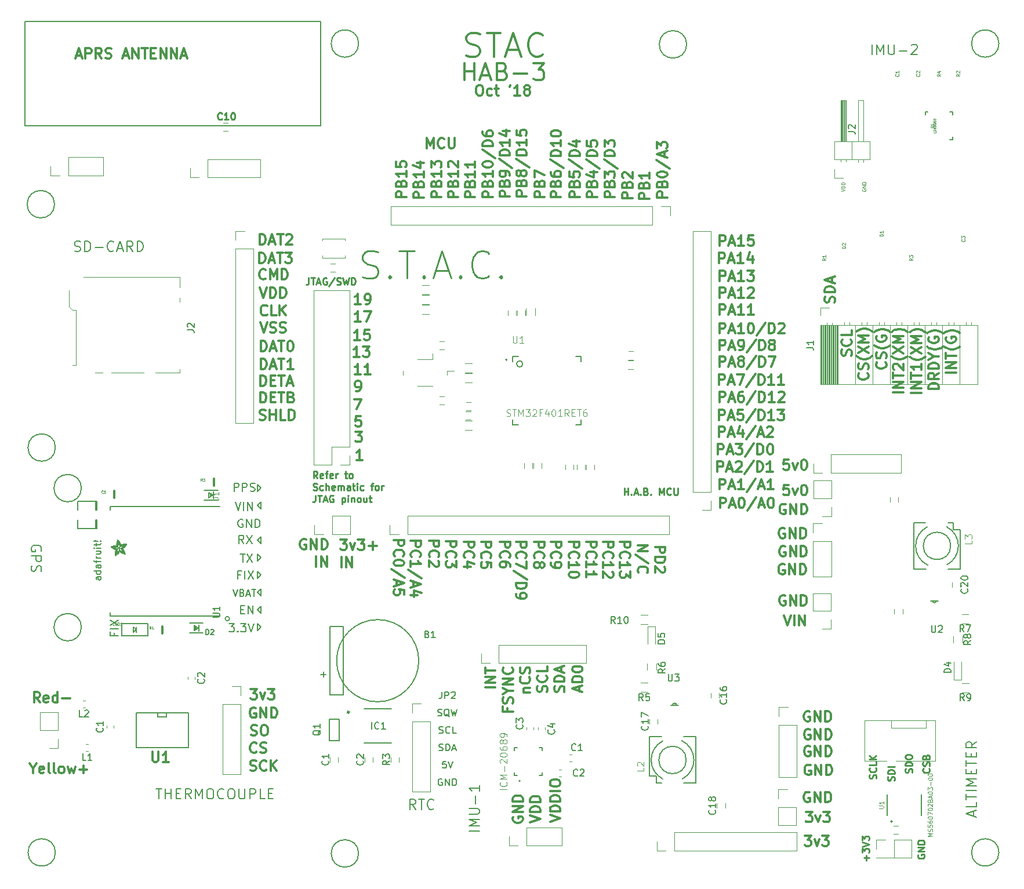
<source format=gbr>
G04 #@! TF.GenerationSoftware,KiCad,Pcbnew,5.0.1-33cea8e~68~ubuntu16.04.1*
G04 #@! TF.CreationDate,2018-10-29T02:33:34-07:00*
G04 #@! TF.ProjectId,integrated-board-design-2,696E74656772617465642D626F617264,rev?*
G04 #@! TF.SameCoordinates,Original*
G04 #@! TF.FileFunction,Legend,Top*
G04 #@! TF.FilePolarity,Positive*
%FSLAX46Y46*%
G04 Gerber Fmt 4.6, Leading zero omitted, Abs format (unit mm)*
G04 Created by KiCad (PCBNEW 5.0.1-33cea8e~68~ubuntu16.04.1) date Mon 29 Oct 2018 02:33:34 AM PDT*
%MOMM*%
%LPD*%
G01*
G04 APERTURE LIST*
%ADD10C,0.200000*%
%ADD11C,0.300000*%
%ADD12C,0.250000*%
%ADD13C,0.150000*%
%ADD14C,0.375000*%
%ADD15C,0.125000*%
%ADD16C,0.190500*%
%ADD17C,0.160020*%
%ADD18C,0.152400*%
%ADD19C,0.120000*%
%ADD20C,0.127000*%
%ADD21C,0.203200*%
%ADD22C,0.100000*%
%ADD23C,0.304800*%
%ADD24C,0.050000*%
%ADD25C,0.144780*%
%ADD26C,0.057912*%
%ADD27C,0.115824*%
%ADD28C,0.138988*%
G04 APERTURE END LIST*
D10*
X168078095Y-124922380D02*
X168078095Y-125731904D01*
X168125714Y-125827142D01*
X168173333Y-125874761D01*
X168268571Y-125922380D01*
X168459047Y-125922380D01*
X168554285Y-125874761D01*
X168601904Y-125827142D01*
X168649523Y-125731904D01*
X168649523Y-124922380D01*
X169030476Y-124922380D02*
X169649523Y-124922380D01*
X169316190Y-125303333D01*
X169459047Y-125303333D01*
X169554285Y-125350952D01*
X169601904Y-125398571D01*
X169649523Y-125493809D01*
X169649523Y-125731904D01*
X169601904Y-125827142D01*
X169554285Y-125874761D01*
X169459047Y-125922380D01*
X169173333Y-125922380D01*
X169078095Y-125874761D01*
X169030476Y-125827142D01*
X206518095Y-117822380D02*
X206518095Y-118631904D01*
X206565714Y-118727142D01*
X206613333Y-118774761D01*
X206708571Y-118822380D01*
X206899047Y-118822380D01*
X206994285Y-118774761D01*
X207041904Y-118727142D01*
X207089523Y-118631904D01*
X207089523Y-117822380D01*
X207518095Y-117917619D02*
X207565714Y-117870000D01*
X207660952Y-117822380D01*
X207899047Y-117822380D01*
X207994285Y-117870000D01*
X208041904Y-117917619D01*
X208089523Y-118012857D01*
X208089523Y-118108095D01*
X208041904Y-118250952D01*
X207470476Y-118822380D01*
X208089523Y-118822380D01*
D11*
X81614285Y-34535000D02*
X82328571Y-34535000D01*
X81471428Y-34963571D02*
X81971428Y-33463571D01*
X82471428Y-34963571D01*
X82971428Y-34963571D02*
X82971428Y-33463571D01*
X83542857Y-33463571D01*
X83685714Y-33535000D01*
X83757142Y-33606428D01*
X83828571Y-33749285D01*
X83828571Y-33963571D01*
X83757142Y-34106428D01*
X83685714Y-34177857D01*
X83542857Y-34249285D01*
X82971428Y-34249285D01*
X85328571Y-34963571D02*
X84828571Y-34249285D01*
X84471428Y-34963571D02*
X84471428Y-33463571D01*
X85042857Y-33463571D01*
X85185714Y-33535000D01*
X85257142Y-33606428D01*
X85328571Y-33749285D01*
X85328571Y-33963571D01*
X85257142Y-34106428D01*
X85185714Y-34177857D01*
X85042857Y-34249285D01*
X84471428Y-34249285D01*
X85900000Y-34892142D02*
X86114285Y-34963571D01*
X86471428Y-34963571D01*
X86614285Y-34892142D01*
X86685714Y-34820714D01*
X86757142Y-34677857D01*
X86757142Y-34535000D01*
X86685714Y-34392142D01*
X86614285Y-34320714D01*
X86471428Y-34249285D01*
X86185714Y-34177857D01*
X86042857Y-34106428D01*
X85971428Y-34035000D01*
X85900000Y-33892142D01*
X85900000Y-33749285D01*
X85971428Y-33606428D01*
X86042857Y-33535000D01*
X86185714Y-33463571D01*
X86542857Y-33463571D01*
X86757142Y-33535000D01*
X88471428Y-34535000D02*
X89185714Y-34535000D01*
X88328571Y-34963571D02*
X88828571Y-33463571D01*
X89328571Y-34963571D01*
X89828571Y-34963571D02*
X89828571Y-33463571D01*
X90685714Y-34963571D01*
X90685714Y-33463571D01*
X91185714Y-33463571D02*
X92042857Y-33463571D01*
X91614285Y-34963571D02*
X91614285Y-33463571D01*
X92542857Y-34177857D02*
X93042857Y-34177857D01*
X93257142Y-34963571D02*
X92542857Y-34963571D01*
X92542857Y-33463571D01*
X93257142Y-33463571D01*
X93900000Y-34963571D02*
X93900000Y-33463571D01*
X94757142Y-34963571D01*
X94757142Y-33463571D01*
X95471428Y-34963571D02*
X95471428Y-33463571D01*
X96328571Y-34963571D01*
X96328571Y-33463571D01*
X96971428Y-34535000D02*
X97685714Y-34535000D01*
X96828571Y-34963571D02*
X97328571Y-33463571D01*
X97828571Y-34963571D01*
D12*
X102882142Y-43792142D02*
X102834523Y-43839761D01*
X102691666Y-43887380D01*
X102596428Y-43887380D01*
X102453571Y-43839761D01*
X102358333Y-43744523D01*
X102310714Y-43649285D01*
X102263095Y-43458809D01*
X102263095Y-43315952D01*
X102310714Y-43125476D01*
X102358333Y-43030238D01*
X102453571Y-42935000D01*
X102596428Y-42887380D01*
X102691666Y-42887380D01*
X102834523Y-42935000D01*
X102882142Y-42982619D01*
X103834523Y-43887380D02*
X103263095Y-43887380D01*
X103548809Y-43887380D02*
X103548809Y-42887380D01*
X103453571Y-43030238D01*
X103358333Y-43125476D01*
X103263095Y-43173095D01*
X104453571Y-42887380D02*
X104548809Y-42887380D01*
X104644047Y-42935000D01*
X104691666Y-42982619D01*
X104739285Y-43077857D01*
X104786904Y-43268333D01*
X104786904Y-43506428D01*
X104739285Y-43696904D01*
X104691666Y-43792142D01*
X104644047Y-43839761D01*
X104548809Y-43887380D01*
X104453571Y-43887380D01*
X104358333Y-43839761D01*
X104310714Y-43792142D01*
X104263095Y-43696904D01*
X104215476Y-43506428D01*
X104215476Y-43268333D01*
X104263095Y-43077857D01*
X104310714Y-42982619D01*
X104358333Y-42935000D01*
X104453571Y-42887380D01*
D13*
X140478571Y-147820714D02*
X138978571Y-147820714D01*
X140478571Y-147106428D02*
X138978571Y-147106428D01*
X140050000Y-146606428D01*
X138978571Y-146106428D01*
X140478571Y-146106428D01*
X138978571Y-145392142D02*
X140192857Y-145392142D01*
X140335714Y-145320714D01*
X140407142Y-145249285D01*
X140478571Y-145106428D01*
X140478571Y-144820714D01*
X140407142Y-144677857D01*
X140335714Y-144606428D01*
X140192857Y-144535000D01*
X138978571Y-144535000D01*
X139907142Y-143820714D02*
X139907142Y-142677857D01*
X140478571Y-141177857D02*
X140478571Y-142035000D01*
X140478571Y-141606428D02*
X138978571Y-141606428D01*
X139192857Y-141749285D01*
X139335714Y-141892142D01*
X139407142Y-142035000D01*
D11*
X155100000Y-127406428D02*
X155100000Y-126692142D01*
X155528571Y-127549285D02*
X154028571Y-127049285D01*
X155528571Y-126549285D01*
X155528571Y-126049285D02*
X154028571Y-126049285D01*
X154028571Y-125692142D01*
X154100000Y-125477857D01*
X154242857Y-125335000D01*
X154385714Y-125263571D01*
X154671428Y-125192142D01*
X154885714Y-125192142D01*
X155171428Y-125263571D01*
X155314285Y-125335000D01*
X155457142Y-125477857D01*
X155528571Y-125692142D01*
X155528571Y-126049285D01*
X154028571Y-124263571D02*
X154028571Y-124120714D01*
X154100000Y-123977857D01*
X154171428Y-123906428D01*
X154314285Y-123835000D01*
X154600000Y-123763571D01*
X154957142Y-123763571D01*
X155242857Y-123835000D01*
X155385714Y-123906428D01*
X155457142Y-123977857D01*
X155528571Y-124120714D01*
X155528571Y-124263571D01*
X155457142Y-124406428D01*
X155385714Y-124477857D01*
X155242857Y-124549285D01*
X154957142Y-124620714D01*
X154600000Y-124620714D01*
X154314285Y-124549285D01*
X154171428Y-124477857D01*
X154100000Y-124406428D01*
X154028571Y-124263571D01*
X152832142Y-127506428D02*
X152903571Y-127292142D01*
X152903571Y-126935000D01*
X152832142Y-126792142D01*
X152760714Y-126720714D01*
X152617857Y-126649285D01*
X152475000Y-126649285D01*
X152332142Y-126720714D01*
X152260714Y-126792142D01*
X152189285Y-126935000D01*
X152117857Y-127220714D01*
X152046428Y-127363571D01*
X151975000Y-127435000D01*
X151832142Y-127506428D01*
X151689285Y-127506428D01*
X151546428Y-127435000D01*
X151475000Y-127363571D01*
X151403571Y-127220714D01*
X151403571Y-126863571D01*
X151475000Y-126649285D01*
X152903571Y-126006428D02*
X151403571Y-126006428D01*
X151403571Y-125649285D01*
X151475000Y-125435000D01*
X151617857Y-125292142D01*
X151760714Y-125220714D01*
X152046428Y-125149285D01*
X152260714Y-125149285D01*
X152546428Y-125220714D01*
X152689285Y-125292142D01*
X152832142Y-125435000D01*
X152903571Y-125649285D01*
X152903571Y-126006428D01*
X152475000Y-124577857D02*
X152475000Y-123863571D01*
X152903571Y-124720714D02*
X151403571Y-124220714D01*
X152903571Y-123720714D01*
X150332142Y-127495714D02*
X150403571Y-127281428D01*
X150403571Y-126924285D01*
X150332142Y-126781428D01*
X150260714Y-126710000D01*
X150117857Y-126638571D01*
X149975000Y-126638571D01*
X149832142Y-126710000D01*
X149760714Y-126781428D01*
X149689285Y-126924285D01*
X149617857Y-127210000D01*
X149546428Y-127352857D01*
X149475000Y-127424285D01*
X149332142Y-127495714D01*
X149189285Y-127495714D01*
X149046428Y-127424285D01*
X148975000Y-127352857D01*
X148903571Y-127210000D01*
X148903571Y-126852857D01*
X148975000Y-126638571D01*
X150260714Y-125138571D02*
X150332142Y-125210000D01*
X150403571Y-125424285D01*
X150403571Y-125567142D01*
X150332142Y-125781428D01*
X150189285Y-125924285D01*
X150046428Y-125995714D01*
X149760714Y-126067142D01*
X149546428Y-126067142D01*
X149260714Y-125995714D01*
X149117857Y-125924285D01*
X148975000Y-125781428D01*
X148903571Y-125567142D01*
X148903571Y-125424285D01*
X148975000Y-125210000D01*
X149046428Y-125138571D01*
X150403571Y-123781428D02*
X150403571Y-124495714D01*
X148903571Y-124495714D01*
X146903571Y-127570714D02*
X147903571Y-127570714D01*
X147046428Y-127570714D02*
X146975000Y-127499285D01*
X146903571Y-127356428D01*
X146903571Y-127142142D01*
X146975000Y-126999285D01*
X147117857Y-126927857D01*
X147903571Y-126927857D01*
X147760714Y-125356428D02*
X147832142Y-125427857D01*
X147903571Y-125642142D01*
X147903571Y-125785000D01*
X147832142Y-125999285D01*
X147689285Y-126142142D01*
X147546428Y-126213571D01*
X147260714Y-126285000D01*
X147046428Y-126285000D01*
X146760714Y-126213571D01*
X146617857Y-126142142D01*
X146475000Y-125999285D01*
X146403571Y-125785000D01*
X146403571Y-125642142D01*
X146475000Y-125427857D01*
X146546428Y-125356428D01*
X147832142Y-124785000D02*
X147903571Y-124570714D01*
X147903571Y-124213571D01*
X147832142Y-124070714D01*
X147760714Y-123999285D01*
X147617857Y-123927857D01*
X147475000Y-123927857D01*
X147332142Y-123999285D01*
X147260714Y-124070714D01*
X147189285Y-124213571D01*
X147117857Y-124499285D01*
X147046428Y-124642142D01*
X146975000Y-124713571D01*
X146832142Y-124785000D01*
X146689285Y-124785000D01*
X146546428Y-124713571D01*
X146475000Y-124642142D01*
X146403571Y-124499285D01*
X146403571Y-124142142D01*
X146475000Y-123927857D01*
X144592857Y-129888571D02*
X144592857Y-130388571D01*
X145378571Y-130388571D02*
X143878571Y-130388571D01*
X143878571Y-129674285D01*
X145307142Y-129174285D02*
X145378571Y-128960000D01*
X145378571Y-128602857D01*
X145307142Y-128460000D01*
X145235714Y-128388571D01*
X145092857Y-128317142D01*
X144950000Y-128317142D01*
X144807142Y-128388571D01*
X144735714Y-128460000D01*
X144664285Y-128602857D01*
X144592857Y-128888571D01*
X144521428Y-129031428D01*
X144450000Y-129102857D01*
X144307142Y-129174285D01*
X144164285Y-129174285D01*
X144021428Y-129102857D01*
X143950000Y-129031428D01*
X143878571Y-128888571D01*
X143878571Y-128531428D01*
X143950000Y-128317142D01*
X144664285Y-127388571D02*
X145378571Y-127388571D01*
X143878571Y-127888571D02*
X144664285Y-127388571D01*
X143878571Y-126888571D01*
X145378571Y-126388571D02*
X143878571Y-126388571D01*
X145378571Y-125531428D01*
X143878571Y-125531428D01*
X145235714Y-123960000D02*
X145307142Y-124031428D01*
X145378571Y-124245714D01*
X145378571Y-124388571D01*
X145307142Y-124602857D01*
X145164285Y-124745714D01*
X145021428Y-124817142D01*
X144735714Y-124888571D01*
X144521428Y-124888571D01*
X144235714Y-124817142D01*
X144092857Y-124745714D01*
X143950000Y-124602857D01*
X143878571Y-124388571D01*
X143878571Y-124245714D01*
X143950000Y-124031428D01*
X144021428Y-123960000D01*
X142828571Y-126867142D02*
X141328571Y-126867142D01*
X142828571Y-126152857D02*
X141328571Y-126152857D01*
X142828571Y-125295714D01*
X141328571Y-125295714D01*
X141328571Y-124795714D02*
X141328571Y-123938571D01*
X142828571Y-124367142D02*
X141328571Y-124367142D01*
X150803571Y-146477857D02*
X152303571Y-145977857D01*
X150803571Y-145477857D01*
X152303571Y-144977857D02*
X150803571Y-144977857D01*
X150803571Y-144620714D01*
X150875000Y-144406428D01*
X151017857Y-144263571D01*
X151160714Y-144192142D01*
X151446428Y-144120714D01*
X151660714Y-144120714D01*
X151946428Y-144192142D01*
X152089285Y-144263571D01*
X152232142Y-144406428D01*
X152303571Y-144620714D01*
X152303571Y-144977857D01*
X152303571Y-143477857D02*
X150803571Y-143477857D01*
X150803571Y-143120714D01*
X150875000Y-142906428D01*
X151017857Y-142763571D01*
X151160714Y-142692142D01*
X151446428Y-142620714D01*
X151660714Y-142620714D01*
X151946428Y-142692142D01*
X152089285Y-142763571D01*
X152232142Y-142906428D01*
X152303571Y-143120714D01*
X152303571Y-143477857D01*
X152303571Y-141977857D02*
X150803571Y-141977857D01*
X150803571Y-140977857D02*
X150803571Y-140692142D01*
X150875000Y-140549285D01*
X151017857Y-140406428D01*
X151303571Y-140335000D01*
X151803571Y-140335000D01*
X152089285Y-140406428D01*
X152232142Y-140549285D01*
X152303571Y-140692142D01*
X152303571Y-140977857D01*
X152232142Y-141120714D01*
X152089285Y-141263571D01*
X151803571Y-141335000D01*
X151303571Y-141335000D01*
X151017857Y-141263571D01*
X150875000Y-141120714D01*
X150803571Y-140977857D01*
X147903571Y-146585000D02*
X149403571Y-146085000D01*
X147903571Y-145585000D01*
X149403571Y-145085000D02*
X147903571Y-145085000D01*
X147903571Y-144727857D01*
X147975000Y-144513571D01*
X148117857Y-144370714D01*
X148260714Y-144299285D01*
X148546428Y-144227857D01*
X148760714Y-144227857D01*
X149046428Y-144299285D01*
X149189285Y-144370714D01*
X149332142Y-144513571D01*
X149403571Y-144727857D01*
X149403571Y-145085000D01*
X149403571Y-143585000D02*
X147903571Y-143585000D01*
X147903571Y-143227857D01*
X147975000Y-143013571D01*
X148117857Y-142870714D01*
X148260714Y-142799285D01*
X148546428Y-142727857D01*
X148760714Y-142727857D01*
X149046428Y-142799285D01*
X149189285Y-142870714D01*
X149332142Y-143013571D01*
X149403571Y-143227857D01*
X149403571Y-143585000D01*
X145425000Y-145777857D02*
X145353571Y-145920714D01*
X145353571Y-146135000D01*
X145425000Y-146349285D01*
X145567857Y-146492142D01*
X145710714Y-146563571D01*
X145996428Y-146635000D01*
X146210714Y-146635000D01*
X146496428Y-146563571D01*
X146639285Y-146492142D01*
X146782142Y-146349285D01*
X146853571Y-146135000D01*
X146853571Y-145992142D01*
X146782142Y-145777857D01*
X146710714Y-145706428D01*
X146210714Y-145706428D01*
X146210714Y-145992142D01*
X146853571Y-145063571D02*
X145353571Y-145063571D01*
X146853571Y-144206428D01*
X145353571Y-144206428D01*
X146853571Y-143492142D02*
X145353571Y-143492142D01*
X145353571Y-143135000D01*
X145425000Y-142920714D01*
X145567857Y-142777857D01*
X145710714Y-142706428D01*
X145996428Y-142635000D01*
X146210714Y-142635000D01*
X146496428Y-142706428D01*
X146639285Y-142777857D01*
X146782142Y-142920714D01*
X146853571Y-143135000D01*
X146853571Y-143492142D01*
X140378571Y-38863571D02*
X140664285Y-38863571D01*
X140807142Y-38935000D01*
X140950000Y-39077857D01*
X141021428Y-39363571D01*
X141021428Y-39863571D01*
X140950000Y-40149285D01*
X140807142Y-40292142D01*
X140664285Y-40363571D01*
X140378571Y-40363571D01*
X140235714Y-40292142D01*
X140092857Y-40149285D01*
X140021428Y-39863571D01*
X140021428Y-39363571D01*
X140092857Y-39077857D01*
X140235714Y-38935000D01*
X140378571Y-38863571D01*
X142307142Y-40292142D02*
X142164285Y-40363571D01*
X141878571Y-40363571D01*
X141735714Y-40292142D01*
X141664285Y-40220714D01*
X141592857Y-40077857D01*
X141592857Y-39649285D01*
X141664285Y-39506428D01*
X141735714Y-39435000D01*
X141878571Y-39363571D01*
X142164285Y-39363571D01*
X142307142Y-39435000D01*
X142735714Y-39363571D02*
X143307142Y-39363571D01*
X142950000Y-38863571D02*
X142950000Y-40149285D01*
X143021428Y-40292142D01*
X143164285Y-40363571D01*
X143307142Y-40363571D01*
X145021428Y-38863571D02*
X144878571Y-39149285D01*
X146450000Y-40363571D02*
X145592857Y-40363571D01*
X146021428Y-40363571D02*
X146021428Y-38863571D01*
X145878571Y-39077857D01*
X145735714Y-39220714D01*
X145592857Y-39292142D01*
X147307142Y-39506428D02*
X147164285Y-39435000D01*
X147092857Y-39363571D01*
X147021428Y-39220714D01*
X147021428Y-39149285D01*
X147092857Y-39006428D01*
X147164285Y-38935000D01*
X147307142Y-38863571D01*
X147592857Y-38863571D01*
X147735714Y-38935000D01*
X147807142Y-39006428D01*
X147878571Y-39149285D01*
X147878571Y-39220714D01*
X147807142Y-39363571D01*
X147735714Y-39435000D01*
X147592857Y-39506428D01*
X147307142Y-39506428D01*
X147164285Y-39577857D01*
X147092857Y-39649285D01*
X147021428Y-39792142D01*
X147021428Y-40077857D01*
X147092857Y-40220714D01*
X147164285Y-40292142D01*
X147307142Y-40363571D01*
X147592857Y-40363571D01*
X147735714Y-40292142D01*
X147807142Y-40220714D01*
X147878571Y-40077857D01*
X147878571Y-39792142D01*
X147807142Y-39649285D01*
X147735714Y-39577857D01*
X147592857Y-39506428D01*
D13*
X212650000Y-145638571D02*
X212650000Y-144924285D01*
X213078571Y-145781428D02*
X211578571Y-145281428D01*
X213078571Y-144781428D01*
X213078571Y-143567142D02*
X213078571Y-144281428D01*
X211578571Y-144281428D01*
X211578571Y-143281428D02*
X211578571Y-142424285D01*
X213078571Y-142852857D02*
X211578571Y-142852857D01*
X213078571Y-141924285D02*
X211578571Y-141924285D01*
X213078571Y-141210000D02*
X211578571Y-141210000D01*
X212650000Y-140710000D01*
X211578571Y-140210000D01*
X213078571Y-140210000D01*
X212292857Y-139495714D02*
X212292857Y-138995714D01*
X213078571Y-138781428D02*
X213078571Y-139495714D01*
X211578571Y-139495714D01*
X211578571Y-138781428D01*
X211578571Y-138352857D02*
X211578571Y-137495714D01*
X213078571Y-137924285D02*
X211578571Y-137924285D01*
X212292857Y-136995714D02*
X212292857Y-136495714D01*
X213078571Y-136281428D02*
X213078571Y-136995714D01*
X211578571Y-136995714D01*
X211578571Y-136281428D01*
X213078571Y-134781428D02*
X212364285Y-135281428D01*
X213078571Y-135638571D02*
X211578571Y-135638571D01*
X211578571Y-135067142D01*
X211650000Y-134924285D01*
X211721428Y-134852857D01*
X211864285Y-134781428D01*
X212078571Y-134781428D01*
X212221428Y-134852857D01*
X212292857Y-134924285D01*
X212364285Y-135067142D01*
X212364285Y-135638571D01*
X81375000Y-63092142D02*
X81589285Y-63163571D01*
X81946428Y-63163571D01*
X82089285Y-63092142D01*
X82160714Y-63020714D01*
X82232142Y-62877857D01*
X82232142Y-62735000D01*
X82160714Y-62592142D01*
X82089285Y-62520714D01*
X81946428Y-62449285D01*
X81660714Y-62377857D01*
X81517857Y-62306428D01*
X81446428Y-62235000D01*
X81375000Y-62092142D01*
X81375000Y-61949285D01*
X81446428Y-61806428D01*
X81517857Y-61735000D01*
X81660714Y-61663571D01*
X82017857Y-61663571D01*
X82232142Y-61735000D01*
X82875000Y-63163571D02*
X82875000Y-61663571D01*
X83232142Y-61663571D01*
X83446428Y-61735000D01*
X83589285Y-61877857D01*
X83660714Y-62020714D01*
X83732142Y-62306428D01*
X83732142Y-62520714D01*
X83660714Y-62806428D01*
X83589285Y-62949285D01*
X83446428Y-63092142D01*
X83232142Y-63163571D01*
X82875000Y-63163571D01*
X84375000Y-62592142D02*
X85517857Y-62592142D01*
X87089285Y-63020714D02*
X87017857Y-63092142D01*
X86803571Y-63163571D01*
X86660714Y-63163571D01*
X86446428Y-63092142D01*
X86303571Y-62949285D01*
X86232142Y-62806428D01*
X86160714Y-62520714D01*
X86160714Y-62306428D01*
X86232142Y-62020714D01*
X86303571Y-61877857D01*
X86446428Y-61735000D01*
X86660714Y-61663571D01*
X86803571Y-61663571D01*
X87017857Y-61735000D01*
X87089285Y-61806428D01*
X87660714Y-62735000D02*
X88375000Y-62735000D01*
X87517857Y-63163571D02*
X88017857Y-61663571D01*
X88517857Y-63163571D01*
X89875000Y-63163571D02*
X89375000Y-62449285D01*
X89017857Y-63163571D02*
X89017857Y-61663571D01*
X89589285Y-61663571D01*
X89732142Y-61735000D01*
X89803571Y-61806428D01*
X89875000Y-61949285D01*
X89875000Y-62163571D01*
X89803571Y-62306428D01*
X89732142Y-62377857D01*
X89589285Y-62449285D01*
X89017857Y-62449285D01*
X90517857Y-63163571D02*
X90517857Y-61663571D01*
X90875000Y-61663571D01*
X91089285Y-61735000D01*
X91232142Y-61877857D01*
X91303571Y-62020714D01*
X91375000Y-62306428D01*
X91375000Y-62520714D01*
X91303571Y-62806428D01*
X91232142Y-62949285D01*
X91089285Y-63092142D01*
X90875000Y-63163571D01*
X90517857Y-63163571D01*
X93257142Y-141638571D02*
X94114285Y-141638571D01*
X93685714Y-143138571D02*
X93685714Y-141638571D01*
X94614285Y-143138571D02*
X94614285Y-141638571D01*
X94614285Y-142352857D02*
X95471428Y-142352857D01*
X95471428Y-143138571D02*
X95471428Y-141638571D01*
X96185714Y-142352857D02*
X96685714Y-142352857D01*
X96900000Y-143138571D02*
X96185714Y-143138571D01*
X96185714Y-141638571D01*
X96900000Y-141638571D01*
X98400000Y-143138571D02*
X97900000Y-142424285D01*
X97542857Y-143138571D02*
X97542857Y-141638571D01*
X98114285Y-141638571D01*
X98257142Y-141710000D01*
X98328571Y-141781428D01*
X98400000Y-141924285D01*
X98400000Y-142138571D01*
X98328571Y-142281428D01*
X98257142Y-142352857D01*
X98114285Y-142424285D01*
X97542857Y-142424285D01*
X99042857Y-143138571D02*
X99042857Y-141638571D01*
X99542857Y-142710000D01*
X100042857Y-141638571D01*
X100042857Y-143138571D01*
X101042857Y-141638571D02*
X101328571Y-141638571D01*
X101471428Y-141710000D01*
X101614285Y-141852857D01*
X101685714Y-142138571D01*
X101685714Y-142638571D01*
X101614285Y-142924285D01*
X101471428Y-143067142D01*
X101328571Y-143138571D01*
X101042857Y-143138571D01*
X100900000Y-143067142D01*
X100757142Y-142924285D01*
X100685714Y-142638571D01*
X100685714Y-142138571D01*
X100757142Y-141852857D01*
X100900000Y-141710000D01*
X101042857Y-141638571D01*
X103185714Y-142995714D02*
X103114285Y-143067142D01*
X102900000Y-143138571D01*
X102757142Y-143138571D01*
X102542857Y-143067142D01*
X102400000Y-142924285D01*
X102328571Y-142781428D01*
X102257142Y-142495714D01*
X102257142Y-142281428D01*
X102328571Y-141995714D01*
X102400000Y-141852857D01*
X102542857Y-141710000D01*
X102757142Y-141638571D01*
X102900000Y-141638571D01*
X103114285Y-141710000D01*
X103185714Y-141781428D01*
X104114285Y-141638571D02*
X104400000Y-141638571D01*
X104542857Y-141710000D01*
X104685714Y-141852857D01*
X104757142Y-142138571D01*
X104757142Y-142638571D01*
X104685714Y-142924285D01*
X104542857Y-143067142D01*
X104400000Y-143138571D01*
X104114285Y-143138571D01*
X103971428Y-143067142D01*
X103828571Y-142924285D01*
X103757142Y-142638571D01*
X103757142Y-142138571D01*
X103828571Y-141852857D01*
X103971428Y-141710000D01*
X104114285Y-141638571D01*
X105400000Y-141638571D02*
X105400000Y-142852857D01*
X105471428Y-142995714D01*
X105542857Y-143067142D01*
X105685714Y-143138571D01*
X105971428Y-143138571D01*
X106114285Y-143067142D01*
X106185714Y-142995714D01*
X106257142Y-142852857D01*
X106257142Y-141638571D01*
X106971428Y-143138571D02*
X106971428Y-141638571D01*
X107542857Y-141638571D01*
X107685714Y-141710000D01*
X107757142Y-141781428D01*
X107828571Y-141924285D01*
X107828571Y-142138571D01*
X107757142Y-142281428D01*
X107685714Y-142352857D01*
X107542857Y-142424285D01*
X106971428Y-142424285D01*
X109185714Y-143138571D02*
X108471428Y-143138571D01*
X108471428Y-141638571D01*
X109685714Y-142352857D02*
X110185714Y-142352857D01*
X110400000Y-143138571D02*
X109685714Y-143138571D01*
X109685714Y-141638571D01*
X110400000Y-141638571D01*
X197789285Y-34413571D02*
X197789285Y-32913571D01*
X198503571Y-34413571D02*
X198503571Y-32913571D01*
X199003571Y-33985000D01*
X199503571Y-32913571D01*
X199503571Y-34413571D01*
X200217857Y-32913571D02*
X200217857Y-34127857D01*
X200289285Y-34270714D01*
X200360714Y-34342142D01*
X200503571Y-34413571D01*
X200789285Y-34413571D01*
X200932142Y-34342142D01*
X201003571Y-34270714D01*
X201075000Y-34127857D01*
X201075000Y-32913571D01*
X201789285Y-33842142D02*
X202932142Y-33842142D01*
X203575000Y-33056428D02*
X203646428Y-32985000D01*
X203789285Y-32913571D01*
X204146428Y-32913571D01*
X204289285Y-32985000D01*
X204360714Y-33056428D01*
X204432142Y-33199285D01*
X204432142Y-33342142D01*
X204360714Y-33556428D01*
X203503571Y-34413571D01*
X204432142Y-34413571D01*
D11*
X138276190Y-38140952D02*
X138276190Y-35640952D01*
X138276190Y-36831428D02*
X139704761Y-36831428D01*
X139704761Y-38140952D02*
X139704761Y-35640952D01*
X140776190Y-37426666D02*
X141966666Y-37426666D01*
X140538095Y-38140952D02*
X141371428Y-35640952D01*
X142204761Y-38140952D01*
X143871428Y-36831428D02*
X144228571Y-36950476D01*
X144347619Y-37069523D01*
X144466666Y-37307619D01*
X144466666Y-37664761D01*
X144347619Y-37902857D01*
X144228571Y-38021904D01*
X143990476Y-38140952D01*
X143038095Y-38140952D01*
X143038095Y-35640952D01*
X143871428Y-35640952D01*
X144109523Y-35760000D01*
X144228571Y-35879047D01*
X144347619Y-36117142D01*
X144347619Y-36355238D01*
X144228571Y-36593333D01*
X144109523Y-36712380D01*
X143871428Y-36831428D01*
X143038095Y-36831428D01*
X145538095Y-37188571D02*
X147442857Y-37188571D01*
X148395238Y-35640952D02*
X149942857Y-35640952D01*
X149109523Y-36593333D01*
X149466666Y-36593333D01*
X149704761Y-36712380D01*
X149823809Y-36831428D01*
X149942857Y-37069523D01*
X149942857Y-37664761D01*
X149823809Y-37902857D01*
X149704761Y-38021904D01*
X149466666Y-38140952D01*
X148752380Y-38140952D01*
X148514285Y-38021904D01*
X148395238Y-37902857D01*
D14*
X108395171Y-87699502D02*
X108609457Y-87770931D01*
X108966600Y-87770931D01*
X109109457Y-87699502D01*
X109180885Y-87628074D01*
X109252314Y-87485217D01*
X109252314Y-87342360D01*
X109180885Y-87199502D01*
X109109457Y-87128074D01*
X108966600Y-87056645D01*
X108680885Y-86985217D01*
X108538028Y-86913788D01*
X108466600Y-86842360D01*
X108395171Y-86699502D01*
X108395171Y-86556645D01*
X108466600Y-86413788D01*
X108538028Y-86342360D01*
X108680885Y-86270931D01*
X109038028Y-86270931D01*
X109252314Y-86342360D01*
X109895171Y-87770931D02*
X109895171Y-86270931D01*
X109895171Y-86985217D02*
X110752314Y-86985217D01*
X110752314Y-87770931D02*
X110752314Y-86270931D01*
X112180885Y-87770931D02*
X111466600Y-87770931D01*
X111466600Y-86270931D01*
X112680885Y-87770931D02*
X112680885Y-86270931D01*
X113038028Y-86270931D01*
X113252314Y-86342360D01*
X113395171Y-86485217D01*
X113466600Y-86628074D01*
X113538028Y-86913788D01*
X113538028Y-87128074D01*
X113466600Y-87413788D01*
X113395171Y-87556645D01*
X113252314Y-87699502D01*
X113038028Y-87770931D01*
X112680885Y-87770931D01*
X108517862Y-85220771D02*
X108517862Y-83720771D01*
X108875005Y-83720771D01*
X109089291Y-83792200D01*
X109232148Y-83935057D01*
X109303577Y-84077914D01*
X109375005Y-84363628D01*
X109375005Y-84577914D01*
X109303577Y-84863628D01*
X109232148Y-85006485D01*
X109089291Y-85149342D01*
X108875005Y-85220771D01*
X108517862Y-85220771D01*
X110017862Y-84435057D02*
X110517862Y-84435057D01*
X110732148Y-85220771D02*
X110017862Y-85220771D01*
X110017862Y-83720771D01*
X110732148Y-83720771D01*
X111160720Y-83720771D02*
X112017862Y-83720771D01*
X111589291Y-85220771D02*
X111589291Y-83720771D01*
X113017862Y-84435057D02*
X113232148Y-84506485D01*
X113303577Y-84577914D01*
X113375005Y-84720771D01*
X113375005Y-84935057D01*
X113303577Y-85077914D01*
X113232148Y-85149342D01*
X113089291Y-85220771D01*
X112517862Y-85220771D01*
X112517862Y-83720771D01*
X113017862Y-83720771D01*
X113160720Y-83792200D01*
X113232148Y-83863628D01*
X113303577Y-84006485D01*
X113303577Y-84149342D01*
X113232148Y-84292200D01*
X113160720Y-84363628D01*
X113017862Y-84435057D01*
X112517862Y-84435057D01*
X108518325Y-82777291D02*
X108518325Y-81277291D01*
X108875468Y-81277291D01*
X109089754Y-81348720D01*
X109232611Y-81491577D01*
X109304040Y-81634434D01*
X109375468Y-81920148D01*
X109375468Y-82134434D01*
X109304040Y-82420148D01*
X109232611Y-82563005D01*
X109089754Y-82705862D01*
X108875468Y-82777291D01*
X108518325Y-82777291D01*
X110018325Y-81991577D02*
X110518325Y-81991577D01*
X110732611Y-82777291D02*
X110018325Y-82777291D01*
X110018325Y-81277291D01*
X110732611Y-81277291D01*
X111161182Y-81277291D02*
X112018325Y-81277291D01*
X111589754Y-82777291D02*
X111589754Y-81277291D01*
X112446897Y-82348720D02*
X113161182Y-82348720D01*
X112304040Y-82777291D02*
X112804040Y-81277291D01*
X113304040Y-82777291D01*
X108589291Y-80333811D02*
X108589291Y-78833811D01*
X108946434Y-78833811D01*
X109160720Y-78905240D01*
X109303577Y-79048097D01*
X109375005Y-79190954D01*
X109446434Y-79476668D01*
X109446434Y-79690954D01*
X109375005Y-79976668D01*
X109303577Y-80119525D01*
X109160720Y-80262382D01*
X108946434Y-80333811D01*
X108589291Y-80333811D01*
X110017862Y-79905240D02*
X110732148Y-79905240D01*
X109875005Y-80333811D02*
X110375005Y-78833811D01*
X110875005Y-80333811D01*
X111160720Y-78833811D02*
X112017862Y-78833811D01*
X111589291Y-80333811D02*
X111589291Y-78833811D01*
X113303577Y-80333811D02*
X112446434Y-80333811D01*
X112875005Y-80333811D02*
X112875005Y-78833811D01*
X112732148Y-79048097D01*
X112589291Y-79190954D01*
X112446434Y-79262382D01*
X108589291Y-77727771D02*
X108589291Y-76227771D01*
X108946434Y-76227771D01*
X109160720Y-76299200D01*
X109303577Y-76442057D01*
X109375005Y-76584914D01*
X109446434Y-76870628D01*
X109446434Y-77084914D01*
X109375005Y-77370628D01*
X109303577Y-77513485D01*
X109160720Y-77656342D01*
X108946434Y-77727771D01*
X108589291Y-77727771D01*
X110017862Y-77299200D02*
X110732148Y-77299200D01*
X109875005Y-77727771D02*
X110375005Y-76227771D01*
X110875005Y-77727771D01*
X111160720Y-76227771D02*
X112017862Y-76227771D01*
X111589291Y-77727771D02*
X111589291Y-76227771D01*
X112803577Y-76227771D02*
X112946434Y-76227771D01*
X113089291Y-76299200D01*
X113160720Y-76370628D01*
X113232148Y-76513485D01*
X113303577Y-76799200D01*
X113303577Y-77156342D01*
X113232148Y-77442057D01*
X113160720Y-77584914D01*
X113089291Y-77656342D01*
X112946434Y-77727771D01*
X112803577Y-77727771D01*
X112660720Y-77656342D01*
X112589291Y-77584914D01*
X112517862Y-77442057D01*
X112446434Y-77156342D01*
X112446434Y-76799200D01*
X112517862Y-76513485D01*
X112589291Y-76370628D01*
X112660720Y-76299200D01*
X112803577Y-76227771D01*
X108494468Y-73515051D02*
X108994468Y-75015051D01*
X109494468Y-73515051D01*
X109923040Y-74943622D02*
X110137325Y-75015051D01*
X110494468Y-75015051D01*
X110637325Y-74943622D01*
X110708754Y-74872194D01*
X110780182Y-74729337D01*
X110780182Y-74586480D01*
X110708754Y-74443622D01*
X110637325Y-74372194D01*
X110494468Y-74300765D01*
X110208754Y-74229337D01*
X110065897Y-74157908D01*
X109994468Y-74086480D01*
X109923040Y-73943622D01*
X109923040Y-73800765D01*
X109994468Y-73657908D01*
X110065897Y-73586480D01*
X110208754Y-73515051D01*
X110565897Y-73515051D01*
X110780182Y-73586480D01*
X111351611Y-74943622D02*
X111565897Y-75015051D01*
X111923040Y-75015051D01*
X112065897Y-74943622D01*
X112137325Y-74872194D01*
X112208754Y-74729337D01*
X112208754Y-74586480D01*
X112137325Y-74443622D01*
X112065897Y-74372194D01*
X111923040Y-74300765D01*
X111637325Y-74229337D01*
X111494468Y-74157908D01*
X111423040Y-74086480D01*
X111351611Y-73943622D01*
X111351611Y-73800765D01*
X111423040Y-73657908D01*
X111494468Y-73586480D01*
X111637325Y-73515051D01*
X111994468Y-73515051D01*
X112208754Y-73586480D01*
X109479382Y-72372834D02*
X109407954Y-72444262D01*
X109193668Y-72515691D01*
X109050811Y-72515691D01*
X108836525Y-72444262D01*
X108693668Y-72301405D01*
X108622240Y-72158548D01*
X108550811Y-71872834D01*
X108550811Y-71658548D01*
X108622240Y-71372834D01*
X108693668Y-71229977D01*
X108836525Y-71087120D01*
X109050811Y-71015691D01*
X109193668Y-71015691D01*
X109407954Y-71087120D01*
X109479382Y-71158548D01*
X110836525Y-72515691D02*
X110122240Y-72515691D01*
X110122240Y-71015691D01*
X111336525Y-72515691D02*
X111336525Y-71015691D01*
X112193668Y-72515691D02*
X111550811Y-71658548D01*
X112193668Y-71015691D02*
X111336525Y-71872834D01*
X108423040Y-68414731D02*
X108923040Y-69914731D01*
X109423040Y-68414731D01*
X109923040Y-69914731D02*
X109923040Y-68414731D01*
X110280182Y-68414731D01*
X110494468Y-68486160D01*
X110637325Y-68629017D01*
X110708754Y-68771874D01*
X110780182Y-69057588D01*
X110780182Y-69271874D01*
X110708754Y-69557588D01*
X110637325Y-69700445D01*
X110494468Y-69843302D01*
X110280182Y-69914731D01*
X109923040Y-69914731D01*
X111423040Y-69914731D02*
X111423040Y-68414731D01*
X111780182Y-68414731D01*
X111994468Y-68486160D01*
X112137325Y-68629017D01*
X112208754Y-68771874D01*
X112280182Y-69057588D01*
X112280182Y-69271874D01*
X112208754Y-69557588D01*
X112137325Y-69700445D01*
X111994468Y-69843302D01*
X111780182Y-69914731D01*
X111423040Y-69914731D01*
X109280182Y-67109954D02*
X109208754Y-67181382D01*
X108994468Y-67252811D01*
X108851611Y-67252811D01*
X108637325Y-67181382D01*
X108494468Y-67038525D01*
X108423040Y-66895668D01*
X108351611Y-66609954D01*
X108351611Y-66395668D01*
X108423040Y-66109954D01*
X108494468Y-65967097D01*
X108637325Y-65824240D01*
X108851611Y-65752811D01*
X108994468Y-65752811D01*
X109208754Y-65824240D01*
X109280182Y-65895668D01*
X109923040Y-67252811D02*
X109923040Y-65752811D01*
X110423040Y-66824240D01*
X110923040Y-65752811D01*
X110923040Y-67252811D01*
X111637325Y-67252811D02*
X111637325Y-65752811D01*
X111994468Y-65752811D01*
X112208754Y-65824240D01*
X112351611Y-65967097D01*
X112423040Y-66109954D01*
X112494468Y-66395668D01*
X112494468Y-66609954D01*
X112423040Y-66895668D01*
X112351611Y-67038525D01*
X112208754Y-67181382D01*
X111994468Y-67252811D01*
X111637325Y-67252811D01*
X108375931Y-64865211D02*
X108375931Y-63365211D01*
X108733074Y-63365211D01*
X108947360Y-63436640D01*
X109090217Y-63579497D01*
X109161645Y-63722354D01*
X109233074Y-64008068D01*
X109233074Y-64222354D01*
X109161645Y-64508068D01*
X109090217Y-64650925D01*
X108947360Y-64793782D01*
X108733074Y-64865211D01*
X108375931Y-64865211D01*
X109804502Y-64436640D02*
X110518788Y-64436640D01*
X109661645Y-64865211D02*
X110161645Y-63365211D01*
X110661645Y-64865211D01*
X110947360Y-63365211D02*
X111804502Y-63365211D01*
X111375931Y-64865211D02*
X111375931Y-63365211D01*
X112161645Y-63365211D02*
X113090217Y-63365211D01*
X112590217Y-63936640D01*
X112804502Y-63936640D01*
X112947360Y-64008068D01*
X113018788Y-64079497D01*
X113090217Y-64222354D01*
X113090217Y-64579497D01*
X113018788Y-64722354D01*
X112947360Y-64793782D01*
X112804502Y-64865211D01*
X112375931Y-64865211D01*
X112233074Y-64793782D01*
X112161645Y-64722354D01*
X108426731Y-62152491D02*
X108426731Y-60652491D01*
X108783874Y-60652491D01*
X108998160Y-60723920D01*
X109141017Y-60866777D01*
X109212445Y-61009634D01*
X109283874Y-61295348D01*
X109283874Y-61509634D01*
X109212445Y-61795348D01*
X109141017Y-61938205D01*
X108998160Y-62081062D01*
X108783874Y-62152491D01*
X108426731Y-62152491D01*
X109855302Y-61723920D02*
X110569588Y-61723920D01*
X109712445Y-62152491D02*
X110212445Y-60652491D01*
X110712445Y-62152491D01*
X110998160Y-60652491D02*
X111855302Y-60652491D01*
X111426731Y-62152491D02*
X111426731Y-60652491D01*
X112283874Y-60795348D02*
X112355302Y-60723920D01*
X112498160Y-60652491D01*
X112855302Y-60652491D01*
X112998160Y-60723920D01*
X113069588Y-60795348D01*
X113141017Y-60938205D01*
X113141017Y-61081062D01*
X113069588Y-61295348D01*
X112212445Y-62152491D01*
X113141017Y-62152491D01*
D11*
X138591666Y-34551666D02*
X139091666Y-34718333D01*
X139925000Y-34718333D01*
X140258333Y-34551666D01*
X140425000Y-34385000D01*
X140591666Y-34051666D01*
X140591666Y-33718333D01*
X140425000Y-33385000D01*
X140258333Y-33218333D01*
X139925000Y-33051666D01*
X139258333Y-32885000D01*
X138925000Y-32718333D01*
X138758333Y-32551666D01*
X138591666Y-32218333D01*
X138591666Y-31885000D01*
X138758333Y-31551666D01*
X138925000Y-31385000D01*
X139258333Y-31218333D01*
X140091666Y-31218333D01*
X140591666Y-31385000D01*
X141591666Y-31218333D02*
X143591666Y-31218333D01*
X142591666Y-34718333D02*
X142591666Y-31218333D01*
X144591666Y-33718333D02*
X146258333Y-33718333D01*
X144258333Y-34718333D02*
X145425000Y-31218333D01*
X146591666Y-34718333D01*
X149758333Y-34385000D02*
X149591666Y-34551666D01*
X149091666Y-34718333D01*
X148758333Y-34718333D01*
X148258333Y-34551666D01*
X147925000Y-34218333D01*
X147758333Y-33885000D01*
X147591666Y-33218333D01*
X147591666Y-32718333D01*
X147758333Y-32051666D01*
X147925000Y-31718333D01*
X148258333Y-31385000D01*
X148758333Y-31218333D01*
X149091666Y-31218333D01*
X149591666Y-31385000D01*
X149758333Y-31551666D01*
D12*
X204525000Y-151271904D02*
X204477380Y-151367142D01*
X204477380Y-151510000D01*
X204525000Y-151652857D01*
X204620238Y-151748095D01*
X204715476Y-151795714D01*
X204905952Y-151843333D01*
X205048809Y-151843333D01*
X205239285Y-151795714D01*
X205334523Y-151748095D01*
X205429761Y-151652857D01*
X205477380Y-151510000D01*
X205477380Y-151414761D01*
X205429761Y-151271904D01*
X205382142Y-151224285D01*
X205048809Y-151224285D01*
X205048809Y-151414761D01*
X205477380Y-150795714D02*
X204477380Y-150795714D01*
X205477380Y-150224285D01*
X204477380Y-150224285D01*
X205477380Y-149748095D02*
X204477380Y-149748095D01*
X204477380Y-149510000D01*
X204525000Y-149367142D01*
X204620238Y-149271904D01*
X204715476Y-149224285D01*
X204905952Y-149176666D01*
X205048809Y-149176666D01*
X205239285Y-149224285D01*
X205334523Y-149271904D01*
X205429761Y-149367142D01*
X205477380Y-149510000D01*
X205477380Y-149748095D01*
X196996428Y-152146904D02*
X196996428Y-151385000D01*
X197377380Y-151765952D02*
X196615476Y-151765952D01*
X196377380Y-151004047D02*
X196377380Y-150385000D01*
X196758333Y-150718333D01*
X196758333Y-150575476D01*
X196805952Y-150480238D01*
X196853571Y-150432619D01*
X196948809Y-150385000D01*
X197186904Y-150385000D01*
X197282142Y-150432619D01*
X197329761Y-150480238D01*
X197377380Y-150575476D01*
X197377380Y-150861190D01*
X197329761Y-150956428D01*
X197282142Y-151004047D01*
X196377380Y-150099285D02*
X197377380Y-149765952D01*
X196377380Y-149432619D01*
X196377380Y-149194523D02*
X196377380Y-148575476D01*
X196758333Y-148908809D01*
X196758333Y-148765952D01*
X196805952Y-148670714D01*
X196853571Y-148623095D01*
X196948809Y-148575476D01*
X197186904Y-148575476D01*
X197282142Y-148623095D01*
X197329761Y-148670714D01*
X197377380Y-148765952D01*
X197377380Y-149051666D01*
X197329761Y-149146904D01*
X197282142Y-149194523D01*
X206132142Y-138701666D02*
X206179761Y-138749285D01*
X206227380Y-138892142D01*
X206227380Y-138987380D01*
X206179761Y-139130238D01*
X206084523Y-139225476D01*
X205989285Y-139273095D01*
X205798809Y-139320714D01*
X205655952Y-139320714D01*
X205465476Y-139273095D01*
X205370238Y-139225476D01*
X205275000Y-139130238D01*
X205227380Y-138987380D01*
X205227380Y-138892142D01*
X205275000Y-138749285D01*
X205322619Y-138701666D01*
X206179761Y-138320714D02*
X206227380Y-138177857D01*
X206227380Y-137939761D01*
X206179761Y-137844523D01*
X206132142Y-137796904D01*
X206036904Y-137749285D01*
X205941666Y-137749285D01*
X205846428Y-137796904D01*
X205798809Y-137844523D01*
X205751190Y-137939761D01*
X205703571Y-138130238D01*
X205655952Y-138225476D01*
X205608333Y-138273095D01*
X205513095Y-138320714D01*
X205417857Y-138320714D01*
X205322619Y-138273095D01*
X205275000Y-138225476D01*
X205227380Y-138130238D01*
X205227380Y-137892142D01*
X205275000Y-137749285D01*
X205703571Y-136987380D02*
X205751190Y-136844523D01*
X205798809Y-136796904D01*
X205894047Y-136749285D01*
X206036904Y-136749285D01*
X206132142Y-136796904D01*
X206179761Y-136844523D01*
X206227380Y-136939761D01*
X206227380Y-137320714D01*
X205227380Y-137320714D01*
X205227380Y-136987380D01*
X205275000Y-136892142D01*
X205322619Y-136844523D01*
X205417857Y-136796904D01*
X205513095Y-136796904D01*
X205608333Y-136844523D01*
X205655952Y-136892142D01*
X205703571Y-136987380D01*
X205703571Y-137320714D01*
X203629761Y-139294523D02*
X203677380Y-139151666D01*
X203677380Y-138913571D01*
X203629761Y-138818333D01*
X203582142Y-138770714D01*
X203486904Y-138723095D01*
X203391666Y-138723095D01*
X203296428Y-138770714D01*
X203248809Y-138818333D01*
X203201190Y-138913571D01*
X203153571Y-139104047D01*
X203105952Y-139199285D01*
X203058333Y-139246904D01*
X202963095Y-139294523D01*
X202867857Y-139294523D01*
X202772619Y-139246904D01*
X202725000Y-139199285D01*
X202677380Y-139104047D01*
X202677380Y-138865952D01*
X202725000Y-138723095D01*
X203677380Y-138294523D02*
X202677380Y-138294523D01*
X202677380Y-138056428D01*
X202725000Y-137913571D01*
X202820238Y-137818333D01*
X202915476Y-137770714D01*
X203105952Y-137723095D01*
X203248809Y-137723095D01*
X203439285Y-137770714D01*
X203534523Y-137818333D01*
X203629761Y-137913571D01*
X203677380Y-138056428D01*
X203677380Y-138294523D01*
X202677380Y-137104047D02*
X202677380Y-136913571D01*
X202725000Y-136818333D01*
X202820238Y-136723095D01*
X203010714Y-136675476D01*
X203344047Y-136675476D01*
X203534523Y-136723095D01*
X203629761Y-136818333D01*
X203677380Y-136913571D01*
X203677380Y-137104047D01*
X203629761Y-137199285D01*
X203534523Y-137294523D01*
X203344047Y-137342142D01*
X203010714Y-137342142D01*
X202820238Y-137294523D01*
X202725000Y-137199285D01*
X202677380Y-137104047D01*
X201054761Y-140458809D02*
X201102380Y-140315952D01*
X201102380Y-140077857D01*
X201054761Y-139982619D01*
X201007142Y-139935000D01*
X200911904Y-139887380D01*
X200816666Y-139887380D01*
X200721428Y-139935000D01*
X200673809Y-139982619D01*
X200626190Y-140077857D01*
X200578571Y-140268333D01*
X200530952Y-140363571D01*
X200483333Y-140411190D01*
X200388095Y-140458809D01*
X200292857Y-140458809D01*
X200197619Y-140411190D01*
X200150000Y-140363571D01*
X200102380Y-140268333D01*
X200102380Y-140030238D01*
X200150000Y-139887380D01*
X201102380Y-139458809D02*
X200102380Y-139458809D01*
X200102380Y-139220714D01*
X200150000Y-139077857D01*
X200245238Y-138982619D01*
X200340476Y-138935000D01*
X200530952Y-138887380D01*
X200673809Y-138887380D01*
X200864285Y-138935000D01*
X200959523Y-138982619D01*
X201054761Y-139077857D01*
X201102380Y-139220714D01*
X201102380Y-139458809D01*
X201102380Y-138458809D02*
X200102380Y-138458809D01*
X198379761Y-140175476D02*
X198427380Y-140032619D01*
X198427380Y-139794523D01*
X198379761Y-139699285D01*
X198332142Y-139651666D01*
X198236904Y-139604047D01*
X198141666Y-139604047D01*
X198046428Y-139651666D01*
X197998809Y-139699285D01*
X197951190Y-139794523D01*
X197903571Y-139985000D01*
X197855952Y-140080238D01*
X197808333Y-140127857D01*
X197713095Y-140175476D01*
X197617857Y-140175476D01*
X197522619Y-140127857D01*
X197475000Y-140080238D01*
X197427380Y-139985000D01*
X197427380Y-139746904D01*
X197475000Y-139604047D01*
X198332142Y-138604047D02*
X198379761Y-138651666D01*
X198427380Y-138794523D01*
X198427380Y-138889761D01*
X198379761Y-139032619D01*
X198284523Y-139127857D01*
X198189285Y-139175476D01*
X197998809Y-139223095D01*
X197855952Y-139223095D01*
X197665476Y-139175476D01*
X197570238Y-139127857D01*
X197475000Y-139032619D01*
X197427380Y-138889761D01*
X197427380Y-138794523D01*
X197475000Y-138651666D01*
X197522619Y-138604047D01*
X198427380Y-137699285D02*
X198427380Y-138175476D01*
X197427380Y-138175476D01*
X198427380Y-137365952D02*
X197427380Y-137365952D01*
X198427380Y-136794523D02*
X197855952Y-137223095D01*
X197427380Y-136794523D02*
X197998809Y-137365952D01*
D14*
X210078571Y-80892142D02*
X208578571Y-80892142D01*
X210078571Y-80177857D02*
X208578571Y-80177857D01*
X210078571Y-79320714D01*
X208578571Y-79320714D01*
X208578571Y-78820714D02*
X208578571Y-77963571D01*
X210078571Y-78392142D02*
X208578571Y-78392142D01*
X210650000Y-77035000D02*
X210578571Y-77106428D01*
X210364285Y-77249285D01*
X210221428Y-77320714D01*
X210007142Y-77392142D01*
X209650000Y-77463571D01*
X209364285Y-77463571D01*
X209007142Y-77392142D01*
X208792857Y-77320714D01*
X208650000Y-77249285D01*
X208435714Y-77106428D01*
X208364285Y-77035000D01*
X208650000Y-75677857D02*
X208578571Y-75820714D01*
X208578571Y-76035000D01*
X208650000Y-76249285D01*
X208792857Y-76392142D01*
X208935714Y-76463571D01*
X209221428Y-76535000D01*
X209435714Y-76535000D01*
X209721428Y-76463571D01*
X209864285Y-76392142D01*
X210007142Y-76249285D01*
X210078571Y-76035000D01*
X210078571Y-75892142D01*
X210007142Y-75677857D01*
X209935714Y-75606428D01*
X209435714Y-75606428D01*
X209435714Y-75892142D01*
X210650000Y-75106428D02*
X210578571Y-75035000D01*
X210364285Y-74892142D01*
X210221428Y-74820714D01*
X210007142Y-74749285D01*
X209650000Y-74677857D01*
X209364285Y-74677857D01*
X209007142Y-74749285D01*
X208792857Y-74820714D01*
X208650000Y-74892142D01*
X208435714Y-75035000D01*
X208364285Y-75106428D01*
X207578571Y-83270714D02*
X206078571Y-83270714D01*
X206078571Y-82913571D01*
X206150000Y-82699285D01*
X206292857Y-82556428D01*
X206435714Y-82485000D01*
X206721428Y-82413571D01*
X206935714Y-82413571D01*
X207221428Y-82485000D01*
X207364285Y-82556428D01*
X207507142Y-82699285D01*
X207578571Y-82913571D01*
X207578571Y-83270714D01*
X207578571Y-80913571D02*
X206864285Y-81413571D01*
X207578571Y-81770714D02*
X206078571Y-81770714D01*
X206078571Y-81199285D01*
X206150000Y-81056428D01*
X206221428Y-80985000D01*
X206364285Y-80913571D01*
X206578571Y-80913571D01*
X206721428Y-80985000D01*
X206792857Y-81056428D01*
X206864285Y-81199285D01*
X206864285Y-81770714D01*
X207578571Y-80270714D02*
X206078571Y-80270714D01*
X206078571Y-79913571D01*
X206150000Y-79699285D01*
X206292857Y-79556428D01*
X206435714Y-79485000D01*
X206721428Y-79413571D01*
X206935714Y-79413571D01*
X207221428Y-79485000D01*
X207364285Y-79556428D01*
X207507142Y-79699285D01*
X207578571Y-79913571D01*
X207578571Y-80270714D01*
X206864285Y-78485000D02*
X207578571Y-78485000D01*
X206078571Y-78985000D02*
X206864285Y-78485000D01*
X206078571Y-77985000D01*
X208150000Y-77056428D02*
X208078571Y-77127857D01*
X207864285Y-77270714D01*
X207721428Y-77342142D01*
X207507142Y-77413571D01*
X207150000Y-77485000D01*
X206864285Y-77485000D01*
X206507142Y-77413571D01*
X206292857Y-77342142D01*
X206150000Y-77270714D01*
X205935714Y-77127857D01*
X205864285Y-77056428D01*
X206150000Y-75699285D02*
X206078571Y-75842142D01*
X206078571Y-76056428D01*
X206150000Y-76270714D01*
X206292857Y-76413571D01*
X206435714Y-76485000D01*
X206721428Y-76556428D01*
X206935714Y-76556428D01*
X207221428Y-76485000D01*
X207364285Y-76413571D01*
X207507142Y-76270714D01*
X207578571Y-76056428D01*
X207578571Y-75913571D01*
X207507142Y-75699285D01*
X207435714Y-75627857D01*
X206935714Y-75627857D01*
X206935714Y-75913571D01*
X208150000Y-75127857D02*
X208078571Y-75056428D01*
X207864285Y-74913571D01*
X207721428Y-74842142D01*
X207507142Y-74770714D01*
X207150000Y-74699285D01*
X206864285Y-74699285D01*
X206507142Y-74770714D01*
X206292857Y-74842142D01*
X206150000Y-74913571D01*
X205935714Y-75056428D01*
X205864285Y-75127857D01*
X199760714Y-79360000D02*
X199832142Y-79431428D01*
X199903571Y-79645714D01*
X199903571Y-79788571D01*
X199832142Y-80002857D01*
X199689285Y-80145714D01*
X199546428Y-80217142D01*
X199260714Y-80288571D01*
X199046428Y-80288571D01*
X198760714Y-80217142D01*
X198617857Y-80145714D01*
X198475000Y-80002857D01*
X198403571Y-79788571D01*
X198403571Y-79645714D01*
X198475000Y-79431428D01*
X198546428Y-79360000D01*
X199832142Y-78788571D02*
X199903571Y-78574285D01*
X199903571Y-78217142D01*
X199832142Y-78074285D01*
X199760714Y-78002857D01*
X199617857Y-77931428D01*
X199475000Y-77931428D01*
X199332142Y-78002857D01*
X199260714Y-78074285D01*
X199189285Y-78217142D01*
X199117857Y-78502857D01*
X199046428Y-78645714D01*
X198975000Y-78717142D01*
X198832142Y-78788571D01*
X198689285Y-78788571D01*
X198546428Y-78717142D01*
X198475000Y-78645714D01*
X198403571Y-78502857D01*
X198403571Y-78145714D01*
X198475000Y-77931428D01*
X200475000Y-76860000D02*
X200403571Y-76931428D01*
X200189285Y-77074285D01*
X200046428Y-77145714D01*
X199832142Y-77217142D01*
X199475000Y-77288571D01*
X199189285Y-77288571D01*
X198832142Y-77217142D01*
X198617857Y-77145714D01*
X198475000Y-77074285D01*
X198260714Y-76931428D01*
X198189285Y-76860000D01*
X198475000Y-75502857D02*
X198403571Y-75645714D01*
X198403571Y-75860000D01*
X198475000Y-76074285D01*
X198617857Y-76217142D01*
X198760714Y-76288571D01*
X199046428Y-76360000D01*
X199260714Y-76360000D01*
X199546428Y-76288571D01*
X199689285Y-76217142D01*
X199832142Y-76074285D01*
X199903571Y-75860000D01*
X199903571Y-75717142D01*
X199832142Y-75502857D01*
X199760714Y-75431428D01*
X199260714Y-75431428D01*
X199260714Y-75717142D01*
X200475000Y-74931428D02*
X200403571Y-74860000D01*
X200189285Y-74717142D01*
X200046428Y-74645714D01*
X199832142Y-74574285D01*
X199475000Y-74502857D01*
X199189285Y-74502857D01*
X198832142Y-74574285D01*
X198617857Y-74645714D01*
X198475000Y-74717142D01*
X198260714Y-74860000D01*
X198189285Y-74931428D01*
X205028571Y-83827857D02*
X203528571Y-83827857D01*
X205028571Y-83113571D02*
X203528571Y-83113571D01*
X205028571Y-82256428D01*
X203528571Y-82256428D01*
X203528571Y-81756428D02*
X203528571Y-80899285D01*
X205028571Y-81327857D02*
X203528571Y-81327857D01*
X205028571Y-79613571D02*
X205028571Y-80470714D01*
X205028571Y-80042142D02*
X203528571Y-80042142D01*
X203742857Y-80185000D01*
X203885714Y-80327857D01*
X203957142Y-80470714D01*
X205600000Y-78542142D02*
X205528571Y-78613571D01*
X205314285Y-78756428D01*
X205171428Y-78827857D01*
X204957142Y-78899285D01*
X204600000Y-78970714D01*
X204314285Y-78970714D01*
X203957142Y-78899285D01*
X203742857Y-78827857D01*
X203600000Y-78756428D01*
X203385714Y-78613571D01*
X203314285Y-78542142D01*
X203528571Y-78113571D02*
X205028571Y-77113571D01*
X203528571Y-77113571D02*
X205028571Y-78113571D01*
X205028571Y-76542142D02*
X203528571Y-76542142D01*
X204600000Y-76042142D01*
X203528571Y-75542142D01*
X205028571Y-75542142D01*
X205600000Y-74970714D02*
X205528571Y-74899285D01*
X205314285Y-74756428D01*
X205171428Y-74685000D01*
X204957142Y-74613571D01*
X204600000Y-74542142D01*
X204314285Y-74542142D01*
X203957142Y-74613571D01*
X203742857Y-74685000D01*
X203600000Y-74756428D01*
X203385714Y-74899285D01*
X203314285Y-74970714D01*
X202403571Y-83777857D02*
X200903571Y-83777857D01*
X202403571Y-83063571D02*
X200903571Y-83063571D01*
X202403571Y-82206428D01*
X200903571Y-82206428D01*
X200903571Y-81706428D02*
X200903571Y-80849285D01*
X202403571Y-81277857D02*
X200903571Y-81277857D01*
X201046428Y-80420714D02*
X200975000Y-80349285D01*
X200903571Y-80206428D01*
X200903571Y-79849285D01*
X200975000Y-79706428D01*
X201046428Y-79635000D01*
X201189285Y-79563571D01*
X201332142Y-79563571D01*
X201546428Y-79635000D01*
X202403571Y-80492142D01*
X202403571Y-79563571D01*
X202975000Y-78492142D02*
X202903571Y-78563571D01*
X202689285Y-78706428D01*
X202546428Y-78777857D01*
X202332142Y-78849285D01*
X201975000Y-78920714D01*
X201689285Y-78920714D01*
X201332142Y-78849285D01*
X201117857Y-78777857D01*
X200975000Y-78706428D01*
X200760714Y-78563571D01*
X200689285Y-78492142D01*
X200903571Y-78063571D02*
X202403571Y-77063571D01*
X200903571Y-77063571D02*
X202403571Y-78063571D01*
X202403571Y-76492142D02*
X200903571Y-76492142D01*
X201975000Y-75992142D01*
X200903571Y-75492142D01*
X202403571Y-75492142D01*
X202975000Y-74920714D02*
X202903571Y-74849285D01*
X202689285Y-74706428D01*
X202546428Y-74635000D01*
X202332142Y-74563571D01*
X201975000Y-74492142D01*
X201689285Y-74492142D01*
X201332142Y-74563571D01*
X201117857Y-74635000D01*
X200975000Y-74706428D01*
X200760714Y-74849285D01*
X200689285Y-74920714D01*
X197135714Y-80952857D02*
X197207142Y-81024285D01*
X197278571Y-81238571D01*
X197278571Y-81381428D01*
X197207142Y-81595714D01*
X197064285Y-81738571D01*
X196921428Y-81810000D01*
X196635714Y-81881428D01*
X196421428Y-81881428D01*
X196135714Y-81810000D01*
X195992857Y-81738571D01*
X195850000Y-81595714D01*
X195778571Y-81381428D01*
X195778571Y-81238571D01*
X195850000Y-81024285D01*
X195921428Y-80952857D01*
X197207142Y-80381428D02*
X197278571Y-80167142D01*
X197278571Y-79810000D01*
X197207142Y-79667142D01*
X197135714Y-79595714D01*
X196992857Y-79524285D01*
X196850000Y-79524285D01*
X196707142Y-79595714D01*
X196635714Y-79667142D01*
X196564285Y-79810000D01*
X196492857Y-80095714D01*
X196421428Y-80238571D01*
X196350000Y-80310000D01*
X196207142Y-80381428D01*
X196064285Y-80381428D01*
X195921428Y-80310000D01*
X195850000Y-80238571D01*
X195778571Y-80095714D01*
X195778571Y-79738571D01*
X195850000Y-79524285D01*
X197850000Y-78452857D02*
X197778571Y-78524285D01*
X197564285Y-78667142D01*
X197421428Y-78738571D01*
X197207142Y-78810000D01*
X196850000Y-78881428D01*
X196564285Y-78881428D01*
X196207142Y-78810000D01*
X195992857Y-78738571D01*
X195850000Y-78667142D01*
X195635714Y-78524285D01*
X195564285Y-78452857D01*
X195778571Y-78024285D02*
X197278571Y-77024285D01*
X195778571Y-77024285D02*
X197278571Y-78024285D01*
X197278571Y-76452857D02*
X195778571Y-76452857D01*
X196850000Y-75952857D01*
X195778571Y-75452857D01*
X197278571Y-75452857D01*
X197850000Y-74881428D02*
X197778571Y-74810000D01*
X197564285Y-74667142D01*
X197421428Y-74595714D01*
X197207142Y-74524285D01*
X196850000Y-74452857D01*
X196564285Y-74452857D01*
X196207142Y-74524285D01*
X195992857Y-74595714D01*
X195850000Y-74667142D01*
X195635714Y-74810000D01*
X195564285Y-74881428D01*
X194757142Y-78370714D02*
X194828571Y-78156428D01*
X194828571Y-77799285D01*
X194757142Y-77656428D01*
X194685714Y-77585000D01*
X194542857Y-77513571D01*
X194400000Y-77513571D01*
X194257142Y-77585000D01*
X194185714Y-77656428D01*
X194114285Y-77799285D01*
X194042857Y-78085000D01*
X193971428Y-78227857D01*
X193900000Y-78299285D01*
X193757142Y-78370714D01*
X193614285Y-78370714D01*
X193471428Y-78299285D01*
X193400000Y-78227857D01*
X193328571Y-78085000D01*
X193328571Y-77727857D01*
X193400000Y-77513571D01*
X194685714Y-76013571D02*
X194757142Y-76085000D01*
X194828571Y-76299285D01*
X194828571Y-76442142D01*
X194757142Y-76656428D01*
X194614285Y-76799285D01*
X194471428Y-76870714D01*
X194185714Y-76942142D01*
X193971428Y-76942142D01*
X193685714Y-76870714D01*
X193542857Y-76799285D01*
X193400000Y-76656428D01*
X193328571Y-76442142D01*
X193328571Y-76299285D01*
X193400000Y-76085000D01*
X193471428Y-76013571D01*
X194828571Y-74656428D02*
X194828571Y-75370714D01*
X193328571Y-75370714D01*
X192307142Y-70631428D02*
X192378571Y-70417142D01*
X192378571Y-70060000D01*
X192307142Y-69917142D01*
X192235714Y-69845714D01*
X192092857Y-69774285D01*
X191950000Y-69774285D01*
X191807142Y-69845714D01*
X191735714Y-69917142D01*
X191664285Y-70060000D01*
X191592857Y-70345714D01*
X191521428Y-70488571D01*
X191450000Y-70560000D01*
X191307142Y-70631428D01*
X191164285Y-70631428D01*
X191021428Y-70560000D01*
X190950000Y-70488571D01*
X190878571Y-70345714D01*
X190878571Y-69988571D01*
X190950000Y-69774285D01*
X192378571Y-69131428D02*
X190878571Y-69131428D01*
X190878571Y-68774285D01*
X190950000Y-68560000D01*
X191092857Y-68417142D01*
X191235714Y-68345714D01*
X191521428Y-68274285D01*
X191735714Y-68274285D01*
X192021428Y-68345714D01*
X192164285Y-68417142D01*
X192307142Y-68560000D01*
X192378571Y-68774285D01*
X192378571Y-69131428D01*
X191950000Y-67702857D02*
X191950000Y-66988571D01*
X192378571Y-67845714D02*
X190878571Y-67345714D01*
X192378571Y-66845714D01*
D15*
X196422160Y-54072652D02*
X196398350Y-54120271D01*
X196398350Y-54191700D01*
X196422160Y-54263128D01*
X196469779Y-54310747D01*
X196517398Y-54334557D01*
X196612636Y-54358366D01*
X196684064Y-54358366D01*
X196779302Y-54334557D01*
X196826921Y-54310747D01*
X196874540Y-54263128D01*
X196898350Y-54191700D01*
X196898350Y-54144080D01*
X196874540Y-54072652D01*
X196850731Y-54048842D01*
X196684064Y-54048842D01*
X196684064Y-54144080D01*
X196898350Y-53834557D02*
X196398350Y-53834557D01*
X196898350Y-53548842D01*
X196398350Y-53548842D01*
X196898350Y-53310747D02*
X196398350Y-53310747D01*
X196398350Y-53191700D01*
X196422160Y-53120271D01*
X196469779Y-53072652D01*
X196517398Y-53048842D01*
X196612636Y-53025033D01*
X196684064Y-53025033D01*
X196779302Y-53048842D01*
X196826921Y-53072652D01*
X196874540Y-53120271D01*
X196898350Y-53191700D01*
X196898350Y-53310747D01*
X193350350Y-54358366D02*
X193850350Y-54191700D01*
X193350350Y-54025033D01*
X193850350Y-53858366D02*
X193350350Y-53858366D01*
X193350350Y-53739319D01*
X193374160Y-53667890D01*
X193421779Y-53620271D01*
X193469398Y-53596461D01*
X193564636Y-53572652D01*
X193636064Y-53572652D01*
X193731302Y-53596461D01*
X193778921Y-53620271D01*
X193826540Y-53667890D01*
X193850350Y-53739319D01*
X193850350Y-53858366D01*
X193850350Y-53358366D02*
X193350350Y-53358366D01*
X193350350Y-53239319D01*
X193374160Y-53167890D01*
X193421779Y-53120271D01*
X193469398Y-53096461D01*
X193564636Y-53072652D01*
X193636064Y-53072652D01*
X193731302Y-53096461D01*
X193778921Y-53120271D01*
X193826540Y-53167890D01*
X193850350Y-53239319D01*
X193850350Y-53358366D01*
D11*
X75296691Y-138685385D02*
X75296691Y-139399671D01*
X74796691Y-137899671D02*
X75296691Y-138685385D01*
X75796691Y-137899671D01*
X76868120Y-139328242D02*
X76725262Y-139399671D01*
X76439548Y-139399671D01*
X76296691Y-139328242D01*
X76225262Y-139185385D01*
X76225262Y-138613957D01*
X76296691Y-138471100D01*
X76439548Y-138399671D01*
X76725262Y-138399671D01*
X76868120Y-138471100D01*
X76939548Y-138613957D01*
X76939548Y-138756814D01*
X76225262Y-138899671D01*
X77796691Y-139399671D02*
X77653834Y-139328242D01*
X77582405Y-139185385D01*
X77582405Y-137899671D01*
X78582405Y-139399671D02*
X78439548Y-139328242D01*
X78368120Y-139185385D01*
X78368120Y-137899671D01*
X79368120Y-139399671D02*
X79225262Y-139328242D01*
X79153834Y-139256814D01*
X79082405Y-139113957D01*
X79082405Y-138685385D01*
X79153834Y-138542528D01*
X79225262Y-138471100D01*
X79368120Y-138399671D01*
X79582405Y-138399671D01*
X79725262Y-138471100D01*
X79796691Y-138542528D01*
X79868120Y-138685385D01*
X79868120Y-139113957D01*
X79796691Y-139256814D01*
X79725262Y-139328242D01*
X79582405Y-139399671D01*
X79368120Y-139399671D01*
X80368120Y-138399671D02*
X80653834Y-139399671D01*
X80939548Y-138685385D01*
X81225262Y-139399671D01*
X81510977Y-138399671D01*
X82082405Y-138828242D02*
X83225262Y-138828242D01*
X82653834Y-139399671D02*
X82653834Y-138256814D01*
X76303705Y-129056791D02*
X75803705Y-128342505D01*
X75446562Y-129056791D02*
X75446562Y-127556791D01*
X76017991Y-127556791D01*
X76160848Y-127628220D01*
X76232277Y-127699648D01*
X76303705Y-127842505D01*
X76303705Y-128056791D01*
X76232277Y-128199648D01*
X76160848Y-128271077D01*
X76017991Y-128342505D01*
X75446562Y-128342505D01*
X77517991Y-128985362D02*
X77375134Y-129056791D01*
X77089420Y-129056791D01*
X76946562Y-128985362D01*
X76875134Y-128842505D01*
X76875134Y-128271077D01*
X76946562Y-128128220D01*
X77089420Y-128056791D01*
X77375134Y-128056791D01*
X77517991Y-128128220D01*
X77589420Y-128271077D01*
X77589420Y-128413934D01*
X76875134Y-128556791D01*
X78875134Y-129056791D02*
X78875134Y-127556791D01*
X78875134Y-128985362D02*
X78732277Y-129056791D01*
X78446562Y-129056791D01*
X78303705Y-128985362D01*
X78232277Y-128913934D01*
X78160848Y-128771077D01*
X78160848Y-128342505D01*
X78232277Y-128199648D01*
X78303705Y-128128220D01*
X78446562Y-128056791D01*
X78732277Y-128056791D01*
X78875134Y-128128220D01*
X79589420Y-128485362D02*
X80732277Y-128485362D01*
X107032008Y-138949782D02*
X107246294Y-139021211D01*
X107603437Y-139021211D01*
X107746294Y-138949782D01*
X107817722Y-138878354D01*
X107889151Y-138735497D01*
X107889151Y-138592640D01*
X107817722Y-138449782D01*
X107746294Y-138378354D01*
X107603437Y-138306925D01*
X107317722Y-138235497D01*
X107174865Y-138164068D01*
X107103437Y-138092640D01*
X107032008Y-137949782D01*
X107032008Y-137806925D01*
X107103437Y-137664068D01*
X107174865Y-137592640D01*
X107317722Y-137521211D01*
X107674865Y-137521211D01*
X107889151Y-137592640D01*
X109389151Y-138878354D02*
X109317722Y-138949782D01*
X109103437Y-139021211D01*
X108960580Y-139021211D01*
X108746294Y-138949782D01*
X108603437Y-138806925D01*
X108532008Y-138664068D01*
X108460580Y-138378354D01*
X108460580Y-138164068D01*
X108532008Y-137878354D01*
X108603437Y-137735497D01*
X108746294Y-137592640D01*
X108960580Y-137521211D01*
X109103437Y-137521211D01*
X109317722Y-137592640D01*
X109389151Y-137664068D01*
X110032008Y-139021211D02*
X110032008Y-137521211D01*
X110889151Y-139021211D02*
X110246294Y-138164068D01*
X110889151Y-137521211D02*
X110032008Y-138378354D01*
X107951120Y-136279934D02*
X107879691Y-136351362D01*
X107665405Y-136422791D01*
X107522548Y-136422791D01*
X107308262Y-136351362D01*
X107165405Y-136208505D01*
X107093977Y-136065648D01*
X107022548Y-135779934D01*
X107022548Y-135565648D01*
X107093977Y-135279934D01*
X107165405Y-135137077D01*
X107308262Y-134994220D01*
X107522548Y-134922791D01*
X107665405Y-134922791D01*
X107879691Y-134994220D01*
X107951120Y-135065648D01*
X108522548Y-136351362D02*
X108736834Y-136422791D01*
X109093977Y-136422791D01*
X109236834Y-136351362D01*
X109308262Y-136279934D01*
X109379691Y-136137077D01*
X109379691Y-135994220D01*
X109308262Y-135851362D01*
X109236834Y-135779934D01*
X109093977Y-135708505D01*
X108808262Y-135637077D01*
X108665405Y-135565648D01*
X108593977Y-135494220D01*
X108522548Y-135351362D01*
X108522548Y-135208505D01*
X108593977Y-135065648D01*
X108665405Y-134994220D01*
X108808262Y-134922791D01*
X109165405Y-134922791D01*
X109379691Y-134994220D01*
X107065645Y-127122451D02*
X107994217Y-127122451D01*
X107494217Y-127693880D01*
X107708502Y-127693880D01*
X107851360Y-127765308D01*
X107922788Y-127836737D01*
X107994217Y-127979594D01*
X107994217Y-128336737D01*
X107922788Y-128479594D01*
X107851360Y-128551022D01*
X107708502Y-128622451D01*
X107279931Y-128622451D01*
X107137074Y-128551022D01*
X107065645Y-128479594D01*
X108494217Y-127622451D02*
X108851360Y-128622451D01*
X109208502Y-127622451D01*
X109637074Y-127122451D02*
X110565645Y-127122451D01*
X110065645Y-127693880D01*
X110279931Y-127693880D01*
X110422788Y-127765308D01*
X110494217Y-127836737D01*
X110565645Y-127979594D01*
X110565645Y-128336737D01*
X110494217Y-128479594D01*
X110422788Y-128551022D01*
X110279931Y-128622451D01*
X109851360Y-128622451D01*
X109708502Y-128551022D01*
X109637074Y-128479594D01*
X107817722Y-129848180D02*
X107674865Y-129776751D01*
X107460580Y-129776751D01*
X107246294Y-129848180D01*
X107103437Y-129991037D01*
X107032008Y-130133894D01*
X106960580Y-130419608D01*
X106960580Y-130633894D01*
X107032008Y-130919608D01*
X107103437Y-131062465D01*
X107246294Y-131205322D01*
X107460580Y-131276751D01*
X107603437Y-131276751D01*
X107817722Y-131205322D01*
X107889151Y-131133894D01*
X107889151Y-130633894D01*
X107603437Y-130633894D01*
X108532008Y-131276751D02*
X108532008Y-129776751D01*
X109389151Y-131276751D01*
X109389151Y-129776751D01*
X110103437Y-131276751D02*
X110103437Y-129776751D01*
X110460580Y-129776751D01*
X110674865Y-129848180D01*
X110817722Y-129991037D01*
X110889151Y-130133894D01*
X110960580Y-130419608D01*
X110960580Y-130633894D01*
X110889151Y-130919608D01*
X110817722Y-131062465D01*
X110674865Y-131205322D01*
X110460580Y-131276751D01*
X110103437Y-131276751D01*
X107149394Y-133806282D02*
X107363680Y-133877711D01*
X107720822Y-133877711D01*
X107863680Y-133806282D01*
X107935108Y-133734854D01*
X108006537Y-133591997D01*
X108006537Y-133449140D01*
X107935108Y-133306282D01*
X107863680Y-133234854D01*
X107720822Y-133163425D01*
X107435108Y-133091997D01*
X107292251Y-133020568D01*
X107220822Y-132949140D01*
X107149394Y-132806282D01*
X107149394Y-132663425D01*
X107220822Y-132520568D01*
X107292251Y-132449140D01*
X107435108Y-132377711D01*
X107792251Y-132377711D01*
X108006537Y-132449140D01*
X108935108Y-132377711D02*
X109220822Y-132377711D01*
X109363680Y-132449140D01*
X109506537Y-132591997D01*
X109577965Y-132877711D01*
X109577965Y-133377711D01*
X109506537Y-133663425D01*
X109363680Y-133806282D01*
X109220822Y-133877711D01*
X108935108Y-133877711D01*
X108792251Y-133806282D01*
X108649394Y-133663425D01*
X108577965Y-133377711D01*
X108577965Y-132877711D01*
X108649394Y-132591997D01*
X108792251Y-132449140D01*
X108935108Y-132377711D01*
X185673828Y-93563751D02*
X184959542Y-93563751D01*
X184888114Y-94278037D01*
X184959542Y-94206608D01*
X185102400Y-94135180D01*
X185459542Y-94135180D01*
X185602400Y-94206608D01*
X185673828Y-94278037D01*
X185745257Y-94420894D01*
X185745257Y-94778037D01*
X185673828Y-94920894D01*
X185602400Y-94992322D01*
X185459542Y-95063751D01*
X185102400Y-95063751D01*
X184959542Y-94992322D01*
X184888114Y-94920894D01*
X186245257Y-94063751D02*
X186602400Y-95063751D01*
X186959542Y-94063751D01*
X187816685Y-93563751D02*
X187959542Y-93563751D01*
X188102400Y-93635180D01*
X188173828Y-93706608D01*
X188245257Y-93849465D01*
X188316685Y-94135180D01*
X188316685Y-94492322D01*
X188245257Y-94778037D01*
X188173828Y-94920894D01*
X188102400Y-94992322D01*
X187959542Y-95063751D01*
X187816685Y-95063751D01*
X187673828Y-94992322D01*
X187602400Y-94920894D01*
X187530971Y-94778037D01*
X187459542Y-94492322D01*
X187459542Y-94135180D01*
X187530971Y-93849465D01*
X187602400Y-93706608D01*
X187673828Y-93635180D01*
X187816685Y-93563751D01*
X185673828Y-97264531D02*
X184959542Y-97264531D01*
X184888114Y-97978817D01*
X184959542Y-97907388D01*
X185102400Y-97835960D01*
X185459542Y-97835960D01*
X185602400Y-97907388D01*
X185673828Y-97978817D01*
X185745257Y-98121674D01*
X185745257Y-98478817D01*
X185673828Y-98621674D01*
X185602400Y-98693102D01*
X185459542Y-98764531D01*
X185102400Y-98764531D01*
X184959542Y-98693102D01*
X184888114Y-98621674D01*
X186245257Y-97764531D02*
X186602400Y-98764531D01*
X186959542Y-97764531D01*
X187816685Y-97264531D02*
X187959542Y-97264531D01*
X188102400Y-97335960D01*
X188173828Y-97407388D01*
X188245257Y-97550245D01*
X188316685Y-97835960D01*
X188316685Y-98193102D01*
X188245257Y-98478817D01*
X188173828Y-98621674D01*
X188102400Y-98693102D01*
X187959542Y-98764531D01*
X187816685Y-98764531D01*
X187673828Y-98693102D01*
X187602400Y-98621674D01*
X187530971Y-98478817D01*
X187459542Y-98193102D01*
X187459542Y-97835960D01*
X187530971Y-97550245D01*
X187602400Y-97407388D01*
X187673828Y-97335960D01*
X187816685Y-97264531D01*
X185182682Y-100122340D02*
X185039825Y-100050911D01*
X184825540Y-100050911D01*
X184611254Y-100122340D01*
X184468397Y-100265197D01*
X184396968Y-100408054D01*
X184325540Y-100693768D01*
X184325540Y-100908054D01*
X184396968Y-101193768D01*
X184468397Y-101336625D01*
X184611254Y-101479482D01*
X184825540Y-101550911D01*
X184968397Y-101550911D01*
X185182682Y-101479482D01*
X185254111Y-101408054D01*
X185254111Y-100908054D01*
X184968397Y-100908054D01*
X185896968Y-101550911D02*
X185896968Y-100050911D01*
X186754111Y-101550911D01*
X186754111Y-100050911D01*
X187468397Y-101550911D02*
X187468397Y-100050911D01*
X187825540Y-100050911D01*
X188039825Y-100122340D01*
X188182682Y-100265197D01*
X188254111Y-100408054D01*
X188325540Y-100693768D01*
X188325540Y-100908054D01*
X188254111Y-101193768D01*
X188182682Y-101336625D01*
X188039825Y-101479482D01*
X187825540Y-101550911D01*
X187468397Y-101550911D01*
X185063302Y-103622460D02*
X184920445Y-103551031D01*
X184706160Y-103551031D01*
X184491874Y-103622460D01*
X184349017Y-103765317D01*
X184277588Y-103908174D01*
X184206160Y-104193888D01*
X184206160Y-104408174D01*
X184277588Y-104693888D01*
X184349017Y-104836745D01*
X184491874Y-104979602D01*
X184706160Y-105051031D01*
X184849017Y-105051031D01*
X185063302Y-104979602D01*
X185134731Y-104908174D01*
X185134731Y-104408174D01*
X184849017Y-104408174D01*
X185777588Y-105051031D02*
X185777588Y-103551031D01*
X186634731Y-105051031D01*
X186634731Y-103551031D01*
X187349017Y-105051031D02*
X187349017Y-103551031D01*
X187706160Y-103551031D01*
X187920445Y-103622460D01*
X188063302Y-103765317D01*
X188134731Y-103908174D01*
X188206160Y-104193888D01*
X188206160Y-104408174D01*
X188134731Y-104693888D01*
X188063302Y-104836745D01*
X187920445Y-104979602D01*
X187706160Y-105051031D01*
X187349017Y-105051031D01*
X185142042Y-106289460D02*
X184999185Y-106218031D01*
X184784900Y-106218031D01*
X184570614Y-106289460D01*
X184427757Y-106432317D01*
X184356328Y-106575174D01*
X184284900Y-106860888D01*
X184284900Y-107075174D01*
X184356328Y-107360888D01*
X184427757Y-107503745D01*
X184570614Y-107646602D01*
X184784900Y-107718031D01*
X184927757Y-107718031D01*
X185142042Y-107646602D01*
X185213471Y-107575174D01*
X185213471Y-107075174D01*
X184927757Y-107075174D01*
X185856328Y-107718031D02*
X185856328Y-106218031D01*
X186713471Y-107718031D01*
X186713471Y-106218031D01*
X187427757Y-107718031D02*
X187427757Y-106218031D01*
X187784900Y-106218031D01*
X187999185Y-106289460D01*
X188142042Y-106432317D01*
X188213471Y-106575174D01*
X188284900Y-106860888D01*
X188284900Y-107075174D01*
X188213471Y-107360888D01*
X188142042Y-107503745D01*
X187999185Y-107646602D01*
X187784900Y-107718031D01*
X187427757Y-107718031D01*
X185022662Y-108915820D02*
X184879805Y-108844391D01*
X184665520Y-108844391D01*
X184451234Y-108915820D01*
X184308377Y-109058677D01*
X184236948Y-109201534D01*
X184165520Y-109487248D01*
X184165520Y-109701534D01*
X184236948Y-109987248D01*
X184308377Y-110130105D01*
X184451234Y-110272962D01*
X184665520Y-110344391D01*
X184808377Y-110344391D01*
X185022662Y-110272962D01*
X185094091Y-110201534D01*
X185094091Y-109701534D01*
X184808377Y-109701534D01*
X185736948Y-110344391D02*
X185736948Y-108844391D01*
X186594091Y-110344391D01*
X186594091Y-108844391D01*
X187308377Y-110344391D02*
X187308377Y-108844391D01*
X187665520Y-108844391D01*
X187879805Y-108915820D01*
X188022662Y-109058677D01*
X188094091Y-109201534D01*
X188165520Y-109487248D01*
X188165520Y-109701534D01*
X188094091Y-109987248D01*
X188022662Y-110130105D01*
X187879805Y-110272962D01*
X187665520Y-110344391D01*
X187308377Y-110344391D01*
X184959542Y-116322151D02*
X185459542Y-117822151D01*
X185959542Y-116322151D01*
X186459542Y-117822151D02*
X186459542Y-116322151D01*
X187173828Y-117822151D02*
X187173828Y-116322151D01*
X188030971Y-117822151D01*
X188030971Y-116322151D01*
X185149662Y-113431940D02*
X185006805Y-113360511D01*
X184792520Y-113360511D01*
X184578234Y-113431940D01*
X184435377Y-113574797D01*
X184363948Y-113717654D01*
X184292520Y-114003368D01*
X184292520Y-114217654D01*
X184363948Y-114503368D01*
X184435377Y-114646225D01*
X184578234Y-114789082D01*
X184792520Y-114860511D01*
X184935377Y-114860511D01*
X185149662Y-114789082D01*
X185221091Y-114717654D01*
X185221091Y-114217654D01*
X184935377Y-114217654D01*
X185863948Y-114860511D02*
X185863948Y-113360511D01*
X186721091Y-114860511D01*
X186721091Y-113360511D01*
X187435377Y-114860511D02*
X187435377Y-113360511D01*
X187792520Y-113360511D01*
X188006805Y-113431940D01*
X188149662Y-113574797D01*
X188221091Y-113717654D01*
X188292520Y-114003368D01*
X188292520Y-114217654D01*
X188221091Y-114503368D01*
X188149662Y-114646225D01*
X188006805Y-114789082D01*
X187792520Y-114860511D01*
X187435377Y-114860511D01*
X188708202Y-130409300D02*
X188565345Y-130337871D01*
X188351060Y-130337871D01*
X188136774Y-130409300D01*
X187993917Y-130552157D01*
X187922488Y-130695014D01*
X187851060Y-130980728D01*
X187851060Y-131195014D01*
X187922488Y-131480728D01*
X187993917Y-131623585D01*
X188136774Y-131766442D01*
X188351060Y-131837871D01*
X188493917Y-131837871D01*
X188708202Y-131766442D01*
X188779631Y-131695014D01*
X188779631Y-131195014D01*
X188493917Y-131195014D01*
X189422488Y-131837871D02*
X189422488Y-130337871D01*
X190279631Y-131837871D01*
X190279631Y-130337871D01*
X190993917Y-131837871D02*
X190993917Y-130337871D01*
X191351060Y-130337871D01*
X191565345Y-130409300D01*
X191708202Y-130552157D01*
X191779631Y-130695014D01*
X191851060Y-130980728D01*
X191851060Y-131195014D01*
X191779631Y-131480728D01*
X191708202Y-131623585D01*
X191565345Y-131766442D01*
X191351060Y-131837871D01*
X190993917Y-131837871D01*
X188761542Y-133017880D02*
X188618685Y-132946451D01*
X188404400Y-132946451D01*
X188190114Y-133017880D01*
X188047257Y-133160737D01*
X187975828Y-133303594D01*
X187904400Y-133589308D01*
X187904400Y-133803594D01*
X187975828Y-134089308D01*
X188047257Y-134232165D01*
X188190114Y-134375022D01*
X188404400Y-134446451D01*
X188547257Y-134446451D01*
X188761542Y-134375022D01*
X188832971Y-134303594D01*
X188832971Y-133803594D01*
X188547257Y-133803594D01*
X189475828Y-134446451D02*
X189475828Y-132946451D01*
X190332971Y-134446451D01*
X190332971Y-132946451D01*
X191047257Y-134446451D02*
X191047257Y-132946451D01*
X191404400Y-132946451D01*
X191618685Y-133017880D01*
X191761542Y-133160737D01*
X191832971Y-133303594D01*
X191904400Y-133589308D01*
X191904400Y-133803594D01*
X191832971Y-134089308D01*
X191761542Y-134232165D01*
X191618685Y-134375022D01*
X191404400Y-134446451D01*
X191047257Y-134446451D01*
X188761542Y-135486760D02*
X188618685Y-135415331D01*
X188404400Y-135415331D01*
X188190114Y-135486760D01*
X188047257Y-135629617D01*
X187975828Y-135772474D01*
X187904400Y-136058188D01*
X187904400Y-136272474D01*
X187975828Y-136558188D01*
X188047257Y-136701045D01*
X188190114Y-136843902D01*
X188404400Y-136915331D01*
X188547257Y-136915331D01*
X188761542Y-136843902D01*
X188832971Y-136772474D01*
X188832971Y-136272474D01*
X188547257Y-136272474D01*
X189475828Y-136915331D02*
X189475828Y-135415331D01*
X190332971Y-136915331D01*
X190332971Y-135415331D01*
X191047257Y-136915331D02*
X191047257Y-135415331D01*
X191404400Y-135415331D01*
X191618685Y-135486760D01*
X191761542Y-135629617D01*
X191832971Y-135772474D01*
X191904400Y-136058188D01*
X191904400Y-136272474D01*
X191832971Y-136558188D01*
X191761542Y-136701045D01*
X191618685Y-136843902D01*
X191404400Y-136915331D01*
X191047257Y-136915331D01*
X188832662Y-138219800D02*
X188689805Y-138148371D01*
X188475520Y-138148371D01*
X188261234Y-138219800D01*
X188118377Y-138362657D01*
X188046948Y-138505514D01*
X187975520Y-138791228D01*
X187975520Y-139005514D01*
X188046948Y-139291228D01*
X188118377Y-139434085D01*
X188261234Y-139576942D01*
X188475520Y-139648371D01*
X188618377Y-139648371D01*
X188832662Y-139576942D01*
X188904091Y-139505514D01*
X188904091Y-139005514D01*
X188618377Y-139005514D01*
X189546948Y-139648371D02*
X189546948Y-138148371D01*
X190404091Y-139648371D01*
X190404091Y-138148371D01*
X191118377Y-139648371D02*
X191118377Y-138148371D01*
X191475520Y-138148371D01*
X191689805Y-138219800D01*
X191832662Y-138362657D01*
X191904091Y-138505514D01*
X191975520Y-138791228D01*
X191975520Y-139005514D01*
X191904091Y-139291228D01*
X191832662Y-139434085D01*
X191689805Y-139576942D01*
X191475520Y-139648371D01*
X191118377Y-139648371D01*
X188703122Y-142199980D02*
X188560265Y-142128551D01*
X188345980Y-142128551D01*
X188131694Y-142199980D01*
X187988837Y-142342837D01*
X187917408Y-142485694D01*
X187845980Y-142771408D01*
X187845980Y-142985694D01*
X187917408Y-143271408D01*
X187988837Y-143414265D01*
X188131694Y-143557122D01*
X188345980Y-143628551D01*
X188488837Y-143628551D01*
X188703122Y-143557122D01*
X188774551Y-143485694D01*
X188774551Y-142985694D01*
X188488837Y-142985694D01*
X189417408Y-143628551D02*
X189417408Y-142128551D01*
X190274551Y-143628551D01*
X190274551Y-142128551D01*
X190988837Y-143628551D02*
X190988837Y-142128551D01*
X191345980Y-142128551D01*
X191560265Y-142199980D01*
X191703122Y-142342837D01*
X191774551Y-142485694D01*
X191845980Y-142771408D01*
X191845980Y-142985694D01*
X191774551Y-143271408D01*
X191703122Y-143414265D01*
X191560265Y-143557122D01*
X191345980Y-143628551D01*
X190988837Y-143628551D01*
X187991685Y-148534431D02*
X188920257Y-148534431D01*
X188420257Y-149105860D01*
X188634542Y-149105860D01*
X188777400Y-149177288D01*
X188848828Y-149248717D01*
X188920257Y-149391574D01*
X188920257Y-149748717D01*
X188848828Y-149891574D01*
X188777400Y-149963002D01*
X188634542Y-150034431D01*
X188205971Y-150034431D01*
X188063114Y-149963002D01*
X187991685Y-149891574D01*
X189420257Y-149034431D02*
X189777400Y-150034431D01*
X190134542Y-149034431D01*
X190563114Y-148534431D02*
X191491685Y-148534431D01*
X190991685Y-149105860D01*
X191205971Y-149105860D01*
X191348828Y-149177288D01*
X191420257Y-149248717D01*
X191491685Y-149391574D01*
X191491685Y-149748717D01*
X191420257Y-149891574D01*
X191348828Y-149963002D01*
X191205971Y-150034431D01*
X190777400Y-150034431D01*
X190634542Y-149963002D01*
X190563114Y-149891574D01*
X188139005Y-145016531D02*
X189067577Y-145016531D01*
X188567577Y-145587960D01*
X188781862Y-145587960D01*
X188924720Y-145659388D01*
X188996148Y-145730817D01*
X189067577Y-145873674D01*
X189067577Y-146230817D01*
X188996148Y-146373674D01*
X188924720Y-146445102D01*
X188781862Y-146516531D01*
X188353291Y-146516531D01*
X188210434Y-146445102D01*
X188139005Y-146373674D01*
X189567577Y-145516531D02*
X189924720Y-146516531D01*
X190281862Y-145516531D01*
X190710434Y-145016531D02*
X191639005Y-145016531D01*
X191139005Y-145587960D01*
X191353291Y-145587960D01*
X191496148Y-145659388D01*
X191567577Y-145730817D01*
X191639005Y-145873674D01*
X191639005Y-146230817D01*
X191567577Y-146373674D01*
X191496148Y-146445102D01*
X191353291Y-146516531D01*
X190924720Y-146516531D01*
X190781862Y-146445102D01*
X190710434Y-146373674D01*
D13*
X76465000Y-106918571D02*
X76536428Y-106775714D01*
X76536428Y-106561428D01*
X76465000Y-106347142D01*
X76322142Y-106204285D01*
X76179285Y-106132857D01*
X75893571Y-106061428D01*
X75679285Y-106061428D01*
X75393571Y-106132857D01*
X75250714Y-106204285D01*
X75107857Y-106347142D01*
X75036428Y-106561428D01*
X75036428Y-106704285D01*
X75107857Y-106918571D01*
X75179285Y-106990000D01*
X75679285Y-106990000D01*
X75679285Y-106704285D01*
X75036428Y-107632857D02*
X76536428Y-107632857D01*
X76536428Y-108204285D01*
X76465000Y-108347142D01*
X76393571Y-108418571D01*
X76250714Y-108490000D01*
X76036428Y-108490000D01*
X75893571Y-108418571D01*
X75822142Y-108347142D01*
X75750714Y-108204285D01*
X75750714Y-107632857D01*
X75107857Y-109061428D02*
X75036428Y-109275714D01*
X75036428Y-109632857D01*
X75107857Y-109775714D01*
X75179285Y-109847142D01*
X75322142Y-109918571D01*
X75465000Y-109918571D01*
X75607857Y-109847142D01*
X75679285Y-109775714D01*
X75750714Y-109632857D01*
X75822142Y-109347142D01*
X75893571Y-109204285D01*
X75965000Y-109132857D01*
X76107857Y-109061428D01*
X76250714Y-109061428D01*
X76393571Y-109132857D01*
X76465000Y-109204285D01*
X76536428Y-109347142D01*
X76536428Y-109704285D01*
X76465000Y-109918571D01*
X131182857Y-144678571D02*
X130682857Y-143964285D01*
X130325714Y-144678571D02*
X130325714Y-143178571D01*
X130897142Y-143178571D01*
X131040000Y-143250000D01*
X131111428Y-143321428D01*
X131182857Y-143464285D01*
X131182857Y-143678571D01*
X131111428Y-143821428D01*
X131040000Y-143892857D01*
X130897142Y-143964285D01*
X130325714Y-143964285D01*
X131611428Y-143178571D02*
X132468571Y-143178571D01*
X132040000Y-144678571D02*
X132040000Y-143178571D01*
X133825714Y-144535714D02*
X133754285Y-144607142D01*
X133540000Y-144678571D01*
X133397142Y-144678571D01*
X133182857Y-144607142D01*
X133040000Y-144464285D01*
X132968571Y-144321428D01*
X132897142Y-144035714D01*
X132897142Y-143821428D01*
X132968571Y-143535714D01*
X133040000Y-143392857D01*
X133182857Y-143250000D01*
X133397142Y-143178571D01*
X133540000Y-143178571D01*
X133754285Y-143250000D01*
X133825714Y-143321428D01*
X135038175Y-140229560D02*
X134942937Y-140181940D01*
X134800080Y-140181940D01*
X134657222Y-140229560D01*
X134561984Y-140324798D01*
X134514365Y-140420036D01*
X134466746Y-140610512D01*
X134466746Y-140753369D01*
X134514365Y-140943845D01*
X134561984Y-141039083D01*
X134657222Y-141134321D01*
X134800080Y-141181940D01*
X134895318Y-141181940D01*
X135038175Y-141134321D01*
X135085794Y-141086702D01*
X135085794Y-140753369D01*
X134895318Y-140753369D01*
X135514365Y-141181940D02*
X135514365Y-140181940D01*
X136085794Y-141181940D01*
X136085794Y-140181940D01*
X136561984Y-141181940D02*
X136561984Y-140181940D01*
X136800080Y-140181940D01*
X136942937Y-140229560D01*
X137038175Y-140324798D01*
X137085794Y-140420036D01*
X137133413Y-140610512D01*
X137133413Y-140753369D01*
X137085794Y-140943845D01*
X137038175Y-141039083D01*
X136942937Y-141134321D01*
X136800080Y-141181940D01*
X136561984Y-141181940D01*
X135609603Y-137641940D02*
X135133413Y-137641940D01*
X135085794Y-138118131D01*
X135133413Y-138070512D01*
X135228651Y-138022893D01*
X135466746Y-138022893D01*
X135561984Y-138070512D01*
X135609603Y-138118131D01*
X135657222Y-138213369D01*
X135657222Y-138451464D01*
X135609603Y-138546702D01*
X135561984Y-138594321D01*
X135466746Y-138641940D01*
X135228651Y-138641940D01*
X135133413Y-138594321D01*
X135085794Y-138546702D01*
X135942937Y-137641940D02*
X136276270Y-138641940D01*
X136609603Y-137641940D01*
X134585794Y-136054321D02*
X134728651Y-136101940D01*
X134966746Y-136101940D01*
X135061984Y-136054321D01*
X135109603Y-136006702D01*
X135157222Y-135911464D01*
X135157222Y-135816226D01*
X135109603Y-135720988D01*
X135061984Y-135673369D01*
X134966746Y-135625750D01*
X134776270Y-135578131D01*
X134681032Y-135530512D01*
X134633413Y-135482893D01*
X134585794Y-135387655D01*
X134585794Y-135292417D01*
X134633413Y-135197179D01*
X134681032Y-135149560D01*
X134776270Y-135101940D01*
X135014365Y-135101940D01*
X135157222Y-135149560D01*
X135585794Y-136101940D02*
X135585794Y-135101940D01*
X135823889Y-135101940D01*
X135966746Y-135149560D01*
X136061984Y-135244798D01*
X136109603Y-135340036D01*
X136157222Y-135530512D01*
X136157222Y-135673369D01*
X136109603Y-135863845D01*
X136061984Y-135959083D01*
X135966746Y-136054321D01*
X135823889Y-136101940D01*
X135585794Y-136101940D01*
X136538175Y-135816226D02*
X137014365Y-135816226D01*
X136442937Y-136101940D02*
X136776270Y-135101940D01*
X137109603Y-136101940D01*
X134609603Y-133514321D02*
X134752460Y-133561940D01*
X134990556Y-133561940D01*
X135085794Y-133514321D01*
X135133413Y-133466702D01*
X135181032Y-133371464D01*
X135181032Y-133276226D01*
X135133413Y-133180988D01*
X135085794Y-133133369D01*
X134990556Y-133085750D01*
X134800080Y-133038131D01*
X134704841Y-132990512D01*
X134657222Y-132942893D01*
X134609603Y-132847655D01*
X134609603Y-132752417D01*
X134657222Y-132657179D01*
X134704841Y-132609560D01*
X134800080Y-132561940D01*
X135038175Y-132561940D01*
X135181032Y-132609560D01*
X136181032Y-133466702D02*
X136133413Y-133514321D01*
X135990556Y-133561940D01*
X135895318Y-133561940D01*
X135752460Y-133514321D01*
X135657222Y-133419083D01*
X135609603Y-133323845D01*
X135561984Y-133133369D01*
X135561984Y-132990512D01*
X135609603Y-132800036D01*
X135657222Y-132704798D01*
X135752460Y-132609560D01*
X135895318Y-132561940D01*
X135990556Y-132561940D01*
X136133413Y-132609560D01*
X136181032Y-132657179D01*
X137085794Y-133561940D02*
X136609603Y-133561940D01*
X136609603Y-132561940D01*
X134419127Y-130974321D02*
X134561984Y-131021940D01*
X134800080Y-131021940D01*
X134895318Y-130974321D01*
X134942937Y-130926702D01*
X134990556Y-130831464D01*
X134990556Y-130736226D01*
X134942937Y-130640988D01*
X134895318Y-130593369D01*
X134800080Y-130545750D01*
X134609603Y-130498131D01*
X134514365Y-130450512D01*
X134466746Y-130402893D01*
X134419127Y-130307655D01*
X134419127Y-130212417D01*
X134466746Y-130117179D01*
X134514365Y-130069560D01*
X134609603Y-130021940D01*
X134847699Y-130021940D01*
X134990556Y-130069560D01*
X136085794Y-131117179D02*
X135990556Y-131069560D01*
X135895318Y-130974321D01*
X135752460Y-130831464D01*
X135657222Y-130783845D01*
X135561984Y-130783845D01*
X135609603Y-131021940D02*
X135514365Y-130974321D01*
X135419127Y-130879083D01*
X135371508Y-130688607D01*
X135371508Y-130355274D01*
X135419127Y-130164798D01*
X135514365Y-130069560D01*
X135609603Y-130021940D01*
X135800080Y-130021940D01*
X135895318Y-130069560D01*
X135990556Y-130164798D01*
X136038175Y-130355274D01*
X136038175Y-130688607D01*
X135990556Y-130879083D01*
X135895318Y-130974321D01*
X135800080Y-131021940D01*
X135609603Y-131021940D01*
X136371508Y-130021940D02*
X136609603Y-131021940D01*
X136800080Y-130307655D01*
X136990556Y-131021940D01*
X137228651Y-130021940D01*
X108561015Y-100784309D02*
X108561015Y-99768309D01*
X108561015Y-99768309D02*
X108053015Y-100276309D01*
X108053015Y-100276309D02*
X108561015Y-100784309D01*
X108053015Y-117548309D02*
X108053015Y-118564309D01*
X108053015Y-118564309D02*
X108561015Y-118056309D01*
X108561015Y-118056309D02*
X108053015Y-117548309D01*
X108561015Y-113484309D02*
X108561015Y-112468309D01*
X108561015Y-112468309D02*
X108053015Y-112976309D01*
X108053015Y-112976309D02*
X108561015Y-113484309D01*
X108053015Y-107388309D02*
X108053015Y-108404309D01*
X108053015Y-108404309D02*
X108561015Y-107896309D01*
X108561015Y-107896309D02*
X108053015Y-107388309D01*
X108561015Y-105864309D02*
X108561015Y-104848309D01*
X108561015Y-104848309D02*
X108053015Y-105356309D01*
X108053015Y-105356309D02*
X108561015Y-105864309D01*
X108561015Y-116024309D02*
X108561015Y-115008309D01*
X108561015Y-115008309D02*
X108053015Y-115516309D01*
X108053015Y-115516309D02*
X108561015Y-116024309D01*
X108053015Y-109928309D02*
X108053015Y-110944309D01*
X108053015Y-110944309D02*
X108561015Y-110436309D01*
X108561015Y-110436309D02*
X108053015Y-109928309D01*
X108053015Y-97228309D02*
X108053015Y-98244309D01*
X108053015Y-98244309D02*
X108561015Y-97736309D01*
X108561015Y-97736309D02*
X108053015Y-97228309D01*
D16*
X104853729Y-99776047D02*
X105255896Y-100982547D01*
X105658063Y-99776047D01*
X106060229Y-100982547D02*
X106060229Y-99776047D01*
X106634753Y-100982547D02*
X106634753Y-99776047D01*
X107324182Y-100982547D01*
X107324182Y-99776047D01*
X103936182Y-117526047D02*
X104683063Y-117526047D01*
X104280896Y-117985666D01*
X104453253Y-117985666D01*
X104568158Y-118043119D01*
X104625610Y-118100571D01*
X104683063Y-118215476D01*
X104683063Y-118502738D01*
X104625610Y-118617642D01*
X104568158Y-118675095D01*
X104453253Y-118732547D01*
X104108539Y-118732547D01*
X103993634Y-118675095D01*
X103936182Y-118617642D01*
X105200134Y-118617642D02*
X105257586Y-118675095D01*
X105200134Y-118732547D01*
X105142682Y-118675095D01*
X105200134Y-118617642D01*
X105200134Y-118732547D01*
X105659753Y-117526047D02*
X106406634Y-117526047D01*
X106004467Y-117985666D01*
X106176825Y-117985666D01*
X106291729Y-118043119D01*
X106349182Y-118100571D01*
X106406634Y-118215476D01*
X106406634Y-118502738D01*
X106349182Y-118617642D01*
X106291729Y-118675095D01*
X106176825Y-118732547D01*
X105832110Y-118732547D01*
X105717205Y-118675095D01*
X105659753Y-118617642D01*
X106751348Y-117526047D02*
X107153515Y-118732547D01*
X107555682Y-117526047D01*
X105933063Y-102333500D02*
X105818158Y-102276047D01*
X105645801Y-102276047D01*
X105473444Y-102333500D01*
X105358539Y-102448404D01*
X105301086Y-102563309D01*
X105243634Y-102793119D01*
X105243634Y-102965476D01*
X105301086Y-103195285D01*
X105358539Y-103310190D01*
X105473444Y-103425095D01*
X105645801Y-103482547D01*
X105760705Y-103482547D01*
X105933063Y-103425095D01*
X105990515Y-103367642D01*
X105990515Y-102965476D01*
X105760705Y-102965476D01*
X106507586Y-103482547D02*
X106507586Y-102276047D01*
X107197015Y-103482547D01*
X107197015Y-102276047D01*
X107771539Y-103482547D02*
X107771539Y-102276047D01*
X108058801Y-102276047D01*
X108231158Y-102333500D01*
X108346063Y-102448404D01*
X108403515Y-102563309D01*
X108460967Y-102793119D01*
X108460967Y-102965476D01*
X108403515Y-103195285D01*
X108346063Y-103310190D01*
X108231158Y-103425095D01*
X108058801Y-103482547D01*
X107771539Y-103482547D01*
D17*
X104490533Y-112528280D02*
X104828353Y-113541740D01*
X105166173Y-112528280D01*
X105841813Y-113010880D02*
X105986593Y-113059140D01*
X106034853Y-113107400D01*
X106083113Y-113203920D01*
X106083113Y-113348700D01*
X106034853Y-113445220D01*
X105986593Y-113493480D01*
X105890073Y-113541740D01*
X105503993Y-113541740D01*
X105503993Y-112528280D01*
X105841813Y-112528280D01*
X105938333Y-112576540D01*
X105986593Y-112624800D01*
X106034853Y-112721320D01*
X106034853Y-112817840D01*
X105986593Y-112914360D01*
X105938333Y-112962620D01*
X105841813Y-113010880D01*
X105503993Y-113010880D01*
X106469193Y-113252180D02*
X106951793Y-113252180D01*
X106372673Y-113541740D02*
X106710493Y-112528280D01*
X107048313Y-113541740D01*
X107241353Y-112528280D02*
X107820473Y-112528280D01*
X107530913Y-113541740D02*
X107530913Y-112528280D01*
D16*
X105578729Y-107326047D02*
X106268158Y-107326047D01*
X105923444Y-108532547D02*
X105923444Y-107326047D01*
X106555420Y-107326047D02*
X107359753Y-108532547D01*
X107359753Y-107326047D02*
X106555420Y-108532547D01*
X106090515Y-105832547D02*
X105688348Y-105258023D01*
X105401086Y-105832547D02*
X105401086Y-104626047D01*
X105860705Y-104626047D01*
X105975610Y-104683500D01*
X106033063Y-104740952D01*
X106090515Y-104855857D01*
X106090515Y-105028214D01*
X106033063Y-105143119D01*
X105975610Y-105200571D01*
X105860705Y-105258023D01*
X105401086Y-105258023D01*
X106492682Y-104626047D02*
X107297015Y-105832547D01*
X107297015Y-104626047D02*
X106492682Y-105832547D01*
X105651086Y-115475571D02*
X106053253Y-115475571D01*
X106225610Y-116107547D02*
X105651086Y-116107547D01*
X105651086Y-114901047D01*
X106225610Y-114901047D01*
X106742682Y-116107547D02*
X106742682Y-114901047D01*
X107432110Y-116107547D01*
X107432110Y-114901047D01*
X105628253Y-110375571D02*
X105226086Y-110375571D01*
X105226086Y-111007547D02*
X105226086Y-109801047D01*
X105800610Y-109801047D01*
X106260229Y-111007547D02*
X106260229Y-109801047D01*
X106719848Y-109801047D02*
X107524182Y-111007547D01*
X107524182Y-109801047D02*
X106719848Y-111007547D01*
D18*
X85194553Y-110709782D02*
X84688972Y-110709782D01*
X84597048Y-110755744D01*
X84551086Y-110847668D01*
X84551086Y-111031515D01*
X84597048Y-111123439D01*
X85148591Y-110709782D02*
X85194553Y-110801706D01*
X85194553Y-111031515D01*
X85148591Y-111123439D01*
X85056667Y-111169401D01*
X84964743Y-111169401D01*
X84872819Y-111123439D01*
X84826857Y-111031515D01*
X84826857Y-110801706D01*
X84780895Y-110709782D01*
X85194553Y-109836506D02*
X84229353Y-109836506D01*
X85148591Y-109836506D02*
X85194553Y-109928429D01*
X85194553Y-110112277D01*
X85148591Y-110204201D01*
X85102629Y-110250163D01*
X85010705Y-110296125D01*
X84734934Y-110296125D01*
X84643010Y-110250163D01*
X84597048Y-110204201D01*
X84551086Y-110112277D01*
X84551086Y-109928429D01*
X84597048Y-109836506D01*
X85194553Y-108963229D02*
X84688972Y-108963229D01*
X84597048Y-109009191D01*
X84551086Y-109101115D01*
X84551086Y-109284963D01*
X84597048Y-109376887D01*
X85148591Y-108963229D02*
X85194553Y-109055153D01*
X85194553Y-109284963D01*
X85148591Y-109376887D01*
X85056667Y-109422849D01*
X84964743Y-109422849D01*
X84872819Y-109376887D01*
X84826857Y-109284963D01*
X84826857Y-109055153D01*
X84780895Y-108963229D01*
X84551086Y-108641496D02*
X84551086Y-108273801D01*
X85194553Y-108503610D02*
X84367238Y-108503610D01*
X84275315Y-108457649D01*
X84229353Y-108365725D01*
X84229353Y-108273801D01*
X85194553Y-107952068D02*
X84551086Y-107952068D01*
X84734934Y-107952068D02*
X84643010Y-107906106D01*
X84597048Y-107860144D01*
X84551086Y-107768220D01*
X84551086Y-107676296D01*
X84551086Y-106940906D02*
X85194553Y-106940906D01*
X84551086Y-107354563D02*
X85056667Y-107354563D01*
X85148591Y-107308601D01*
X85194553Y-107216677D01*
X85194553Y-107078791D01*
X85148591Y-106986868D01*
X85102629Y-106940906D01*
X85194553Y-106481287D02*
X84551086Y-106481287D01*
X84229353Y-106481287D02*
X84275315Y-106527249D01*
X84321276Y-106481287D01*
X84275315Y-106435325D01*
X84229353Y-106481287D01*
X84321276Y-106481287D01*
X84551086Y-106159553D02*
X84551086Y-105791858D01*
X84229353Y-106021668D02*
X85056667Y-106021668D01*
X85148591Y-105975706D01*
X85194553Y-105883782D01*
X85194553Y-105791858D01*
X85102629Y-105470125D02*
X85148591Y-105424163D01*
X85194553Y-105470125D01*
X85148591Y-105516087D01*
X85102629Y-105470125D01*
X85194553Y-105470125D01*
X84826857Y-105470125D02*
X84275315Y-105516087D01*
X84229353Y-105470125D01*
X84275315Y-105424163D01*
X84826857Y-105470125D01*
X84229353Y-105470125D01*
D16*
X87170586Y-118894055D02*
X87170586Y-119296222D01*
X87802562Y-119296222D02*
X86596062Y-119296222D01*
X86596062Y-118721698D01*
X87802562Y-118262079D02*
X86596062Y-118262079D01*
X86596062Y-117802460D02*
X87802562Y-116998126D01*
X86596062Y-116998126D02*
X87802562Y-117802460D01*
X104676086Y-98207547D02*
X104676086Y-97001047D01*
X105135705Y-97001047D01*
X105250610Y-97058500D01*
X105308063Y-97115952D01*
X105365515Y-97230857D01*
X105365515Y-97403214D01*
X105308063Y-97518119D01*
X105250610Y-97575571D01*
X105135705Y-97633023D01*
X104676086Y-97633023D01*
X105882586Y-98207547D02*
X105882586Y-97001047D01*
X106342205Y-97001047D01*
X106457110Y-97058500D01*
X106514563Y-97115952D01*
X106572015Y-97230857D01*
X106572015Y-97403214D01*
X106514563Y-97518119D01*
X106457110Y-97575571D01*
X106342205Y-97633023D01*
X105882586Y-97633023D01*
X107031634Y-98150095D02*
X107203991Y-98207547D01*
X107491253Y-98207547D01*
X107606158Y-98150095D01*
X107663610Y-98092642D01*
X107721063Y-97977738D01*
X107721063Y-97862833D01*
X107663610Y-97747928D01*
X107606158Y-97690476D01*
X107491253Y-97633023D01*
X107261444Y-97575571D01*
X107146539Y-97518119D01*
X107089086Y-97460666D01*
X107031634Y-97345761D01*
X107031634Y-97230857D01*
X107089086Y-97115952D01*
X107146539Y-97058500D01*
X107261444Y-97001047D01*
X107548705Y-97001047D01*
X107721063Y-97058500D01*
D11*
X132779285Y-48088571D02*
X132779285Y-46588571D01*
X133279285Y-47660000D01*
X133779285Y-46588571D01*
X133779285Y-48088571D01*
X135350714Y-47945714D02*
X135279285Y-48017142D01*
X135065000Y-48088571D01*
X134922142Y-48088571D01*
X134707857Y-48017142D01*
X134565000Y-47874285D01*
X134493571Y-47731428D01*
X134422142Y-47445714D01*
X134422142Y-47231428D01*
X134493571Y-46945714D01*
X134565000Y-46802857D01*
X134707857Y-46660000D01*
X134922142Y-46588571D01*
X135065000Y-46588571D01*
X135279285Y-46660000D01*
X135350714Y-46731428D01*
X135993571Y-46588571D02*
X135993571Y-47802857D01*
X136065000Y-47945714D01*
X136136428Y-48017142D01*
X136279285Y-48088571D01*
X136565000Y-48088571D01*
X136707857Y-48017142D01*
X136779285Y-47945714D01*
X136850714Y-47802857D01*
X136850714Y-46588571D01*
D12*
X161635355Y-98733940D02*
X161635355Y-97733940D01*
X161635355Y-98210131D02*
X162206783Y-98210131D01*
X162206783Y-98733940D02*
X162206783Y-97733940D01*
X162682974Y-98638702D02*
X162730593Y-98686321D01*
X162682974Y-98733940D01*
X162635355Y-98686321D01*
X162682974Y-98638702D01*
X162682974Y-98733940D01*
X163111545Y-98448226D02*
X163587736Y-98448226D01*
X163016307Y-98733940D02*
X163349640Y-97733940D01*
X163682974Y-98733940D01*
X164016307Y-98638702D02*
X164063926Y-98686321D01*
X164016307Y-98733940D01*
X163968688Y-98686321D01*
X164016307Y-98638702D01*
X164016307Y-98733940D01*
X164825831Y-98210131D02*
X164968688Y-98257750D01*
X165016307Y-98305369D01*
X165063926Y-98400607D01*
X165063926Y-98543464D01*
X165016307Y-98638702D01*
X164968688Y-98686321D01*
X164873450Y-98733940D01*
X164492498Y-98733940D01*
X164492498Y-97733940D01*
X164825831Y-97733940D01*
X164921069Y-97781560D01*
X164968688Y-97829179D01*
X165016307Y-97924417D01*
X165016307Y-98019655D01*
X164968688Y-98114893D01*
X164921069Y-98162512D01*
X164825831Y-98210131D01*
X164492498Y-98210131D01*
X165492498Y-98638702D02*
X165540117Y-98686321D01*
X165492498Y-98733940D01*
X165444879Y-98686321D01*
X165492498Y-98638702D01*
X165492498Y-98733940D01*
X166730593Y-98733940D02*
X166730593Y-97733940D01*
X167063926Y-98448226D01*
X167397260Y-97733940D01*
X167397260Y-98733940D01*
X168444879Y-98638702D02*
X168397260Y-98686321D01*
X168254402Y-98733940D01*
X168159164Y-98733940D01*
X168016307Y-98686321D01*
X167921069Y-98591083D01*
X167873450Y-98495845D01*
X167825831Y-98305369D01*
X167825831Y-98162512D01*
X167873450Y-97972036D01*
X167921069Y-97876798D01*
X168016307Y-97781560D01*
X168159164Y-97733940D01*
X168254402Y-97733940D01*
X168397260Y-97781560D01*
X168444879Y-97829179D01*
X168873450Y-97733940D02*
X168873450Y-98543464D01*
X168921069Y-98638702D01*
X168968688Y-98686321D01*
X169063926Y-98733940D01*
X169254402Y-98733940D01*
X169349640Y-98686321D01*
X169397260Y-98638702D01*
X169444879Y-98543464D01*
X169444879Y-97733940D01*
D11*
X115152548Y-105248160D02*
X115009691Y-105176731D01*
X114795405Y-105176731D01*
X114581120Y-105248160D01*
X114438262Y-105391017D01*
X114366834Y-105533874D01*
X114295405Y-105819588D01*
X114295405Y-106033874D01*
X114366834Y-106319588D01*
X114438262Y-106462445D01*
X114581120Y-106605302D01*
X114795405Y-106676731D01*
X114938262Y-106676731D01*
X115152548Y-106605302D01*
X115223977Y-106533874D01*
X115223977Y-106033874D01*
X114938262Y-106033874D01*
X115866834Y-106676731D02*
X115866834Y-105176731D01*
X116723977Y-106676731D01*
X116723977Y-105176731D01*
X117438262Y-106676731D02*
X117438262Y-105176731D01*
X117795405Y-105176731D01*
X118009691Y-105248160D01*
X118152548Y-105391017D01*
X118223977Y-105533874D01*
X118295405Y-105819588D01*
X118295405Y-106033874D01*
X118223977Y-106319588D01*
X118152548Y-106462445D01*
X118009691Y-106605302D01*
X117795405Y-106676731D01*
X117438262Y-106676731D01*
X116652548Y-109226731D02*
X116652548Y-107726731D01*
X117366834Y-109226731D02*
X117366834Y-107726731D01*
X118223977Y-109226731D01*
X118223977Y-107726731D01*
X120196325Y-105237691D02*
X121124897Y-105237691D01*
X120624897Y-105809120D01*
X120839182Y-105809120D01*
X120982040Y-105880548D01*
X121053468Y-105951977D01*
X121124897Y-106094834D01*
X121124897Y-106451977D01*
X121053468Y-106594834D01*
X120982040Y-106666262D01*
X120839182Y-106737691D01*
X120410611Y-106737691D01*
X120267754Y-106666262D01*
X120196325Y-106594834D01*
X121624897Y-105737691D02*
X121982040Y-106737691D01*
X122339182Y-105737691D01*
X122767754Y-105237691D02*
X123696325Y-105237691D01*
X123196325Y-105809120D01*
X123410611Y-105809120D01*
X123553468Y-105880548D01*
X123624897Y-105951977D01*
X123696325Y-106094834D01*
X123696325Y-106451977D01*
X123624897Y-106594834D01*
X123553468Y-106666262D01*
X123410611Y-106737691D01*
X122982040Y-106737691D01*
X122839182Y-106666262D01*
X122767754Y-106594834D01*
X124339182Y-106166262D02*
X125482040Y-106166262D01*
X124910611Y-106737691D02*
X124910611Y-105594834D01*
X120339182Y-109287691D02*
X120339182Y-107787691D01*
X121053468Y-109287691D02*
X121053468Y-107787691D01*
X121910611Y-109287691D01*
X121910611Y-107787691D01*
D12*
X116832223Y-96287980D02*
X116498890Y-95811790D01*
X116260795Y-96287980D02*
X116260795Y-95287980D01*
X116641747Y-95287980D01*
X116736985Y-95335600D01*
X116784604Y-95383219D01*
X116832223Y-95478457D01*
X116832223Y-95621314D01*
X116784604Y-95716552D01*
X116736985Y-95764171D01*
X116641747Y-95811790D01*
X116260795Y-95811790D01*
X117641747Y-96240361D02*
X117546509Y-96287980D01*
X117356033Y-96287980D01*
X117260795Y-96240361D01*
X117213176Y-96145123D01*
X117213176Y-95764171D01*
X117260795Y-95668933D01*
X117356033Y-95621314D01*
X117546509Y-95621314D01*
X117641747Y-95668933D01*
X117689366Y-95764171D01*
X117689366Y-95859409D01*
X117213176Y-95954647D01*
X117975080Y-95621314D02*
X118356033Y-95621314D01*
X118117938Y-96287980D02*
X118117938Y-95430838D01*
X118165557Y-95335600D01*
X118260795Y-95287980D01*
X118356033Y-95287980D01*
X119070319Y-96240361D02*
X118975080Y-96287980D01*
X118784604Y-96287980D01*
X118689366Y-96240361D01*
X118641747Y-96145123D01*
X118641747Y-95764171D01*
X118689366Y-95668933D01*
X118784604Y-95621314D01*
X118975080Y-95621314D01*
X119070319Y-95668933D01*
X119117938Y-95764171D01*
X119117938Y-95859409D01*
X118641747Y-95954647D01*
X119546509Y-96287980D02*
X119546509Y-95621314D01*
X119546509Y-95811790D02*
X119594128Y-95716552D01*
X119641747Y-95668933D01*
X119736985Y-95621314D01*
X119832223Y-95621314D01*
X120784604Y-95621314D02*
X121165557Y-95621314D01*
X120927461Y-95287980D02*
X120927461Y-96145123D01*
X120975080Y-96240361D01*
X121070319Y-96287980D01*
X121165557Y-96287980D01*
X121641747Y-96287980D02*
X121546509Y-96240361D01*
X121498890Y-96192742D01*
X121451271Y-96097504D01*
X121451271Y-95811790D01*
X121498890Y-95716552D01*
X121546509Y-95668933D01*
X121641747Y-95621314D01*
X121784604Y-95621314D01*
X121879842Y-95668933D01*
X121927461Y-95716552D01*
X121975080Y-95811790D01*
X121975080Y-96097504D01*
X121927461Y-96192742D01*
X121879842Y-96240361D01*
X121784604Y-96287980D01*
X121641747Y-96287980D01*
X116213176Y-97990361D02*
X116356033Y-98037980D01*
X116594128Y-98037980D01*
X116689366Y-97990361D01*
X116736985Y-97942742D01*
X116784604Y-97847504D01*
X116784604Y-97752266D01*
X116736985Y-97657028D01*
X116689366Y-97609409D01*
X116594128Y-97561790D01*
X116403652Y-97514171D01*
X116308414Y-97466552D01*
X116260795Y-97418933D01*
X116213176Y-97323695D01*
X116213176Y-97228457D01*
X116260795Y-97133219D01*
X116308414Y-97085600D01*
X116403652Y-97037980D01*
X116641747Y-97037980D01*
X116784604Y-97085600D01*
X117641747Y-97990361D02*
X117546509Y-98037980D01*
X117356033Y-98037980D01*
X117260795Y-97990361D01*
X117213176Y-97942742D01*
X117165557Y-97847504D01*
X117165557Y-97561790D01*
X117213176Y-97466552D01*
X117260795Y-97418933D01*
X117356033Y-97371314D01*
X117546509Y-97371314D01*
X117641747Y-97418933D01*
X118070319Y-98037980D02*
X118070319Y-97037980D01*
X118498890Y-98037980D02*
X118498890Y-97514171D01*
X118451271Y-97418933D01*
X118356033Y-97371314D01*
X118213176Y-97371314D01*
X118117938Y-97418933D01*
X118070319Y-97466552D01*
X119356033Y-97990361D02*
X119260795Y-98037980D01*
X119070319Y-98037980D01*
X118975080Y-97990361D01*
X118927461Y-97895123D01*
X118927461Y-97514171D01*
X118975080Y-97418933D01*
X119070319Y-97371314D01*
X119260795Y-97371314D01*
X119356033Y-97418933D01*
X119403652Y-97514171D01*
X119403652Y-97609409D01*
X118927461Y-97704647D01*
X119832223Y-98037980D02*
X119832223Y-97371314D01*
X119832223Y-97466552D02*
X119879842Y-97418933D01*
X119975080Y-97371314D01*
X120117938Y-97371314D01*
X120213176Y-97418933D01*
X120260795Y-97514171D01*
X120260795Y-98037980D01*
X120260795Y-97514171D02*
X120308414Y-97418933D01*
X120403652Y-97371314D01*
X120546509Y-97371314D01*
X120641747Y-97418933D01*
X120689366Y-97514171D01*
X120689366Y-98037980D01*
X121594128Y-98037980D02*
X121594128Y-97514171D01*
X121546509Y-97418933D01*
X121451271Y-97371314D01*
X121260795Y-97371314D01*
X121165557Y-97418933D01*
X121594128Y-97990361D02*
X121498890Y-98037980D01*
X121260795Y-98037980D01*
X121165557Y-97990361D01*
X121117938Y-97895123D01*
X121117938Y-97799885D01*
X121165557Y-97704647D01*
X121260795Y-97657028D01*
X121498890Y-97657028D01*
X121594128Y-97609409D01*
X121927461Y-97371314D02*
X122308414Y-97371314D01*
X122070319Y-97037980D02*
X122070319Y-97895123D01*
X122117938Y-97990361D01*
X122213176Y-98037980D01*
X122308414Y-98037980D01*
X122641747Y-98037980D02*
X122641747Y-97371314D01*
X122641747Y-97037980D02*
X122594128Y-97085600D01*
X122641747Y-97133219D01*
X122689366Y-97085600D01*
X122641747Y-97037980D01*
X122641747Y-97133219D01*
X123546509Y-97990361D02*
X123451271Y-98037980D01*
X123260795Y-98037980D01*
X123165557Y-97990361D01*
X123117938Y-97942742D01*
X123070319Y-97847504D01*
X123070319Y-97561790D01*
X123117938Y-97466552D01*
X123165557Y-97418933D01*
X123260795Y-97371314D01*
X123451271Y-97371314D01*
X123546509Y-97418933D01*
X124594128Y-97371314D02*
X124975080Y-97371314D01*
X124736985Y-98037980D02*
X124736985Y-97180838D01*
X124784604Y-97085600D01*
X124879842Y-97037980D01*
X124975080Y-97037980D01*
X125451271Y-98037980D02*
X125356033Y-97990361D01*
X125308414Y-97942742D01*
X125260795Y-97847504D01*
X125260795Y-97561790D01*
X125308414Y-97466552D01*
X125356033Y-97418933D01*
X125451271Y-97371314D01*
X125594128Y-97371314D01*
X125689366Y-97418933D01*
X125736985Y-97466552D01*
X125784604Y-97561790D01*
X125784604Y-97847504D01*
X125736985Y-97942742D01*
X125689366Y-97990361D01*
X125594128Y-98037980D01*
X125451271Y-98037980D01*
X126213176Y-98037980D02*
X126213176Y-97371314D01*
X126213176Y-97561790D02*
X126260795Y-97466552D01*
X126308414Y-97418933D01*
X126403652Y-97371314D01*
X126498890Y-97371314D01*
X116546509Y-98787980D02*
X116546509Y-99502266D01*
X116498890Y-99645123D01*
X116403652Y-99740361D01*
X116260795Y-99787980D01*
X116165557Y-99787980D01*
X116879842Y-98787980D02*
X117451271Y-98787980D01*
X117165557Y-99787980D02*
X117165557Y-98787980D01*
X117736985Y-99502266D02*
X118213176Y-99502266D01*
X117641747Y-99787980D02*
X117975080Y-98787980D01*
X118308414Y-99787980D01*
X119165557Y-98835600D02*
X119070319Y-98787980D01*
X118927461Y-98787980D01*
X118784604Y-98835600D01*
X118689366Y-98930838D01*
X118641747Y-99026076D01*
X118594128Y-99216552D01*
X118594128Y-99359409D01*
X118641747Y-99549885D01*
X118689366Y-99645123D01*
X118784604Y-99740361D01*
X118927461Y-99787980D01*
X119022700Y-99787980D01*
X119165557Y-99740361D01*
X119213176Y-99692742D01*
X119213176Y-99359409D01*
X119022700Y-99359409D01*
X120403652Y-99121314D02*
X120403652Y-100121314D01*
X120403652Y-99168933D02*
X120498890Y-99121314D01*
X120689366Y-99121314D01*
X120784604Y-99168933D01*
X120832223Y-99216552D01*
X120879842Y-99311790D01*
X120879842Y-99597504D01*
X120832223Y-99692742D01*
X120784604Y-99740361D01*
X120689366Y-99787980D01*
X120498890Y-99787980D01*
X120403652Y-99740361D01*
X121308414Y-99787980D02*
X121308414Y-99121314D01*
X121308414Y-98787980D02*
X121260795Y-98835600D01*
X121308414Y-98883219D01*
X121356033Y-98835600D01*
X121308414Y-98787980D01*
X121308414Y-98883219D01*
X121784604Y-99121314D02*
X121784604Y-99787980D01*
X121784604Y-99216552D02*
X121832223Y-99168933D01*
X121927461Y-99121314D01*
X122070319Y-99121314D01*
X122165557Y-99168933D01*
X122213176Y-99264171D01*
X122213176Y-99787980D01*
X122832223Y-99787980D02*
X122736985Y-99740361D01*
X122689366Y-99692742D01*
X122641747Y-99597504D01*
X122641747Y-99311790D01*
X122689366Y-99216552D01*
X122736985Y-99168933D01*
X122832223Y-99121314D01*
X122975080Y-99121314D01*
X123070319Y-99168933D01*
X123117938Y-99216552D01*
X123165557Y-99311790D01*
X123165557Y-99597504D01*
X123117938Y-99692742D01*
X123070319Y-99740361D01*
X122975080Y-99787980D01*
X122832223Y-99787980D01*
X124022700Y-99121314D02*
X124022700Y-99787980D01*
X123594128Y-99121314D02*
X123594128Y-99645123D01*
X123641747Y-99740361D01*
X123736985Y-99787980D01*
X123879842Y-99787980D01*
X123975080Y-99740361D01*
X124022700Y-99692742D01*
X124356033Y-99121314D02*
X124736985Y-99121314D01*
X124498890Y-98787980D02*
X124498890Y-99645123D01*
X124546509Y-99740361D01*
X124641747Y-99787980D01*
X124736985Y-99787980D01*
D11*
X123174165Y-70872811D02*
X122317022Y-70872811D01*
X122745594Y-70872811D02*
X122745594Y-69372811D01*
X122602737Y-69587097D01*
X122459880Y-69729954D01*
X122317022Y-69801382D01*
X123888451Y-70872811D02*
X124174165Y-70872811D01*
X124317022Y-70801382D01*
X124388451Y-70729954D01*
X124531308Y-70515668D01*
X124602737Y-70229954D01*
X124602737Y-69658525D01*
X124531308Y-69515668D01*
X124459880Y-69444240D01*
X124317022Y-69372811D01*
X124031308Y-69372811D01*
X123888451Y-69444240D01*
X123817022Y-69515668D01*
X123745594Y-69658525D01*
X123745594Y-70015668D01*
X123817022Y-70158525D01*
X123888451Y-70229954D01*
X124031308Y-70301382D01*
X124317022Y-70301382D01*
X124459880Y-70229954D01*
X124531308Y-70158525D01*
X124602737Y-70015668D01*
X123174165Y-73397571D02*
X122317022Y-73397571D01*
X122745594Y-73397571D02*
X122745594Y-71897571D01*
X122602737Y-72111857D01*
X122459880Y-72254714D01*
X122317022Y-72326142D01*
X123674165Y-71897571D02*
X124674165Y-71897571D01*
X124031308Y-73397571D01*
X123062405Y-76084891D02*
X122205262Y-76084891D01*
X122633834Y-76084891D02*
X122633834Y-74584891D01*
X122490977Y-74799177D01*
X122348120Y-74942034D01*
X122205262Y-75013462D01*
X124419548Y-74584891D02*
X123705262Y-74584891D01*
X123633834Y-75299177D01*
X123705262Y-75227748D01*
X123848120Y-75156320D01*
X124205262Y-75156320D01*
X124348120Y-75227748D01*
X124419548Y-75299177D01*
X124490977Y-75442034D01*
X124490977Y-75799177D01*
X124419548Y-75942034D01*
X124348120Y-76013462D01*
X124205262Y-76084891D01*
X123848120Y-76084891D01*
X123705262Y-76013462D01*
X123633834Y-75942034D01*
X123001445Y-78548691D02*
X122144302Y-78548691D01*
X122572874Y-78548691D02*
X122572874Y-77048691D01*
X122430017Y-77262977D01*
X122287160Y-77405834D01*
X122144302Y-77477262D01*
X123501445Y-77048691D02*
X124430017Y-77048691D01*
X123930017Y-77620120D01*
X124144302Y-77620120D01*
X124287160Y-77691548D01*
X124358588Y-77762977D01*
X124430017Y-77905834D01*
X124430017Y-78262977D01*
X124358588Y-78405834D01*
X124287160Y-78477262D01*
X124144302Y-78548691D01*
X123715731Y-78548691D01*
X123572874Y-78477262D01*
X123501445Y-78405834D01*
X123174165Y-81129331D02*
X122317022Y-81129331D01*
X122745594Y-81129331D02*
X122745594Y-79629331D01*
X122602737Y-79843617D01*
X122459880Y-79986474D01*
X122317022Y-80057902D01*
X124602737Y-81129331D02*
X123745594Y-81129331D01*
X124174165Y-81129331D02*
X124174165Y-79629331D01*
X124031308Y-79843617D01*
X123888451Y-79986474D01*
X123745594Y-80057902D01*
X122488365Y-83593131D02*
X122774080Y-83593131D01*
X122916937Y-83521702D01*
X122988365Y-83450274D01*
X123131222Y-83235988D01*
X123202651Y-82950274D01*
X123202651Y-82378845D01*
X123131222Y-82235988D01*
X123059794Y-82164560D01*
X122916937Y-82093131D01*
X122631222Y-82093131D01*
X122488365Y-82164560D01*
X122416937Y-82235988D01*
X122345508Y-82378845D01*
X122345508Y-82735988D01*
X122416937Y-82878845D01*
X122488365Y-82950274D01*
X122631222Y-83021702D01*
X122916937Y-83021702D01*
X123059794Y-82950274D01*
X123131222Y-82878845D01*
X123202651Y-82735988D01*
X122218200Y-84724571D02*
X123218200Y-84724571D01*
X122575342Y-86224571D01*
X123187102Y-87244251D02*
X122472817Y-87244251D01*
X122401388Y-87958537D01*
X122472817Y-87887108D01*
X122615674Y-87815680D01*
X122972817Y-87815680D01*
X123115674Y-87887108D01*
X123187102Y-87958537D01*
X123258531Y-88101394D01*
X123258531Y-88458537D01*
X123187102Y-88601394D01*
X123115674Y-88672822D01*
X122972817Y-88744251D01*
X122615674Y-88744251D01*
X122472817Y-88672822D01*
X122401388Y-88601394D01*
X122385840Y-89479451D02*
X123314411Y-89479451D01*
X122814411Y-90050880D01*
X123028697Y-90050880D01*
X123171554Y-90122308D01*
X123242982Y-90193737D01*
X123314411Y-90336594D01*
X123314411Y-90693737D01*
X123242982Y-90836594D01*
X123171554Y-90908022D01*
X123028697Y-90979451D01*
X122600125Y-90979451D01*
X122457268Y-90908022D01*
X122385840Y-90836594D01*
X123375371Y-93615971D02*
X122518228Y-93615971D01*
X122946800Y-93615971D02*
X122946800Y-92115971D01*
X122803942Y-92330257D01*
X122661085Y-92473114D01*
X122518228Y-92544542D01*
D12*
X123414163Y-66911087D02*
X123985592Y-67101563D01*
X124937973Y-67101563D01*
X125318925Y-66911087D01*
X125509401Y-66720611D01*
X125699878Y-66339659D01*
X125699878Y-65958706D01*
X125509401Y-65577754D01*
X125318925Y-65387278D01*
X124937973Y-65196801D01*
X124176068Y-65006325D01*
X123795116Y-64815849D01*
X123604640Y-64625373D01*
X123414163Y-64244420D01*
X123414163Y-63863468D01*
X123604640Y-63482516D01*
X123795116Y-63292040D01*
X124176068Y-63101563D01*
X125128449Y-63101563D01*
X125699878Y-63292040D01*
X127414163Y-66720611D02*
X127604640Y-66911087D01*
X127414163Y-67101563D01*
X127223687Y-66911087D01*
X127414163Y-66720611D01*
X127414163Y-67101563D01*
X128747497Y-63101563D02*
X131033211Y-63101563D01*
X129890354Y-67101563D02*
X129890354Y-63101563D01*
X132366544Y-66720611D02*
X132557020Y-66911087D01*
X132366544Y-67101563D01*
X132176068Y-66911087D01*
X132366544Y-66720611D01*
X132366544Y-67101563D01*
X134080830Y-65958706D02*
X135985592Y-65958706D01*
X133699878Y-67101563D02*
X135033211Y-63101563D01*
X136366544Y-67101563D01*
X137699878Y-66720611D02*
X137890354Y-66911087D01*
X137699878Y-67101563D01*
X137509401Y-66911087D01*
X137699878Y-66720611D01*
X137699878Y-67101563D01*
X141890354Y-66720611D02*
X141699878Y-66911087D01*
X141128449Y-67101563D01*
X140747497Y-67101563D01*
X140176068Y-66911087D01*
X139795116Y-66530135D01*
X139604640Y-66149182D01*
X139414163Y-65387278D01*
X139414163Y-64815849D01*
X139604640Y-64053944D01*
X139795116Y-63672992D01*
X140176068Y-63292040D01*
X140747497Y-63101563D01*
X141128449Y-63101563D01*
X141699878Y-63292040D01*
X141890354Y-63482516D01*
X143604640Y-66720611D02*
X143795116Y-66911087D01*
X143604640Y-67101563D01*
X143414163Y-66911087D01*
X143604640Y-66720611D01*
X143604640Y-67101563D01*
D11*
X130441948Y-105452480D02*
X131941948Y-105452480D01*
X131941948Y-106023908D01*
X131870520Y-106166765D01*
X131799091Y-106238194D01*
X131656234Y-106309622D01*
X131441948Y-106309622D01*
X131299091Y-106238194D01*
X131227662Y-106166765D01*
X131156234Y-106023908D01*
X131156234Y-105452480D01*
X130584805Y-107809622D02*
X130513377Y-107738194D01*
X130441948Y-107523908D01*
X130441948Y-107381051D01*
X130513377Y-107166765D01*
X130656234Y-107023908D01*
X130799091Y-106952480D01*
X131084805Y-106881051D01*
X131299091Y-106881051D01*
X131584805Y-106952480D01*
X131727662Y-107023908D01*
X131870520Y-107166765D01*
X131941948Y-107381051D01*
X131941948Y-107523908D01*
X131870520Y-107738194D01*
X131799091Y-107809622D01*
X130441948Y-109238194D02*
X130441948Y-108381051D01*
X130441948Y-108809622D02*
X131941948Y-108809622D01*
X131727662Y-108666765D01*
X131584805Y-108523908D01*
X131513377Y-108381051D01*
X132013377Y-110952480D02*
X130084805Y-109666765D01*
X130870520Y-111381051D02*
X130870520Y-112095337D01*
X130441948Y-111238194D02*
X131941948Y-111738194D01*
X130441948Y-112238194D01*
X131441948Y-113381051D02*
X130441948Y-113381051D01*
X132013377Y-113023908D02*
X130941948Y-112666765D01*
X130941948Y-113595337D01*
X135593068Y-105502377D02*
X137093068Y-105502377D01*
X137093068Y-106073805D01*
X137021640Y-106216662D01*
X136950211Y-106288091D01*
X136807354Y-106359520D01*
X136593068Y-106359520D01*
X136450211Y-106288091D01*
X136378782Y-106216662D01*
X136307354Y-106073805D01*
X136307354Y-105502377D01*
X135735925Y-107859520D02*
X135664497Y-107788091D01*
X135593068Y-107573805D01*
X135593068Y-107430948D01*
X135664497Y-107216662D01*
X135807354Y-107073805D01*
X135950211Y-107002377D01*
X136235925Y-106930948D01*
X136450211Y-106930948D01*
X136735925Y-107002377D01*
X136878782Y-107073805D01*
X137021640Y-107216662D01*
X137093068Y-107430948D01*
X137093068Y-107573805D01*
X137021640Y-107788091D01*
X136950211Y-107859520D01*
X137093068Y-108359520D02*
X137093068Y-109288091D01*
X136521640Y-108788091D01*
X136521640Y-109002377D01*
X136450211Y-109145234D01*
X136378782Y-109216662D01*
X136235925Y-109288091D01*
X135878782Y-109288091D01*
X135735925Y-109216662D01*
X135664497Y-109145234D01*
X135593068Y-109002377D01*
X135593068Y-108573805D01*
X135664497Y-108430948D01*
X135735925Y-108359520D01*
X138214348Y-105553177D02*
X139714348Y-105553177D01*
X139714348Y-106124605D01*
X139642920Y-106267462D01*
X139571491Y-106338891D01*
X139428634Y-106410320D01*
X139214348Y-106410320D01*
X139071491Y-106338891D01*
X139000062Y-106267462D01*
X138928634Y-106124605D01*
X138928634Y-105553177D01*
X138357205Y-107910320D02*
X138285777Y-107838891D01*
X138214348Y-107624605D01*
X138214348Y-107481748D01*
X138285777Y-107267462D01*
X138428634Y-107124605D01*
X138571491Y-107053177D01*
X138857205Y-106981748D01*
X139071491Y-106981748D01*
X139357205Y-107053177D01*
X139500062Y-107124605D01*
X139642920Y-107267462D01*
X139714348Y-107481748D01*
X139714348Y-107624605D01*
X139642920Y-107838891D01*
X139571491Y-107910320D01*
X139214348Y-109196034D02*
X138214348Y-109196034D01*
X139785777Y-108838891D02*
X138714348Y-108481748D01*
X138714348Y-109410320D01*
X133124188Y-105451577D02*
X134624188Y-105451577D01*
X134624188Y-106023005D01*
X134552760Y-106165862D01*
X134481331Y-106237291D01*
X134338474Y-106308720D01*
X134124188Y-106308720D01*
X133981331Y-106237291D01*
X133909902Y-106165862D01*
X133838474Y-106023005D01*
X133838474Y-105451577D01*
X133267045Y-107808720D02*
X133195617Y-107737291D01*
X133124188Y-107523005D01*
X133124188Y-107380148D01*
X133195617Y-107165862D01*
X133338474Y-107023005D01*
X133481331Y-106951577D01*
X133767045Y-106880148D01*
X133981331Y-106880148D01*
X134267045Y-106951577D01*
X134409902Y-107023005D01*
X134552760Y-107165862D01*
X134624188Y-107380148D01*
X134624188Y-107523005D01*
X134552760Y-107737291D01*
X134481331Y-107808720D01*
X134481331Y-108380148D02*
X134552760Y-108451577D01*
X134624188Y-108594434D01*
X134624188Y-108951577D01*
X134552760Y-109094434D01*
X134481331Y-109165862D01*
X134338474Y-109237291D01*
X134195617Y-109237291D01*
X133981331Y-109165862D01*
X133124188Y-108308720D01*
X133124188Y-109237291D01*
X156080708Y-105565331D02*
X157580708Y-105565331D01*
X157580708Y-106136760D01*
X157509280Y-106279617D01*
X157437851Y-106351045D01*
X157294994Y-106422474D01*
X157080708Y-106422474D01*
X156937851Y-106351045D01*
X156866422Y-106279617D01*
X156794994Y-106136760D01*
X156794994Y-105565331D01*
X156223565Y-107922474D02*
X156152137Y-107851045D01*
X156080708Y-107636760D01*
X156080708Y-107493902D01*
X156152137Y-107279617D01*
X156294994Y-107136760D01*
X156437851Y-107065331D01*
X156723565Y-106993902D01*
X156937851Y-106993902D01*
X157223565Y-107065331D01*
X157366422Y-107136760D01*
X157509280Y-107279617D01*
X157580708Y-107493902D01*
X157580708Y-107636760D01*
X157509280Y-107851045D01*
X157437851Y-107922474D01*
X156080708Y-109351045D02*
X156080708Y-108493902D01*
X156080708Y-108922474D02*
X157580708Y-108922474D01*
X157366422Y-108779617D01*
X157223565Y-108636760D01*
X157152137Y-108493902D01*
X156080708Y-110779617D02*
X156080708Y-109922474D01*
X156080708Y-110351045D02*
X157580708Y-110351045D01*
X157366422Y-110208188D01*
X157223565Y-110065331D01*
X157152137Y-109922474D01*
X153555948Y-105595811D02*
X155055948Y-105595811D01*
X155055948Y-106167240D01*
X154984520Y-106310097D01*
X154913091Y-106381525D01*
X154770234Y-106452954D01*
X154555948Y-106452954D01*
X154413091Y-106381525D01*
X154341662Y-106310097D01*
X154270234Y-106167240D01*
X154270234Y-105595811D01*
X153698805Y-107952954D02*
X153627377Y-107881525D01*
X153555948Y-107667240D01*
X153555948Y-107524382D01*
X153627377Y-107310097D01*
X153770234Y-107167240D01*
X153913091Y-107095811D01*
X154198805Y-107024382D01*
X154413091Y-107024382D01*
X154698805Y-107095811D01*
X154841662Y-107167240D01*
X154984520Y-107310097D01*
X155055948Y-107524382D01*
X155055948Y-107667240D01*
X154984520Y-107881525D01*
X154913091Y-107952954D01*
X153555948Y-109381525D02*
X153555948Y-108524382D01*
X153555948Y-108952954D02*
X155055948Y-108952954D01*
X154841662Y-108810097D01*
X154698805Y-108667240D01*
X154627377Y-108524382D01*
X155055948Y-110310097D02*
X155055948Y-110452954D01*
X154984520Y-110595811D01*
X154913091Y-110667240D01*
X154770234Y-110738668D01*
X154484520Y-110810097D01*
X154127377Y-110810097D01*
X153841662Y-110738668D01*
X153698805Y-110667240D01*
X153627377Y-110595811D01*
X153555948Y-110452954D01*
X153555948Y-110310097D01*
X153627377Y-110167240D01*
X153698805Y-110095811D01*
X153841662Y-110024382D01*
X154127377Y-109952954D01*
X154484520Y-109952954D01*
X154770234Y-110024382D01*
X154913091Y-110095811D01*
X154984520Y-110167240D01*
X155055948Y-110310097D01*
X148450548Y-105614137D02*
X149950548Y-105614137D01*
X149950548Y-106185565D01*
X149879120Y-106328422D01*
X149807691Y-106399851D01*
X149664834Y-106471280D01*
X149450548Y-106471280D01*
X149307691Y-106399851D01*
X149236262Y-106328422D01*
X149164834Y-106185565D01*
X149164834Y-105614137D01*
X148593405Y-107971280D02*
X148521977Y-107899851D01*
X148450548Y-107685565D01*
X148450548Y-107542708D01*
X148521977Y-107328422D01*
X148664834Y-107185565D01*
X148807691Y-107114137D01*
X149093405Y-107042708D01*
X149307691Y-107042708D01*
X149593405Y-107114137D01*
X149736262Y-107185565D01*
X149879120Y-107328422D01*
X149950548Y-107542708D01*
X149950548Y-107685565D01*
X149879120Y-107899851D01*
X149807691Y-107971280D01*
X149307691Y-108828422D02*
X149379120Y-108685565D01*
X149450548Y-108614137D01*
X149593405Y-108542708D01*
X149664834Y-108542708D01*
X149807691Y-108614137D01*
X149879120Y-108685565D01*
X149950548Y-108828422D01*
X149950548Y-109114137D01*
X149879120Y-109256994D01*
X149807691Y-109328422D01*
X149664834Y-109399851D01*
X149593405Y-109399851D01*
X149450548Y-109328422D01*
X149379120Y-109256994D01*
X149307691Y-109114137D01*
X149307691Y-108828422D01*
X149236262Y-108685565D01*
X149164834Y-108614137D01*
X149021977Y-108542708D01*
X148736262Y-108542708D01*
X148593405Y-108614137D01*
X148521977Y-108685565D01*
X148450548Y-108828422D01*
X148450548Y-109114137D01*
X148521977Y-109256994D01*
X148593405Y-109328422D01*
X148736262Y-109399851D01*
X149021977Y-109399851D01*
X149164834Y-109328422D01*
X149236262Y-109256994D01*
X149307691Y-109114137D01*
X150944828Y-105588737D02*
X152444828Y-105588737D01*
X152444828Y-106160165D01*
X152373400Y-106303022D01*
X152301971Y-106374451D01*
X152159114Y-106445880D01*
X151944828Y-106445880D01*
X151801971Y-106374451D01*
X151730542Y-106303022D01*
X151659114Y-106160165D01*
X151659114Y-105588737D01*
X151087685Y-107945880D02*
X151016257Y-107874451D01*
X150944828Y-107660165D01*
X150944828Y-107517308D01*
X151016257Y-107303022D01*
X151159114Y-107160165D01*
X151301971Y-107088737D01*
X151587685Y-107017308D01*
X151801971Y-107017308D01*
X152087685Y-107088737D01*
X152230542Y-107160165D01*
X152373400Y-107303022D01*
X152444828Y-107517308D01*
X152444828Y-107660165D01*
X152373400Y-107874451D01*
X152301971Y-107945880D01*
X150944828Y-108660165D02*
X150944828Y-108945880D01*
X151016257Y-109088737D01*
X151087685Y-109160165D01*
X151301971Y-109303022D01*
X151587685Y-109374451D01*
X152159114Y-109374451D01*
X152301971Y-109303022D01*
X152373400Y-109231594D01*
X152444828Y-109088737D01*
X152444828Y-108803022D01*
X152373400Y-108660165D01*
X152301971Y-108588737D01*
X152159114Y-108517308D01*
X151801971Y-108517308D01*
X151659114Y-108588737D01*
X151587685Y-108660165D01*
X151516257Y-108803022D01*
X151516257Y-109088737D01*
X151587685Y-109231594D01*
X151659114Y-109303022D01*
X151801971Y-109374451D01*
X160993068Y-105595811D02*
X162493068Y-105595811D01*
X162493068Y-106167240D01*
X162421640Y-106310097D01*
X162350211Y-106381525D01*
X162207354Y-106452954D01*
X161993068Y-106452954D01*
X161850211Y-106381525D01*
X161778782Y-106310097D01*
X161707354Y-106167240D01*
X161707354Y-105595811D01*
X161135925Y-107952954D02*
X161064497Y-107881525D01*
X160993068Y-107667240D01*
X160993068Y-107524382D01*
X161064497Y-107310097D01*
X161207354Y-107167240D01*
X161350211Y-107095811D01*
X161635925Y-107024382D01*
X161850211Y-107024382D01*
X162135925Y-107095811D01*
X162278782Y-107167240D01*
X162421640Y-107310097D01*
X162493068Y-107524382D01*
X162493068Y-107667240D01*
X162421640Y-107881525D01*
X162350211Y-107952954D01*
X160993068Y-109381525D02*
X160993068Y-108524382D01*
X160993068Y-108952954D02*
X162493068Y-108952954D01*
X162278782Y-108810097D01*
X162135925Y-108667240D01*
X162064497Y-108524382D01*
X162493068Y-109881525D02*
X162493068Y-110810097D01*
X161921640Y-110310097D01*
X161921640Y-110524382D01*
X161850211Y-110667240D01*
X161778782Y-110738668D01*
X161635925Y-110810097D01*
X161278782Y-110810097D01*
X161135925Y-110738668D01*
X161064497Y-110667240D01*
X160993068Y-110524382D01*
X160993068Y-110095811D01*
X161064497Y-109952954D01*
X161135925Y-109881525D01*
X163604188Y-106116594D02*
X165104188Y-106116594D01*
X163604188Y-106973737D01*
X165104188Y-106973737D01*
X165175617Y-108759451D02*
X163247045Y-107473737D01*
X163747045Y-110116594D02*
X163675617Y-110045165D01*
X163604188Y-109830880D01*
X163604188Y-109688022D01*
X163675617Y-109473737D01*
X163818474Y-109330880D01*
X163961331Y-109259451D01*
X164247045Y-109188022D01*
X164461331Y-109188022D01*
X164747045Y-109259451D01*
X164889902Y-109330880D01*
X165032760Y-109473737D01*
X165104188Y-109688022D01*
X165104188Y-109830880D01*
X165032760Y-110045165D01*
X164961331Y-110116594D01*
X166128948Y-106310097D02*
X167628948Y-106310097D01*
X167628948Y-106881525D01*
X167557520Y-107024382D01*
X167486091Y-107095811D01*
X167343234Y-107167240D01*
X167128948Y-107167240D01*
X166986091Y-107095811D01*
X166914662Y-107024382D01*
X166843234Y-106881525D01*
X166843234Y-106310097D01*
X166128948Y-107810097D02*
X167628948Y-107810097D01*
X167628948Y-108167240D01*
X167557520Y-108381525D01*
X167414662Y-108524382D01*
X167271805Y-108595811D01*
X166986091Y-108667240D01*
X166771805Y-108667240D01*
X166486091Y-108595811D01*
X166343234Y-108524382D01*
X166200377Y-108381525D01*
X166128948Y-108167240D01*
X166128948Y-107810097D01*
X167486091Y-109238668D02*
X167557520Y-109310097D01*
X167628948Y-109452954D01*
X167628948Y-109810097D01*
X167557520Y-109952954D01*
X167486091Y-110024382D01*
X167343234Y-110095811D01*
X167200377Y-110095811D01*
X166986091Y-110024382D01*
X166128948Y-109167240D01*
X166128948Y-110095811D01*
X158549588Y-105595811D02*
X160049588Y-105595811D01*
X160049588Y-106167240D01*
X159978160Y-106310097D01*
X159906731Y-106381525D01*
X159763874Y-106452954D01*
X159549588Y-106452954D01*
X159406731Y-106381525D01*
X159335302Y-106310097D01*
X159263874Y-106167240D01*
X159263874Y-105595811D01*
X158692445Y-107952954D02*
X158621017Y-107881525D01*
X158549588Y-107667240D01*
X158549588Y-107524382D01*
X158621017Y-107310097D01*
X158763874Y-107167240D01*
X158906731Y-107095811D01*
X159192445Y-107024382D01*
X159406731Y-107024382D01*
X159692445Y-107095811D01*
X159835302Y-107167240D01*
X159978160Y-107310097D01*
X160049588Y-107524382D01*
X160049588Y-107667240D01*
X159978160Y-107881525D01*
X159906731Y-107952954D01*
X158549588Y-109381525D02*
X158549588Y-108524382D01*
X158549588Y-108952954D02*
X160049588Y-108952954D01*
X159835302Y-108810097D01*
X159692445Y-108667240D01*
X159621017Y-108524382D01*
X159906731Y-109952954D02*
X159978160Y-110024382D01*
X160049588Y-110167240D01*
X160049588Y-110524382D01*
X159978160Y-110667240D01*
X159906731Y-110738668D01*
X159763874Y-110810097D01*
X159621017Y-110810097D01*
X159406731Y-110738668D01*
X158549588Y-109881525D01*
X158549588Y-110810097D01*
X145839428Y-105609497D02*
X147339428Y-105609497D01*
X147339428Y-106180925D01*
X147268000Y-106323782D01*
X147196571Y-106395211D01*
X147053714Y-106466640D01*
X146839428Y-106466640D01*
X146696571Y-106395211D01*
X146625142Y-106323782D01*
X146553714Y-106180925D01*
X146553714Y-105609497D01*
X145982285Y-107966640D02*
X145910857Y-107895211D01*
X145839428Y-107680925D01*
X145839428Y-107538068D01*
X145910857Y-107323782D01*
X146053714Y-107180925D01*
X146196571Y-107109497D01*
X146482285Y-107038068D01*
X146696571Y-107038068D01*
X146982285Y-107109497D01*
X147125142Y-107180925D01*
X147268000Y-107323782D01*
X147339428Y-107538068D01*
X147339428Y-107680925D01*
X147268000Y-107895211D01*
X147196571Y-107966640D01*
X147339428Y-108466640D02*
X147339428Y-109466640D01*
X145839428Y-108823782D01*
X147410857Y-111109497D02*
X145482285Y-109823782D01*
X145839428Y-111609497D02*
X147339428Y-111609497D01*
X147339428Y-111966640D01*
X147268000Y-112180925D01*
X147125142Y-112323782D01*
X146982285Y-112395211D01*
X146696571Y-112466640D01*
X146482285Y-112466640D01*
X146196571Y-112395211D01*
X146053714Y-112323782D01*
X145910857Y-112180925D01*
X145839428Y-111966640D01*
X145839428Y-111609497D01*
X145839428Y-113180925D02*
X145839428Y-113466640D01*
X145910857Y-113609497D01*
X145982285Y-113680925D01*
X146196571Y-113823782D01*
X146482285Y-113895211D01*
X147053714Y-113895211D01*
X147196571Y-113823782D01*
X147268000Y-113752354D01*
X147339428Y-113609497D01*
X147339428Y-113323782D01*
X147268000Y-113180925D01*
X147196571Y-113109497D01*
X147053714Y-113038068D01*
X146696571Y-113038068D01*
X146553714Y-113109497D01*
X146482285Y-113180925D01*
X146410857Y-113323782D01*
X146410857Y-113609497D01*
X146482285Y-113752354D01*
X146553714Y-113823782D01*
X146696571Y-113895211D01*
X143497548Y-105553177D02*
X144997548Y-105553177D01*
X144997548Y-106124605D01*
X144926120Y-106267462D01*
X144854691Y-106338891D01*
X144711834Y-106410320D01*
X144497548Y-106410320D01*
X144354691Y-106338891D01*
X144283262Y-106267462D01*
X144211834Y-106124605D01*
X144211834Y-105553177D01*
X143640405Y-107910320D02*
X143568977Y-107838891D01*
X143497548Y-107624605D01*
X143497548Y-107481748D01*
X143568977Y-107267462D01*
X143711834Y-107124605D01*
X143854691Y-107053177D01*
X144140405Y-106981748D01*
X144354691Y-106981748D01*
X144640405Y-107053177D01*
X144783262Y-107124605D01*
X144926120Y-107267462D01*
X144997548Y-107481748D01*
X144997548Y-107624605D01*
X144926120Y-107838891D01*
X144854691Y-107910320D01*
X144997548Y-109196034D02*
X144997548Y-108910320D01*
X144926120Y-108767462D01*
X144854691Y-108696034D01*
X144640405Y-108553177D01*
X144354691Y-108481748D01*
X143783262Y-108481748D01*
X143640405Y-108553177D01*
X143568977Y-108624605D01*
X143497548Y-108767462D01*
X143497548Y-109053177D01*
X143568977Y-109196034D01*
X143640405Y-109267462D01*
X143783262Y-109338891D01*
X144140405Y-109338891D01*
X144283262Y-109267462D01*
X144354691Y-109196034D01*
X144426120Y-109053177D01*
X144426120Y-108767462D01*
X144354691Y-108624605D01*
X144283262Y-108553177D01*
X144140405Y-108481748D01*
X140728948Y-105598897D02*
X142228948Y-105598897D01*
X142228948Y-106170325D01*
X142157520Y-106313182D01*
X142086091Y-106384611D01*
X141943234Y-106456040D01*
X141728948Y-106456040D01*
X141586091Y-106384611D01*
X141514662Y-106313182D01*
X141443234Y-106170325D01*
X141443234Y-105598897D01*
X140871805Y-107956040D02*
X140800377Y-107884611D01*
X140728948Y-107670325D01*
X140728948Y-107527468D01*
X140800377Y-107313182D01*
X140943234Y-107170325D01*
X141086091Y-107098897D01*
X141371805Y-107027468D01*
X141586091Y-107027468D01*
X141871805Y-107098897D01*
X142014662Y-107170325D01*
X142157520Y-107313182D01*
X142228948Y-107527468D01*
X142228948Y-107670325D01*
X142157520Y-107884611D01*
X142086091Y-107956040D01*
X142228948Y-109313182D02*
X142228948Y-108598897D01*
X141514662Y-108527468D01*
X141586091Y-108598897D01*
X141657520Y-108741754D01*
X141657520Y-109098897D01*
X141586091Y-109241754D01*
X141514662Y-109313182D01*
X141371805Y-109384611D01*
X141014662Y-109384611D01*
X140871805Y-109313182D01*
X140800377Y-109241754D01*
X140728948Y-109098897D01*
X140728948Y-108741754D01*
X140800377Y-108598897D01*
X140871805Y-108527468D01*
X127978148Y-105315320D02*
X129478148Y-105315320D01*
X129478148Y-105886748D01*
X129406720Y-106029605D01*
X129335291Y-106101034D01*
X129192434Y-106172462D01*
X128978148Y-106172462D01*
X128835291Y-106101034D01*
X128763862Y-106029605D01*
X128692434Y-105886748D01*
X128692434Y-105315320D01*
X128121005Y-107672462D02*
X128049577Y-107601034D01*
X127978148Y-107386748D01*
X127978148Y-107243891D01*
X128049577Y-107029605D01*
X128192434Y-106886748D01*
X128335291Y-106815320D01*
X128621005Y-106743891D01*
X128835291Y-106743891D01*
X129121005Y-106815320D01*
X129263862Y-106886748D01*
X129406720Y-107029605D01*
X129478148Y-107243891D01*
X129478148Y-107386748D01*
X129406720Y-107601034D01*
X129335291Y-107672462D01*
X129478148Y-108601034D02*
X129478148Y-108743891D01*
X129406720Y-108886748D01*
X129335291Y-108958177D01*
X129192434Y-109029605D01*
X128906720Y-109101034D01*
X128549577Y-109101034D01*
X128263862Y-109029605D01*
X128121005Y-108958177D01*
X128049577Y-108886748D01*
X127978148Y-108743891D01*
X127978148Y-108601034D01*
X128049577Y-108458177D01*
X128121005Y-108386748D01*
X128263862Y-108315320D01*
X128549577Y-108243891D01*
X128906720Y-108243891D01*
X129192434Y-108315320D01*
X129335291Y-108386748D01*
X129406720Y-108458177D01*
X129478148Y-108601034D01*
X129549577Y-110815320D02*
X127621005Y-109529605D01*
X128406720Y-111243891D02*
X128406720Y-111958177D01*
X127978148Y-111101034D02*
X129478148Y-111601034D01*
X127978148Y-112101034D01*
X129478148Y-113315320D02*
X129478148Y-112601034D01*
X128763862Y-112529605D01*
X128835291Y-112601034D01*
X128906720Y-112743891D01*
X128906720Y-113101034D01*
X128835291Y-113243891D01*
X128763862Y-113315320D01*
X128621005Y-113386748D01*
X128263862Y-113386748D01*
X128121005Y-113315320D01*
X128049577Y-113243891D01*
X127978148Y-113101034D01*
X127978148Y-112743891D01*
X128049577Y-112601034D01*
X128121005Y-112529605D01*
X150031211Y-55206102D02*
X148531211Y-55206102D01*
X148531211Y-54634674D01*
X148602640Y-54491817D01*
X148674068Y-54420388D01*
X148816925Y-54348960D01*
X149031211Y-54348960D01*
X149174068Y-54420388D01*
X149245497Y-54491817D01*
X149316925Y-54634674D01*
X149316925Y-55206102D01*
X149245497Y-53206102D02*
X149316925Y-52991817D01*
X149388354Y-52920388D01*
X149531211Y-52848960D01*
X149745497Y-52848960D01*
X149888354Y-52920388D01*
X149959782Y-52991817D01*
X150031211Y-53134674D01*
X150031211Y-53706102D01*
X148531211Y-53706102D01*
X148531211Y-53206102D01*
X148602640Y-53063245D01*
X148674068Y-52991817D01*
X148816925Y-52920388D01*
X148959782Y-52920388D01*
X149102640Y-52991817D01*
X149174068Y-53063245D01*
X149245497Y-53206102D01*
X149245497Y-53706102D01*
X148531211Y-52348960D02*
X148531211Y-51348960D01*
X150031211Y-51991817D01*
X144930891Y-55152868D02*
X143430891Y-55152868D01*
X143430891Y-54581440D01*
X143502320Y-54438582D01*
X143573748Y-54367154D01*
X143716605Y-54295725D01*
X143930891Y-54295725D01*
X144073748Y-54367154D01*
X144145177Y-54438582D01*
X144216605Y-54581440D01*
X144216605Y-55152868D01*
X144145177Y-53152868D02*
X144216605Y-52938582D01*
X144288034Y-52867154D01*
X144430891Y-52795725D01*
X144645177Y-52795725D01*
X144788034Y-52867154D01*
X144859462Y-52938582D01*
X144930891Y-53081440D01*
X144930891Y-53652868D01*
X143430891Y-53652868D01*
X143430891Y-53152868D01*
X143502320Y-53010011D01*
X143573748Y-52938582D01*
X143716605Y-52867154D01*
X143859462Y-52867154D01*
X144002320Y-52938582D01*
X144073748Y-53010011D01*
X144145177Y-53152868D01*
X144145177Y-53652868D01*
X144930891Y-52081440D02*
X144930891Y-51795725D01*
X144859462Y-51652868D01*
X144788034Y-51581440D01*
X144573748Y-51438582D01*
X144288034Y-51367154D01*
X143716605Y-51367154D01*
X143573748Y-51438582D01*
X143502320Y-51510011D01*
X143430891Y-51652868D01*
X143430891Y-51938582D01*
X143502320Y-52081440D01*
X143573748Y-52152868D01*
X143716605Y-52224297D01*
X144073748Y-52224297D01*
X144216605Y-52152868D01*
X144288034Y-52081440D01*
X144359462Y-51938582D01*
X144359462Y-51652868D01*
X144288034Y-51510011D01*
X144216605Y-51438582D01*
X144073748Y-51367154D01*
X143359462Y-49652868D02*
X145288034Y-50938582D01*
X144930891Y-49152868D02*
X143430891Y-49152868D01*
X143430891Y-48795725D01*
X143502320Y-48581440D01*
X143645177Y-48438582D01*
X143788034Y-48367154D01*
X144073748Y-48295725D01*
X144288034Y-48295725D01*
X144573748Y-48367154D01*
X144716605Y-48438582D01*
X144859462Y-48581440D01*
X144930891Y-48795725D01*
X144930891Y-49152868D01*
X144930891Y-46867154D02*
X144930891Y-47724297D01*
X144930891Y-47295725D02*
X143430891Y-47295725D01*
X143645177Y-47438582D01*
X143788034Y-47581440D01*
X143859462Y-47724297D01*
X143930891Y-45581440D02*
X144930891Y-45581440D01*
X143359462Y-45938582D02*
X144430891Y-46295725D01*
X144430891Y-45367154D01*
X147394691Y-55086828D02*
X145894691Y-55086828D01*
X145894691Y-54515400D01*
X145966120Y-54372542D01*
X146037548Y-54301114D01*
X146180405Y-54229685D01*
X146394691Y-54229685D01*
X146537548Y-54301114D01*
X146608977Y-54372542D01*
X146680405Y-54515400D01*
X146680405Y-55086828D01*
X146608977Y-53086828D02*
X146680405Y-52872542D01*
X146751834Y-52801114D01*
X146894691Y-52729685D01*
X147108977Y-52729685D01*
X147251834Y-52801114D01*
X147323262Y-52872542D01*
X147394691Y-53015400D01*
X147394691Y-53586828D01*
X145894691Y-53586828D01*
X145894691Y-53086828D01*
X145966120Y-52943971D01*
X146037548Y-52872542D01*
X146180405Y-52801114D01*
X146323262Y-52801114D01*
X146466120Y-52872542D01*
X146537548Y-52943971D01*
X146608977Y-53086828D01*
X146608977Y-53586828D01*
X146537548Y-51872542D02*
X146466120Y-52015400D01*
X146394691Y-52086828D01*
X146251834Y-52158257D01*
X146180405Y-52158257D01*
X146037548Y-52086828D01*
X145966120Y-52015400D01*
X145894691Y-51872542D01*
X145894691Y-51586828D01*
X145966120Y-51443971D01*
X146037548Y-51372542D01*
X146180405Y-51301114D01*
X146251834Y-51301114D01*
X146394691Y-51372542D01*
X146466120Y-51443971D01*
X146537548Y-51586828D01*
X146537548Y-51872542D01*
X146608977Y-52015400D01*
X146680405Y-52086828D01*
X146823262Y-52158257D01*
X147108977Y-52158257D01*
X147251834Y-52086828D01*
X147323262Y-52015400D01*
X147394691Y-51872542D01*
X147394691Y-51586828D01*
X147323262Y-51443971D01*
X147251834Y-51372542D01*
X147108977Y-51301114D01*
X146823262Y-51301114D01*
X146680405Y-51372542D01*
X146608977Y-51443971D01*
X146537548Y-51586828D01*
X145823262Y-49586828D02*
X147751834Y-50872542D01*
X147394691Y-49086828D02*
X145894691Y-49086828D01*
X145894691Y-48729685D01*
X145966120Y-48515400D01*
X146108977Y-48372542D01*
X146251834Y-48301114D01*
X146537548Y-48229685D01*
X146751834Y-48229685D01*
X147037548Y-48301114D01*
X147180405Y-48372542D01*
X147323262Y-48515400D01*
X147394691Y-48729685D01*
X147394691Y-49086828D01*
X147394691Y-46801114D02*
X147394691Y-47658257D01*
X147394691Y-47229685D02*
X145894691Y-47229685D01*
X146108977Y-47372542D01*
X146251834Y-47515400D01*
X146323262Y-47658257D01*
X145894691Y-45443971D02*
X145894691Y-46158257D01*
X146608977Y-46229685D01*
X146537548Y-46158257D01*
X146466120Y-46015400D01*
X146466120Y-45658257D01*
X146537548Y-45515400D01*
X146608977Y-45443971D01*
X146751834Y-45372542D01*
X147108977Y-45372542D01*
X147251834Y-45443971D01*
X147323262Y-45515400D01*
X147394691Y-45658257D01*
X147394691Y-46015400D01*
X147323262Y-46158257D01*
X147251834Y-46229685D01*
X155126451Y-55236142D02*
X153626451Y-55236142D01*
X153626451Y-54664714D01*
X153697880Y-54521857D01*
X153769308Y-54450428D01*
X153912165Y-54379000D01*
X154126451Y-54379000D01*
X154269308Y-54450428D01*
X154340737Y-54521857D01*
X154412165Y-54664714D01*
X154412165Y-55236142D01*
X154340737Y-53236142D02*
X154412165Y-53021857D01*
X154483594Y-52950428D01*
X154626451Y-52879000D01*
X154840737Y-52879000D01*
X154983594Y-52950428D01*
X155055022Y-53021857D01*
X155126451Y-53164714D01*
X155126451Y-53736142D01*
X153626451Y-53736142D01*
X153626451Y-53236142D01*
X153697880Y-53093285D01*
X153769308Y-53021857D01*
X153912165Y-52950428D01*
X154055022Y-52950428D01*
X154197880Y-53021857D01*
X154269308Y-53093285D01*
X154340737Y-53236142D01*
X154340737Y-53736142D01*
X153626451Y-51521857D02*
X153626451Y-52236142D01*
X154340737Y-52307571D01*
X154269308Y-52236142D01*
X154197880Y-52093285D01*
X154197880Y-51736142D01*
X154269308Y-51593285D01*
X154340737Y-51521857D01*
X154483594Y-51450428D01*
X154840737Y-51450428D01*
X154983594Y-51521857D01*
X155055022Y-51593285D01*
X155126451Y-51736142D01*
X155126451Y-52093285D01*
X155055022Y-52236142D01*
X154983594Y-52307571D01*
X153555022Y-49736142D02*
X155483594Y-51021857D01*
X155126451Y-49236142D02*
X153626451Y-49236142D01*
X153626451Y-48879000D01*
X153697880Y-48664714D01*
X153840737Y-48521857D01*
X153983594Y-48450428D01*
X154269308Y-48379000D01*
X154483594Y-48379000D01*
X154769308Y-48450428D01*
X154912165Y-48521857D01*
X155055022Y-48664714D01*
X155126451Y-48879000D01*
X155126451Y-49236142D01*
X154126451Y-47093285D02*
X155126451Y-47093285D01*
X153555022Y-47450428D02*
X154626451Y-47807571D01*
X154626451Y-46879000D01*
X129822971Y-55209188D02*
X128322971Y-55209188D01*
X128322971Y-54637760D01*
X128394400Y-54494902D01*
X128465828Y-54423474D01*
X128608685Y-54352045D01*
X128822971Y-54352045D01*
X128965828Y-54423474D01*
X129037257Y-54494902D01*
X129108685Y-54637760D01*
X129108685Y-55209188D01*
X129037257Y-53209188D02*
X129108685Y-52994902D01*
X129180114Y-52923474D01*
X129322971Y-52852045D01*
X129537257Y-52852045D01*
X129680114Y-52923474D01*
X129751542Y-52994902D01*
X129822971Y-53137760D01*
X129822971Y-53709188D01*
X128322971Y-53709188D01*
X128322971Y-53209188D01*
X128394400Y-53066331D01*
X128465828Y-52994902D01*
X128608685Y-52923474D01*
X128751542Y-52923474D01*
X128894400Y-52994902D01*
X128965828Y-53066331D01*
X129037257Y-53209188D01*
X129037257Y-53709188D01*
X129822971Y-51423474D02*
X129822971Y-52280617D01*
X129822971Y-51852045D02*
X128322971Y-51852045D01*
X128537257Y-51994902D01*
X128680114Y-52137760D01*
X128751542Y-52280617D01*
X128322971Y-50066331D02*
X128322971Y-50780617D01*
X129037257Y-50852045D01*
X128965828Y-50780617D01*
X128894400Y-50637760D01*
X128894400Y-50280617D01*
X128965828Y-50137760D01*
X129037257Y-50066331D01*
X129180114Y-49994902D01*
X129537257Y-49994902D01*
X129680114Y-50066331D01*
X129751542Y-50137760D01*
X129822971Y-50280617D01*
X129822971Y-50637760D01*
X129751542Y-50780617D01*
X129680114Y-50852045D01*
X139871211Y-55239668D02*
X138371211Y-55239668D01*
X138371211Y-54668240D01*
X138442640Y-54525382D01*
X138514068Y-54453954D01*
X138656925Y-54382525D01*
X138871211Y-54382525D01*
X139014068Y-54453954D01*
X139085497Y-54525382D01*
X139156925Y-54668240D01*
X139156925Y-55239668D01*
X139085497Y-53239668D02*
X139156925Y-53025382D01*
X139228354Y-52953954D01*
X139371211Y-52882525D01*
X139585497Y-52882525D01*
X139728354Y-52953954D01*
X139799782Y-53025382D01*
X139871211Y-53168240D01*
X139871211Y-53739668D01*
X138371211Y-53739668D01*
X138371211Y-53239668D01*
X138442640Y-53096811D01*
X138514068Y-53025382D01*
X138656925Y-52953954D01*
X138799782Y-52953954D01*
X138942640Y-53025382D01*
X139014068Y-53096811D01*
X139085497Y-53239668D01*
X139085497Y-53739668D01*
X139871211Y-51453954D02*
X139871211Y-52311097D01*
X139871211Y-51882525D02*
X138371211Y-51882525D01*
X138585497Y-52025382D01*
X138728354Y-52168240D01*
X138799782Y-52311097D01*
X139871211Y-50025382D02*
X139871211Y-50882525D01*
X139871211Y-50453954D02*
X138371211Y-50453954D01*
X138585497Y-50596811D01*
X138728354Y-50739668D01*
X138799782Y-50882525D01*
X134958851Y-55209188D02*
X133458851Y-55209188D01*
X133458851Y-54637760D01*
X133530280Y-54494902D01*
X133601708Y-54423474D01*
X133744565Y-54352045D01*
X133958851Y-54352045D01*
X134101708Y-54423474D01*
X134173137Y-54494902D01*
X134244565Y-54637760D01*
X134244565Y-55209188D01*
X134173137Y-53209188D02*
X134244565Y-52994902D01*
X134315994Y-52923474D01*
X134458851Y-52852045D01*
X134673137Y-52852045D01*
X134815994Y-52923474D01*
X134887422Y-52994902D01*
X134958851Y-53137760D01*
X134958851Y-53709188D01*
X133458851Y-53709188D01*
X133458851Y-53209188D01*
X133530280Y-53066331D01*
X133601708Y-52994902D01*
X133744565Y-52923474D01*
X133887422Y-52923474D01*
X134030280Y-52994902D01*
X134101708Y-53066331D01*
X134173137Y-53209188D01*
X134173137Y-53709188D01*
X134958851Y-51423474D02*
X134958851Y-52280617D01*
X134958851Y-51852045D02*
X133458851Y-51852045D01*
X133673137Y-51994902D01*
X133815994Y-52137760D01*
X133887422Y-52280617D01*
X133458851Y-50923474D02*
X133458851Y-49994902D01*
X134030280Y-50494902D01*
X134030280Y-50280617D01*
X134101708Y-50137760D01*
X134173137Y-50066331D01*
X134315994Y-49994902D01*
X134673137Y-49994902D01*
X134815994Y-50066331D01*
X134887422Y-50137760D01*
X134958851Y-50280617D01*
X134958851Y-50709188D01*
X134887422Y-50852045D01*
X134815994Y-50923474D01*
X137402331Y-55209188D02*
X135902331Y-55209188D01*
X135902331Y-54637760D01*
X135973760Y-54494902D01*
X136045188Y-54423474D01*
X136188045Y-54352045D01*
X136402331Y-54352045D01*
X136545188Y-54423474D01*
X136616617Y-54494902D01*
X136688045Y-54637760D01*
X136688045Y-55209188D01*
X136616617Y-53209188D02*
X136688045Y-52994902D01*
X136759474Y-52923474D01*
X136902331Y-52852045D01*
X137116617Y-52852045D01*
X137259474Y-52923474D01*
X137330902Y-52994902D01*
X137402331Y-53137760D01*
X137402331Y-53709188D01*
X135902331Y-53709188D01*
X135902331Y-53209188D01*
X135973760Y-53066331D01*
X136045188Y-52994902D01*
X136188045Y-52923474D01*
X136330902Y-52923474D01*
X136473760Y-52994902D01*
X136545188Y-53066331D01*
X136616617Y-53209188D01*
X136616617Y-53709188D01*
X137402331Y-51423474D02*
X137402331Y-52280617D01*
X137402331Y-51852045D02*
X135902331Y-51852045D01*
X136116617Y-51994902D01*
X136259474Y-52137760D01*
X136330902Y-52280617D01*
X136045188Y-50852045D02*
X135973760Y-50780617D01*
X135902331Y-50637760D01*
X135902331Y-50280617D01*
X135973760Y-50137760D01*
X136045188Y-50066331D01*
X136188045Y-49994902D01*
X136330902Y-49994902D01*
X136545188Y-50066331D01*
X137402331Y-50923474D01*
X137402331Y-49994902D01*
X132347731Y-55295548D02*
X130847731Y-55295548D01*
X130847731Y-54724120D01*
X130919160Y-54581262D01*
X130990588Y-54509834D01*
X131133445Y-54438405D01*
X131347731Y-54438405D01*
X131490588Y-54509834D01*
X131562017Y-54581262D01*
X131633445Y-54724120D01*
X131633445Y-55295548D01*
X131562017Y-53295548D02*
X131633445Y-53081262D01*
X131704874Y-53009834D01*
X131847731Y-52938405D01*
X132062017Y-52938405D01*
X132204874Y-53009834D01*
X132276302Y-53081262D01*
X132347731Y-53224120D01*
X132347731Y-53795548D01*
X130847731Y-53795548D01*
X130847731Y-53295548D01*
X130919160Y-53152691D01*
X130990588Y-53081262D01*
X131133445Y-53009834D01*
X131276302Y-53009834D01*
X131419160Y-53081262D01*
X131490588Y-53152691D01*
X131562017Y-53295548D01*
X131562017Y-53795548D01*
X132347731Y-51509834D02*
X132347731Y-52366977D01*
X132347731Y-51938405D02*
X130847731Y-51938405D01*
X131062017Y-52081262D01*
X131204874Y-52224120D01*
X131276302Y-52366977D01*
X131347731Y-50224120D02*
X132347731Y-50224120D01*
X130776302Y-50581262D02*
X131847731Y-50938405D01*
X131847731Y-50009834D01*
X142467091Y-55218908D02*
X140967091Y-55218908D01*
X140967091Y-54647480D01*
X141038520Y-54504622D01*
X141109948Y-54433194D01*
X141252805Y-54361765D01*
X141467091Y-54361765D01*
X141609948Y-54433194D01*
X141681377Y-54504622D01*
X141752805Y-54647480D01*
X141752805Y-55218908D01*
X141681377Y-53218908D02*
X141752805Y-53004622D01*
X141824234Y-52933194D01*
X141967091Y-52861765D01*
X142181377Y-52861765D01*
X142324234Y-52933194D01*
X142395662Y-53004622D01*
X142467091Y-53147480D01*
X142467091Y-53718908D01*
X140967091Y-53718908D01*
X140967091Y-53218908D01*
X141038520Y-53076051D01*
X141109948Y-53004622D01*
X141252805Y-52933194D01*
X141395662Y-52933194D01*
X141538520Y-53004622D01*
X141609948Y-53076051D01*
X141681377Y-53218908D01*
X141681377Y-53718908D01*
X142467091Y-51433194D02*
X142467091Y-52290337D01*
X142467091Y-51861765D02*
X140967091Y-51861765D01*
X141181377Y-52004622D01*
X141324234Y-52147480D01*
X141395662Y-52290337D01*
X140967091Y-50504622D02*
X140967091Y-50361765D01*
X141038520Y-50218908D01*
X141109948Y-50147480D01*
X141252805Y-50076051D01*
X141538520Y-50004622D01*
X141895662Y-50004622D01*
X142181377Y-50076051D01*
X142324234Y-50147480D01*
X142395662Y-50218908D01*
X142467091Y-50361765D01*
X142467091Y-50504622D01*
X142395662Y-50647480D01*
X142324234Y-50718908D01*
X142181377Y-50790337D01*
X141895662Y-50861765D01*
X141538520Y-50861765D01*
X141252805Y-50790337D01*
X141109948Y-50718908D01*
X141038520Y-50647480D01*
X140967091Y-50504622D01*
X140895662Y-48290337D02*
X142824234Y-49576051D01*
X142467091Y-47790337D02*
X140967091Y-47790337D01*
X140967091Y-47433194D01*
X141038520Y-47218908D01*
X141181377Y-47076051D01*
X141324234Y-47004622D01*
X141609948Y-46933194D01*
X141824234Y-46933194D01*
X142109948Y-47004622D01*
X142252805Y-47076051D01*
X142395662Y-47218908D01*
X142467091Y-47433194D01*
X142467091Y-47790337D01*
X140967091Y-45647480D02*
X140967091Y-45933194D01*
X141038520Y-46076051D01*
X141109948Y-46147480D01*
X141324234Y-46290337D01*
X141609948Y-46361765D01*
X142181377Y-46361765D01*
X142324234Y-46290337D01*
X142395662Y-46218908D01*
X142467091Y-46076051D01*
X142467091Y-45790337D01*
X142395662Y-45647480D01*
X142324234Y-45576051D01*
X142181377Y-45504622D01*
X141824234Y-45504622D01*
X141681377Y-45576051D01*
X141609948Y-45647480D01*
X141538520Y-45790337D01*
X141538520Y-46076051D01*
X141609948Y-46218908D01*
X141681377Y-46290337D01*
X141824234Y-46361765D01*
X152398491Y-55218908D02*
X150898491Y-55218908D01*
X150898491Y-54647480D01*
X150969920Y-54504622D01*
X151041348Y-54433194D01*
X151184205Y-54361765D01*
X151398491Y-54361765D01*
X151541348Y-54433194D01*
X151612777Y-54504622D01*
X151684205Y-54647480D01*
X151684205Y-55218908D01*
X151612777Y-53218908D02*
X151684205Y-53004622D01*
X151755634Y-52933194D01*
X151898491Y-52861765D01*
X152112777Y-52861765D01*
X152255634Y-52933194D01*
X152327062Y-53004622D01*
X152398491Y-53147480D01*
X152398491Y-53718908D01*
X150898491Y-53718908D01*
X150898491Y-53218908D01*
X150969920Y-53076051D01*
X151041348Y-53004622D01*
X151184205Y-52933194D01*
X151327062Y-52933194D01*
X151469920Y-53004622D01*
X151541348Y-53076051D01*
X151612777Y-53218908D01*
X151612777Y-53718908D01*
X150898491Y-51576051D02*
X150898491Y-51861765D01*
X150969920Y-52004622D01*
X151041348Y-52076051D01*
X151255634Y-52218908D01*
X151541348Y-52290337D01*
X152112777Y-52290337D01*
X152255634Y-52218908D01*
X152327062Y-52147480D01*
X152398491Y-52004622D01*
X152398491Y-51718908D01*
X152327062Y-51576051D01*
X152255634Y-51504622D01*
X152112777Y-51433194D01*
X151755634Y-51433194D01*
X151612777Y-51504622D01*
X151541348Y-51576051D01*
X151469920Y-51718908D01*
X151469920Y-52004622D01*
X151541348Y-52147480D01*
X151612777Y-52218908D01*
X151755634Y-52290337D01*
X150827062Y-49718908D02*
X152755634Y-51004622D01*
X152398491Y-49218908D02*
X150898491Y-49218908D01*
X150898491Y-48861765D01*
X150969920Y-48647480D01*
X151112777Y-48504622D01*
X151255634Y-48433194D01*
X151541348Y-48361765D01*
X151755634Y-48361765D01*
X152041348Y-48433194D01*
X152184205Y-48504622D01*
X152327062Y-48647480D01*
X152398491Y-48861765D01*
X152398491Y-49218908D01*
X152398491Y-46933194D02*
X152398491Y-47790337D01*
X152398491Y-47361765D02*
X150898491Y-47361765D01*
X151112777Y-47504622D01*
X151255634Y-47647480D01*
X151327062Y-47790337D01*
X150898491Y-46004622D02*
X150898491Y-45861765D01*
X150969920Y-45718908D01*
X151041348Y-45647480D01*
X151184205Y-45576051D01*
X151469920Y-45504622D01*
X151827062Y-45504622D01*
X152112777Y-45576051D01*
X152255634Y-45647480D01*
X152327062Y-45718908D01*
X152398491Y-45861765D01*
X152398491Y-46004622D01*
X152327062Y-46147480D01*
X152255634Y-46218908D01*
X152112777Y-46290337D01*
X151827062Y-46361765D01*
X151469920Y-46361765D01*
X151184205Y-46290337D01*
X151041348Y-46218908D01*
X150969920Y-46147480D01*
X150898491Y-46004622D01*
X162827731Y-55353422D02*
X161327731Y-55353422D01*
X161327731Y-54781994D01*
X161399160Y-54639137D01*
X161470588Y-54567708D01*
X161613445Y-54496280D01*
X161827731Y-54496280D01*
X161970588Y-54567708D01*
X162042017Y-54639137D01*
X162113445Y-54781994D01*
X162113445Y-55353422D01*
X162042017Y-53353422D02*
X162113445Y-53139137D01*
X162184874Y-53067708D01*
X162327731Y-52996280D01*
X162542017Y-52996280D01*
X162684874Y-53067708D01*
X162756302Y-53139137D01*
X162827731Y-53281994D01*
X162827731Y-53853422D01*
X161327731Y-53853422D01*
X161327731Y-53353422D01*
X161399160Y-53210565D01*
X161470588Y-53139137D01*
X161613445Y-53067708D01*
X161756302Y-53067708D01*
X161899160Y-53139137D01*
X161970588Y-53210565D01*
X162042017Y-53353422D01*
X162042017Y-53853422D01*
X161470588Y-52424851D02*
X161399160Y-52353422D01*
X161327731Y-52210565D01*
X161327731Y-51853422D01*
X161399160Y-51710565D01*
X161470588Y-51639137D01*
X161613445Y-51567708D01*
X161756302Y-51567708D01*
X161970588Y-51639137D01*
X162827731Y-52496280D01*
X162827731Y-51567708D01*
X157661371Y-55236142D02*
X156161371Y-55236142D01*
X156161371Y-54664714D01*
X156232800Y-54521857D01*
X156304228Y-54450428D01*
X156447085Y-54379000D01*
X156661371Y-54379000D01*
X156804228Y-54450428D01*
X156875657Y-54521857D01*
X156947085Y-54664714D01*
X156947085Y-55236142D01*
X156875657Y-53236142D02*
X156947085Y-53021857D01*
X157018514Y-52950428D01*
X157161371Y-52879000D01*
X157375657Y-52879000D01*
X157518514Y-52950428D01*
X157589942Y-53021857D01*
X157661371Y-53164714D01*
X157661371Y-53736142D01*
X156161371Y-53736142D01*
X156161371Y-53236142D01*
X156232800Y-53093285D01*
X156304228Y-53021857D01*
X156447085Y-52950428D01*
X156589942Y-52950428D01*
X156732800Y-53021857D01*
X156804228Y-53093285D01*
X156875657Y-53236142D01*
X156875657Y-53736142D01*
X156661371Y-51593285D02*
X157661371Y-51593285D01*
X156089942Y-51950428D02*
X157161371Y-52307571D01*
X157161371Y-51379000D01*
X156089942Y-49736142D02*
X158018514Y-51021857D01*
X157661371Y-49236142D02*
X156161371Y-49236142D01*
X156161371Y-48879000D01*
X156232800Y-48664714D01*
X156375657Y-48521857D01*
X156518514Y-48450428D01*
X156804228Y-48379000D01*
X157018514Y-48379000D01*
X157304228Y-48450428D01*
X157447085Y-48521857D01*
X157589942Y-48664714D01*
X157661371Y-48879000D01*
X157661371Y-49236142D01*
X156161371Y-47021857D02*
X156161371Y-47736142D01*
X156875657Y-47807571D01*
X156804228Y-47736142D01*
X156732800Y-47593285D01*
X156732800Y-47236142D01*
X156804228Y-47093285D01*
X156875657Y-47021857D01*
X157018514Y-46950428D01*
X157375657Y-46950428D01*
X157518514Y-47021857D01*
X157589942Y-47093285D01*
X157661371Y-47236142D01*
X157661371Y-47593285D01*
X157589942Y-47736142D01*
X157518514Y-47807571D01*
X160262331Y-55236142D02*
X158762331Y-55236142D01*
X158762331Y-54664714D01*
X158833760Y-54521857D01*
X158905188Y-54450428D01*
X159048045Y-54379000D01*
X159262331Y-54379000D01*
X159405188Y-54450428D01*
X159476617Y-54521857D01*
X159548045Y-54664714D01*
X159548045Y-55236142D01*
X159476617Y-53236142D02*
X159548045Y-53021857D01*
X159619474Y-52950428D01*
X159762331Y-52879000D01*
X159976617Y-52879000D01*
X160119474Y-52950428D01*
X160190902Y-53021857D01*
X160262331Y-53164714D01*
X160262331Y-53736142D01*
X158762331Y-53736142D01*
X158762331Y-53236142D01*
X158833760Y-53093285D01*
X158905188Y-53021857D01*
X159048045Y-52950428D01*
X159190902Y-52950428D01*
X159333760Y-53021857D01*
X159405188Y-53093285D01*
X159476617Y-53236142D01*
X159476617Y-53736142D01*
X158762331Y-52379000D02*
X158762331Y-51450428D01*
X159333760Y-51950428D01*
X159333760Y-51736142D01*
X159405188Y-51593285D01*
X159476617Y-51521857D01*
X159619474Y-51450428D01*
X159976617Y-51450428D01*
X160119474Y-51521857D01*
X160190902Y-51593285D01*
X160262331Y-51736142D01*
X160262331Y-52164714D01*
X160190902Y-52307571D01*
X160119474Y-52379000D01*
X158690902Y-49736142D02*
X160619474Y-51021857D01*
X160262331Y-49236142D02*
X158762331Y-49236142D01*
X158762331Y-48879000D01*
X158833760Y-48664714D01*
X158976617Y-48521857D01*
X159119474Y-48450428D01*
X159405188Y-48379000D01*
X159619474Y-48379000D01*
X159905188Y-48450428D01*
X160048045Y-48521857D01*
X160190902Y-48664714D01*
X160262331Y-48879000D01*
X160262331Y-49236142D01*
X158762331Y-47879000D02*
X158762331Y-46950428D01*
X159333760Y-47450428D01*
X159333760Y-47236142D01*
X159405188Y-47093285D01*
X159476617Y-47021857D01*
X159619474Y-46950428D01*
X159976617Y-46950428D01*
X160119474Y-47021857D01*
X160190902Y-47093285D01*
X160262331Y-47236142D01*
X160262331Y-47664714D01*
X160190902Y-47807571D01*
X160119474Y-47879000D01*
X165296611Y-55449942D02*
X163796611Y-55449942D01*
X163796611Y-54878514D01*
X163868040Y-54735657D01*
X163939468Y-54664228D01*
X164082325Y-54592800D01*
X164296611Y-54592800D01*
X164439468Y-54664228D01*
X164510897Y-54735657D01*
X164582325Y-54878514D01*
X164582325Y-55449942D01*
X164510897Y-53449942D02*
X164582325Y-53235657D01*
X164653754Y-53164228D01*
X164796611Y-53092800D01*
X165010897Y-53092800D01*
X165153754Y-53164228D01*
X165225182Y-53235657D01*
X165296611Y-53378514D01*
X165296611Y-53949942D01*
X163796611Y-53949942D01*
X163796611Y-53449942D01*
X163868040Y-53307085D01*
X163939468Y-53235657D01*
X164082325Y-53164228D01*
X164225182Y-53164228D01*
X164368040Y-53235657D01*
X164439468Y-53307085D01*
X164510897Y-53449942D01*
X164510897Y-53949942D01*
X165296611Y-51664228D02*
X165296611Y-52521371D01*
X165296611Y-52092800D02*
X163796611Y-52092800D01*
X164010897Y-52235657D01*
X164153754Y-52378514D01*
X164225182Y-52521371D01*
X167928051Y-55261080D02*
X166428051Y-55261080D01*
X166428051Y-54689651D01*
X166499480Y-54546794D01*
X166570908Y-54475365D01*
X166713765Y-54403937D01*
X166928051Y-54403937D01*
X167070908Y-54475365D01*
X167142337Y-54546794D01*
X167213765Y-54689651D01*
X167213765Y-55261080D01*
X167142337Y-53261080D02*
X167213765Y-53046794D01*
X167285194Y-52975365D01*
X167428051Y-52903937D01*
X167642337Y-52903937D01*
X167785194Y-52975365D01*
X167856622Y-53046794D01*
X167928051Y-53189651D01*
X167928051Y-53761080D01*
X166428051Y-53761080D01*
X166428051Y-53261080D01*
X166499480Y-53118222D01*
X166570908Y-53046794D01*
X166713765Y-52975365D01*
X166856622Y-52975365D01*
X166999480Y-53046794D01*
X167070908Y-53118222D01*
X167142337Y-53261080D01*
X167142337Y-53761080D01*
X166428051Y-51975365D02*
X166428051Y-51832508D01*
X166499480Y-51689651D01*
X166570908Y-51618222D01*
X166713765Y-51546794D01*
X166999480Y-51475365D01*
X167356622Y-51475365D01*
X167642337Y-51546794D01*
X167785194Y-51618222D01*
X167856622Y-51689651D01*
X167928051Y-51832508D01*
X167928051Y-51975365D01*
X167856622Y-52118222D01*
X167785194Y-52189651D01*
X167642337Y-52261080D01*
X167356622Y-52332508D01*
X166999480Y-52332508D01*
X166713765Y-52261080D01*
X166570908Y-52189651D01*
X166499480Y-52118222D01*
X166428051Y-51975365D01*
X166356622Y-49761080D02*
X168285194Y-51046794D01*
X167499480Y-49332508D02*
X167499480Y-48618222D01*
X167928051Y-49475365D02*
X166428051Y-48975365D01*
X167928051Y-48475365D01*
X166428051Y-48118222D02*
X166428051Y-47189651D01*
X166999480Y-47689651D01*
X166999480Y-47475365D01*
X167070908Y-47332508D01*
X167142337Y-47261080D01*
X167285194Y-47189651D01*
X167642337Y-47189651D01*
X167785194Y-47261080D01*
X167856622Y-47332508D01*
X167928051Y-47475365D01*
X167928051Y-47903937D01*
X167856622Y-48046794D01*
X167785194Y-48118222D01*
D12*
X115568504Y-67010100D02*
X115568504Y-67724386D01*
X115520885Y-67867243D01*
X115425647Y-67962481D01*
X115282790Y-68010100D01*
X115187552Y-68010100D01*
X115901838Y-67010100D02*
X116473266Y-67010100D01*
X116187552Y-68010100D02*
X116187552Y-67010100D01*
X116758980Y-67724386D02*
X117235171Y-67724386D01*
X116663742Y-68010100D02*
X116997076Y-67010100D01*
X117330409Y-68010100D01*
X118187552Y-67057720D02*
X118092314Y-67010100D01*
X117949457Y-67010100D01*
X117806600Y-67057720D01*
X117711361Y-67152958D01*
X117663742Y-67248196D01*
X117616123Y-67438672D01*
X117616123Y-67581529D01*
X117663742Y-67772005D01*
X117711361Y-67867243D01*
X117806600Y-67962481D01*
X117949457Y-68010100D01*
X118044695Y-68010100D01*
X118187552Y-67962481D01*
X118235171Y-67914862D01*
X118235171Y-67581529D01*
X118044695Y-67581529D01*
X119378028Y-66962481D02*
X118520885Y-68248196D01*
X119663742Y-67962481D02*
X119806600Y-68010100D01*
X120044695Y-68010100D01*
X120139933Y-67962481D01*
X120187552Y-67914862D01*
X120235171Y-67819624D01*
X120235171Y-67724386D01*
X120187552Y-67629148D01*
X120139933Y-67581529D01*
X120044695Y-67533910D01*
X119854219Y-67486291D01*
X119758980Y-67438672D01*
X119711361Y-67391053D01*
X119663742Y-67295815D01*
X119663742Y-67200577D01*
X119711361Y-67105339D01*
X119758980Y-67057720D01*
X119854219Y-67010100D01*
X120092314Y-67010100D01*
X120235171Y-67057720D01*
X120568504Y-67010100D02*
X120806600Y-68010100D01*
X120997076Y-67295815D01*
X121187552Y-68010100D01*
X121425647Y-67010100D01*
X121806600Y-68010100D02*
X121806600Y-67010100D01*
X122044695Y-67010100D01*
X122187552Y-67057720D01*
X122282790Y-67152958D01*
X122330409Y-67248196D01*
X122378028Y-67438672D01*
X122378028Y-67581529D01*
X122330409Y-67772005D01*
X122282790Y-67867243D01*
X122187552Y-67962481D01*
X122044695Y-68010100D01*
X121806600Y-68010100D01*
D11*
X175580194Y-62338411D02*
X175580194Y-60838411D01*
X176151622Y-60838411D01*
X176294480Y-60909840D01*
X176365908Y-60981268D01*
X176437337Y-61124125D01*
X176437337Y-61338411D01*
X176365908Y-61481268D01*
X176294480Y-61552697D01*
X176151622Y-61624125D01*
X175580194Y-61624125D01*
X177008765Y-61909840D02*
X177723051Y-61909840D01*
X176865908Y-62338411D02*
X177365908Y-60838411D01*
X177865908Y-62338411D01*
X179151622Y-62338411D02*
X178294480Y-62338411D01*
X178723051Y-62338411D02*
X178723051Y-60838411D01*
X178580194Y-61052697D01*
X178437337Y-61195554D01*
X178294480Y-61266982D01*
X180508765Y-60838411D02*
X179794480Y-60838411D01*
X179723051Y-61552697D01*
X179794480Y-61481268D01*
X179937337Y-61409840D01*
X180294480Y-61409840D01*
X180437337Y-61481268D01*
X180508765Y-61552697D01*
X180580194Y-61695554D01*
X180580194Y-62052697D01*
X180508765Y-62195554D01*
X180437337Y-62266982D01*
X180294480Y-62338411D01*
X179937337Y-62338411D01*
X179794480Y-62266982D01*
X179723051Y-62195554D01*
X175493834Y-64863171D02*
X175493834Y-63363171D01*
X176065262Y-63363171D01*
X176208120Y-63434600D01*
X176279548Y-63506028D01*
X176350977Y-63648885D01*
X176350977Y-63863171D01*
X176279548Y-64006028D01*
X176208120Y-64077457D01*
X176065262Y-64148885D01*
X175493834Y-64148885D01*
X176922405Y-64434600D02*
X177636691Y-64434600D01*
X176779548Y-64863171D02*
X177279548Y-63363171D01*
X177779548Y-64863171D01*
X179065262Y-64863171D02*
X178208120Y-64863171D01*
X178636691Y-64863171D02*
X178636691Y-63363171D01*
X178493834Y-63577457D01*
X178350977Y-63720314D01*
X178208120Y-63791742D01*
X180350977Y-63863171D02*
X180350977Y-64863171D01*
X179993834Y-63291742D02*
X179636691Y-64363171D01*
X180565262Y-64363171D01*
X175580194Y-67474291D02*
X175580194Y-65974291D01*
X176151622Y-65974291D01*
X176294480Y-66045720D01*
X176365908Y-66117148D01*
X176437337Y-66260005D01*
X176437337Y-66474291D01*
X176365908Y-66617148D01*
X176294480Y-66688577D01*
X176151622Y-66760005D01*
X175580194Y-66760005D01*
X177008765Y-67045720D02*
X177723051Y-67045720D01*
X176865908Y-67474291D02*
X177365908Y-65974291D01*
X177865908Y-67474291D01*
X179151622Y-67474291D02*
X178294480Y-67474291D01*
X178723051Y-67474291D02*
X178723051Y-65974291D01*
X178580194Y-66188577D01*
X178437337Y-66331434D01*
X178294480Y-66402862D01*
X179651622Y-65974291D02*
X180580194Y-65974291D01*
X180080194Y-66545720D01*
X180294480Y-66545720D01*
X180437337Y-66617148D01*
X180508765Y-66688577D01*
X180580194Y-66831434D01*
X180580194Y-67188577D01*
X180508765Y-67331434D01*
X180437337Y-67402862D01*
X180294480Y-67474291D01*
X179865908Y-67474291D01*
X179723051Y-67402862D01*
X179651622Y-67331434D01*
X175580194Y-69917771D02*
X175580194Y-68417771D01*
X176151622Y-68417771D01*
X176294480Y-68489200D01*
X176365908Y-68560628D01*
X176437337Y-68703485D01*
X176437337Y-68917771D01*
X176365908Y-69060628D01*
X176294480Y-69132057D01*
X176151622Y-69203485D01*
X175580194Y-69203485D01*
X177008765Y-69489200D02*
X177723051Y-69489200D01*
X176865908Y-69917771D02*
X177365908Y-68417771D01*
X177865908Y-69917771D01*
X179151622Y-69917771D02*
X178294480Y-69917771D01*
X178723051Y-69917771D02*
X178723051Y-68417771D01*
X178580194Y-68632057D01*
X178437337Y-68774914D01*
X178294480Y-68846342D01*
X179723051Y-68560628D02*
X179794480Y-68489200D01*
X179937337Y-68417771D01*
X180294480Y-68417771D01*
X180437337Y-68489200D01*
X180508765Y-68560628D01*
X180580194Y-68703485D01*
X180580194Y-68846342D01*
X180508765Y-69060628D01*
X179651622Y-69917771D01*
X180580194Y-69917771D01*
X175549714Y-72386651D02*
X175549714Y-70886651D01*
X176121142Y-70886651D01*
X176264000Y-70958080D01*
X176335428Y-71029508D01*
X176406857Y-71172365D01*
X176406857Y-71386651D01*
X176335428Y-71529508D01*
X176264000Y-71600937D01*
X176121142Y-71672365D01*
X175549714Y-71672365D01*
X176978285Y-71958080D02*
X177692571Y-71958080D01*
X176835428Y-72386651D02*
X177335428Y-70886651D01*
X177835428Y-72386651D01*
X179121142Y-72386651D02*
X178264000Y-72386651D01*
X178692571Y-72386651D02*
X178692571Y-70886651D01*
X178549714Y-71100937D01*
X178406857Y-71243794D01*
X178264000Y-71315222D01*
X180549714Y-72386651D02*
X179692571Y-72386651D01*
X180121142Y-72386651D02*
X180121142Y-70886651D01*
X179978285Y-71100937D01*
X179835428Y-71243794D01*
X179692571Y-71315222D01*
X175550154Y-75129851D02*
X175550154Y-73629851D01*
X176121582Y-73629851D01*
X176264440Y-73701280D01*
X176335868Y-73772708D01*
X176407297Y-73915565D01*
X176407297Y-74129851D01*
X176335868Y-74272708D01*
X176264440Y-74344137D01*
X176121582Y-74415565D01*
X175550154Y-74415565D01*
X176978725Y-74701280D02*
X177693011Y-74701280D01*
X176835868Y-75129851D02*
X177335868Y-73629851D01*
X177835868Y-75129851D01*
X179121582Y-75129851D02*
X178264440Y-75129851D01*
X178693011Y-75129851D02*
X178693011Y-73629851D01*
X178550154Y-73844137D01*
X178407297Y-73986994D01*
X178264440Y-74058422D01*
X180050154Y-73629851D02*
X180193011Y-73629851D01*
X180335868Y-73701280D01*
X180407297Y-73772708D01*
X180478725Y-73915565D01*
X180550154Y-74201280D01*
X180550154Y-74558422D01*
X180478725Y-74844137D01*
X180407297Y-74986994D01*
X180335868Y-75058422D01*
X180193011Y-75129851D01*
X180050154Y-75129851D01*
X179907297Y-75058422D01*
X179835868Y-74986994D01*
X179764440Y-74844137D01*
X179693011Y-74558422D01*
X179693011Y-74201280D01*
X179764440Y-73915565D01*
X179835868Y-73772708D01*
X179907297Y-73701280D01*
X180050154Y-73629851D01*
X182264440Y-73558422D02*
X180978725Y-75486994D01*
X182764440Y-75129851D02*
X182764440Y-73629851D01*
X183121582Y-73629851D01*
X183335868Y-73701280D01*
X183478725Y-73844137D01*
X183550154Y-73986994D01*
X183621582Y-74272708D01*
X183621582Y-74486994D01*
X183550154Y-74772708D01*
X183478725Y-74915565D01*
X183335868Y-75058422D01*
X183121582Y-75129851D01*
X182764440Y-75129851D01*
X184193011Y-73772708D02*
X184264440Y-73701280D01*
X184407297Y-73629851D01*
X184764440Y-73629851D01*
X184907297Y-73701280D01*
X184978725Y-73772708D01*
X185050154Y-73915565D01*
X185050154Y-74058422D01*
X184978725Y-74272708D01*
X184121582Y-75129851D01*
X185050154Y-75129851D01*
X175573560Y-77588571D02*
X175573560Y-76088571D01*
X176144988Y-76088571D01*
X176287845Y-76160000D01*
X176359274Y-76231428D01*
X176430702Y-76374285D01*
X176430702Y-76588571D01*
X176359274Y-76731428D01*
X176287845Y-76802857D01*
X176144988Y-76874285D01*
X175573560Y-76874285D01*
X177002131Y-77160000D02*
X177716417Y-77160000D01*
X176859274Y-77588571D02*
X177359274Y-76088571D01*
X177859274Y-77588571D01*
X178430702Y-77588571D02*
X178716417Y-77588571D01*
X178859274Y-77517142D01*
X178930702Y-77445714D01*
X179073560Y-77231428D01*
X179144988Y-76945714D01*
X179144988Y-76374285D01*
X179073560Y-76231428D01*
X179002131Y-76160000D01*
X178859274Y-76088571D01*
X178573560Y-76088571D01*
X178430702Y-76160000D01*
X178359274Y-76231428D01*
X178287845Y-76374285D01*
X178287845Y-76731428D01*
X178359274Y-76874285D01*
X178430702Y-76945714D01*
X178573560Y-77017142D01*
X178859274Y-77017142D01*
X179002131Y-76945714D01*
X179073560Y-76874285D01*
X179144988Y-76731428D01*
X180859274Y-76017142D02*
X179573560Y-77945714D01*
X181359274Y-77588571D02*
X181359274Y-76088571D01*
X181716417Y-76088571D01*
X181930702Y-76160000D01*
X182073560Y-76302857D01*
X182144988Y-76445714D01*
X182216417Y-76731428D01*
X182216417Y-76945714D01*
X182144988Y-77231428D01*
X182073560Y-77374285D01*
X181930702Y-77517142D01*
X181716417Y-77588571D01*
X181359274Y-77588571D01*
X183073560Y-76731428D02*
X182930702Y-76660000D01*
X182859274Y-76588571D01*
X182787845Y-76445714D01*
X182787845Y-76374285D01*
X182859274Y-76231428D01*
X182930702Y-76160000D01*
X183073560Y-76088571D01*
X183359274Y-76088571D01*
X183502131Y-76160000D01*
X183573560Y-76231428D01*
X183644988Y-76374285D01*
X183644988Y-76445714D01*
X183573560Y-76588571D01*
X183502131Y-76660000D01*
X183359274Y-76731428D01*
X183073560Y-76731428D01*
X182930702Y-76802857D01*
X182859274Y-76874285D01*
X182787845Y-77017142D01*
X182787845Y-77302857D01*
X182859274Y-77445714D01*
X182930702Y-77517142D01*
X183073560Y-77588571D01*
X183359274Y-77588571D01*
X183502131Y-77517142D01*
X183573560Y-77445714D01*
X183644988Y-77302857D01*
X183644988Y-77017142D01*
X183573560Y-76874285D01*
X183502131Y-76802857D01*
X183359274Y-76731428D01*
X175573560Y-79981251D02*
X175573560Y-78481251D01*
X176144988Y-78481251D01*
X176287845Y-78552680D01*
X176359274Y-78624108D01*
X176430702Y-78766965D01*
X176430702Y-78981251D01*
X176359274Y-79124108D01*
X176287845Y-79195537D01*
X176144988Y-79266965D01*
X175573560Y-79266965D01*
X177002131Y-79552680D02*
X177716417Y-79552680D01*
X176859274Y-79981251D02*
X177359274Y-78481251D01*
X177859274Y-79981251D01*
X178573560Y-79124108D02*
X178430702Y-79052680D01*
X178359274Y-78981251D01*
X178287845Y-78838394D01*
X178287845Y-78766965D01*
X178359274Y-78624108D01*
X178430702Y-78552680D01*
X178573560Y-78481251D01*
X178859274Y-78481251D01*
X179002131Y-78552680D01*
X179073560Y-78624108D01*
X179144988Y-78766965D01*
X179144988Y-78838394D01*
X179073560Y-78981251D01*
X179002131Y-79052680D01*
X178859274Y-79124108D01*
X178573560Y-79124108D01*
X178430702Y-79195537D01*
X178359274Y-79266965D01*
X178287845Y-79409822D01*
X178287845Y-79695537D01*
X178359274Y-79838394D01*
X178430702Y-79909822D01*
X178573560Y-79981251D01*
X178859274Y-79981251D01*
X179002131Y-79909822D01*
X179073560Y-79838394D01*
X179144988Y-79695537D01*
X179144988Y-79409822D01*
X179073560Y-79266965D01*
X179002131Y-79195537D01*
X178859274Y-79124108D01*
X180859274Y-78409822D02*
X179573560Y-80338394D01*
X181359274Y-79981251D02*
X181359274Y-78481251D01*
X181716417Y-78481251D01*
X181930702Y-78552680D01*
X182073560Y-78695537D01*
X182144988Y-78838394D01*
X182216417Y-79124108D01*
X182216417Y-79338394D01*
X182144988Y-79624108D01*
X182073560Y-79766965D01*
X181930702Y-79909822D01*
X181716417Y-79981251D01*
X181359274Y-79981251D01*
X182716417Y-78481251D02*
X183716417Y-78481251D01*
X183073560Y-79981251D01*
X175489194Y-82622851D02*
X175489194Y-81122851D01*
X176060622Y-81122851D01*
X176203480Y-81194280D01*
X176274908Y-81265708D01*
X176346337Y-81408565D01*
X176346337Y-81622851D01*
X176274908Y-81765708D01*
X176203480Y-81837137D01*
X176060622Y-81908565D01*
X175489194Y-81908565D01*
X176917765Y-82194280D02*
X177632051Y-82194280D01*
X176774908Y-82622851D02*
X177274908Y-81122851D01*
X177774908Y-82622851D01*
X178132051Y-81122851D02*
X179132051Y-81122851D01*
X178489194Y-82622851D01*
X180774908Y-81051422D02*
X179489194Y-82979994D01*
X181274908Y-82622851D02*
X181274908Y-81122851D01*
X181632051Y-81122851D01*
X181846337Y-81194280D01*
X181989194Y-81337137D01*
X182060622Y-81479994D01*
X182132051Y-81765708D01*
X182132051Y-81979994D01*
X182060622Y-82265708D01*
X181989194Y-82408565D01*
X181846337Y-82551422D01*
X181632051Y-82622851D01*
X181274908Y-82622851D01*
X183560622Y-82622851D02*
X182703480Y-82622851D01*
X183132051Y-82622851D02*
X183132051Y-81122851D01*
X182989194Y-81337137D01*
X182846337Y-81479994D01*
X182703480Y-81551422D01*
X184989194Y-82622851D02*
X184132051Y-82622851D01*
X184560622Y-82622851D02*
X184560622Y-81122851D01*
X184417765Y-81337137D01*
X184274908Y-81479994D01*
X184132051Y-81551422D01*
X175550154Y-85142531D02*
X175550154Y-83642531D01*
X176121582Y-83642531D01*
X176264440Y-83713960D01*
X176335868Y-83785388D01*
X176407297Y-83928245D01*
X176407297Y-84142531D01*
X176335868Y-84285388D01*
X176264440Y-84356817D01*
X176121582Y-84428245D01*
X175550154Y-84428245D01*
X176978725Y-84713960D02*
X177693011Y-84713960D01*
X176835868Y-85142531D02*
X177335868Y-83642531D01*
X177835868Y-85142531D01*
X178978725Y-83642531D02*
X178693011Y-83642531D01*
X178550154Y-83713960D01*
X178478725Y-83785388D01*
X178335868Y-83999674D01*
X178264440Y-84285388D01*
X178264440Y-84856817D01*
X178335868Y-84999674D01*
X178407297Y-85071102D01*
X178550154Y-85142531D01*
X178835868Y-85142531D01*
X178978725Y-85071102D01*
X179050154Y-84999674D01*
X179121582Y-84856817D01*
X179121582Y-84499674D01*
X179050154Y-84356817D01*
X178978725Y-84285388D01*
X178835868Y-84213960D01*
X178550154Y-84213960D01*
X178407297Y-84285388D01*
X178335868Y-84356817D01*
X178264440Y-84499674D01*
X180835868Y-83571102D02*
X179550154Y-85499674D01*
X181335868Y-85142531D02*
X181335868Y-83642531D01*
X181693011Y-83642531D01*
X181907297Y-83713960D01*
X182050154Y-83856817D01*
X182121582Y-83999674D01*
X182193011Y-84285388D01*
X182193011Y-84499674D01*
X182121582Y-84785388D01*
X182050154Y-84928245D01*
X181907297Y-85071102D01*
X181693011Y-85142531D01*
X181335868Y-85142531D01*
X183621582Y-85142531D02*
X182764440Y-85142531D01*
X183193011Y-85142531D02*
X183193011Y-83642531D01*
X183050154Y-83856817D01*
X182907297Y-83999674D01*
X182764440Y-84071102D01*
X184193011Y-83785388D02*
X184264440Y-83713960D01*
X184407297Y-83642531D01*
X184764440Y-83642531D01*
X184907297Y-83713960D01*
X184978725Y-83785388D01*
X185050154Y-83928245D01*
X185050154Y-84071102D01*
X184978725Y-84285388D01*
X184121582Y-85142531D01*
X185050154Y-85142531D01*
X175489194Y-87784131D02*
X175489194Y-86284131D01*
X176060622Y-86284131D01*
X176203480Y-86355560D01*
X176274908Y-86426988D01*
X176346337Y-86569845D01*
X176346337Y-86784131D01*
X176274908Y-86926988D01*
X176203480Y-86998417D01*
X176060622Y-87069845D01*
X175489194Y-87069845D01*
X176917765Y-87355560D02*
X177632051Y-87355560D01*
X176774908Y-87784131D02*
X177274908Y-86284131D01*
X177774908Y-87784131D01*
X178989194Y-86284131D02*
X178274908Y-86284131D01*
X178203480Y-86998417D01*
X178274908Y-86926988D01*
X178417765Y-86855560D01*
X178774908Y-86855560D01*
X178917765Y-86926988D01*
X178989194Y-86998417D01*
X179060622Y-87141274D01*
X179060622Y-87498417D01*
X178989194Y-87641274D01*
X178917765Y-87712702D01*
X178774908Y-87784131D01*
X178417765Y-87784131D01*
X178274908Y-87712702D01*
X178203480Y-87641274D01*
X180774908Y-86212702D02*
X179489194Y-88141274D01*
X181274908Y-87784131D02*
X181274908Y-86284131D01*
X181632051Y-86284131D01*
X181846337Y-86355560D01*
X181989194Y-86498417D01*
X182060622Y-86641274D01*
X182132051Y-86926988D01*
X182132051Y-87141274D01*
X182060622Y-87426988D01*
X181989194Y-87569845D01*
X181846337Y-87712702D01*
X181632051Y-87784131D01*
X181274908Y-87784131D01*
X183560622Y-87784131D02*
X182703480Y-87784131D01*
X183132051Y-87784131D02*
X183132051Y-86284131D01*
X182989194Y-86498417D01*
X182846337Y-86641274D01*
X182703480Y-86712702D01*
X184060622Y-86284131D02*
X184989194Y-86284131D01*
X184489194Y-86855560D01*
X184703480Y-86855560D01*
X184846337Y-86926988D01*
X184917765Y-86998417D01*
X184989194Y-87141274D01*
X184989194Y-87498417D01*
X184917765Y-87641274D01*
X184846337Y-87712702D01*
X184703480Y-87784131D01*
X184274908Y-87784131D01*
X184132051Y-87712702D01*
X184060622Y-87641274D01*
X175492742Y-90242851D02*
X175492742Y-88742851D01*
X176064171Y-88742851D01*
X176207028Y-88814280D01*
X176278457Y-88885708D01*
X176349885Y-89028565D01*
X176349885Y-89242851D01*
X176278457Y-89385708D01*
X176207028Y-89457137D01*
X176064171Y-89528565D01*
X175492742Y-89528565D01*
X176921314Y-89814280D02*
X177635600Y-89814280D01*
X176778457Y-90242851D02*
X177278457Y-88742851D01*
X177778457Y-90242851D01*
X178921314Y-89242851D02*
X178921314Y-90242851D01*
X178564171Y-88671422D02*
X178207028Y-89742851D01*
X179135600Y-89742851D01*
X180778457Y-88671422D02*
X179492742Y-90599994D01*
X181207028Y-89814280D02*
X181921314Y-89814280D01*
X181064171Y-90242851D02*
X181564171Y-88742851D01*
X182064171Y-90242851D01*
X182492742Y-88885708D02*
X182564171Y-88814280D01*
X182707028Y-88742851D01*
X183064171Y-88742851D01*
X183207028Y-88814280D01*
X183278457Y-88885708D01*
X183349885Y-89028565D01*
X183349885Y-89171422D01*
X183278457Y-89385708D01*
X182421314Y-90242851D01*
X183349885Y-90242851D01*
X175309400Y-92798091D02*
X175309400Y-91298091D01*
X175880828Y-91298091D01*
X176023685Y-91369520D01*
X176095114Y-91440948D01*
X176166542Y-91583805D01*
X176166542Y-91798091D01*
X176095114Y-91940948D01*
X176023685Y-92012377D01*
X175880828Y-92083805D01*
X175309400Y-92083805D01*
X176737971Y-92369520D02*
X177452257Y-92369520D01*
X176595114Y-92798091D02*
X177095114Y-91298091D01*
X177595114Y-92798091D01*
X177952257Y-91298091D02*
X178880828Y-91298091D01*
X178380828Y-91869520D01*
X178595114Y-91869520D01*
X178737971Y-91940948D01*
X178809400Y-92012377D01*
X178880828Y-92155234D01*
X178880828Y-92512377D01*
X178809400Y-92655234D01*
X178737971Y-92726662D01*
X178595114Y-92798091D01*
X178166542Y-92798091D01*
X178023685Y-92726662D01*
X177952257Y-92655234D01*
X180595114Y-91226662D02*
X179309400Y-93155234D01*
X181095114Y-92798091D02*
X181095114Y-91298091D01*
X181452257Y-91298091D01*
X181666542Y-91369520D01*
X181809400Y-91512377D01*
X181880828Y-91655234D01*
X181952257Y-91940948D01*
X181952257Y-92155234D01*
X181880828Y-92440948D01*
X181809400Y-92583805D01*
X181666542Y-92726662D01*
X181452257Y-92798091D01*
X181095114Y-92798091D01*
X182880828Y-91298091D02*
X183023685Y-91298091D01*
X183166542Y-91369520D01*
X183237971Y-91440948D01*
X183309400Y-91583805D01*
X183380828Y-91869520D01*
X183380828Y-92226662D01*
X183309400Y-92512377D01*
X183237971Y-92655234D01*
X183166542Y-92726662D01*
X183023685Y-92798091D01*
X182880828Y-92798091D01*
X182737971Y-92726662D01*
X182666542Y-92655234D01*
X182595114Y-92512377D01*
X182523685Y-92226662D01*
X182523685Y-91869520D01*
X182595114Y-91583805D01*
X182666542Y-91440948D01*
X182737971Y-91369520D01*
X182880828Y-91298091D01*
X175243360Y-95333011D02*
X175243360Y-93833011D01*
X175814788Y-93833011D01*
X175957645Y-93904440D01*
X176029074Y-93975868D01*
X176100502Y-94118725D01*
X176100502Y-94333011D01*
X176029074Y-94475868D01*
X175957645Y-94547297D01*
X175814788Y-94618725D01*
X175243360Y-94618725D01*
X176671931Y-94904440D02*
X177386217Y-94904440D01*
X176529074Y-95333011D02*
X177029074Y-93833011D01*
X177529074Y-95333011D01*
X177957645Y-93975868D02*
X178029074Y-93904440D01*
X178171931Y-93833011D01*
X178529074Y-93833011D01*
X178671931Y-93904440D01*
X178743360Y-93975868D01*
X178814788Y-94118725D01*
X178814788Y-94261582D01*
X178743360Y-94475868D01*
X177886217Y-95333011D01*
X178814788Y-95333011D01*
X180529074Y-93761582D02*
X179243360Y-95690154D01*
X181029074Y-95333011D02*
X181029074Y-93833011D01*
X181386217Y-93833011D01*
X181600502Y-93904440D01*
X181743360Y-94047297D01*
X181814788Y-94190154D01*
X181886217Y-94475868D01*
X181886217Y-94690154D01*
X181814788Y-94975868D01*
X181743360Y-95118725D01*
X181600502Y-95261582D01*
X181386217Y-95333011D01*
X181029074Y-95333011D01*
X183314788Y-95333011D02*
X182457645Y-95333011D01*
X182886217Y-95333011D02*
X182886217Y-93833011D01*
X182743360Y-94047297D01*
X182600502Y-94190154D01*
X182457645Y-94261582D01*
X175553702Y-97923811D02*
X175553702Y-96423811D01*
X176125131Y-96423811D01*
X176267988Y-96495240D01*
X176339417Y-96566668D01*
X176410845Y-96709525D01*
X176410845Y-96923811D01*
X176339417Y-97066668D01*
X176267988Y-97138097D01*
X176125131Y-97209525D01*
X175553702Y-97209525D01*
X176982274Y-97495240D02*
X177696560Y-97495240D01*
X176839417Y-97923811D02*
X177339417Y-96423811D01*
X177839417Y-97923811D01*
X179125131Y-97923811D02*
X178267988Y-97923811D01*
X178696560Y-97923811D02*
X178696560Y-96423811D01*
X178553702Y-96638097D01*
X178410845Y-96780954D01*
X178267988Y-96852382D01*
X180839417Y-96352382D02*
X179553702Y-98280954D01*
X181267988Y-97495240D02*
X181982274Y-97495240D01*
X181125131Y-97923811D02*
X181625131Y-96423811D01*
X182125131Y-97923811D01*
X183410845Y-97923811D02*
X182553702Y-97923811D01*
X182982274Y-97923811D02*
X182982274Y-96423811D01*
X182839417Y-96638097D01*
X182696560Y-96780954D01*
X182553702Y-96852382D01*
X175619742Y-100626371D02*
X175619742Y-99126371D01*
X176191171Y-99126371D01*
X176334028Y-99197800D01*
X176405457Y-99269228D01*
X176476885Y-99412085D01*
X176476885Y-99626371D01*
X176405457Y-99769228D01*
X176334028Y-99840657D01*
X176191171Y-99912085D01*
X175619742Y-99912085D01*
X177048314Y-100197800D02*
X177762600Y-100197800D01*
X176905457Y-100626371D02*
X177405457Y-99126371D01*
X177905457Y-100626371D01*
X178691171Y-99126371D02*
X178834028Y-99126371D01*
X178976885Y-99197800D01*
X179048314Y-99269228D01*
X179119742Y-99412085D01*
X179191171Y-99697800D01*
X179191171Y-100054942D01*
X179119742Y-100340657D01*
X179048314Y-100483514D01*
X178976885Y-100554942D01*
X178834028Y-100626371D01*
X178691171Y-100626371D01*
X178548314Y-100554942D01*
X178476885Y-100483514D01*
X178405457Y-100340657D01*
X178334028Y-100054942D01*
X178334028Y-99697800D01*
X178405457Y-99412085D01*
X178476885Y-99269228D01*
X178548314Y-99197800D01*
X178691171Y-99126371D01*
X180905457Y-99054942D02*
X179619742Y-100983514D01*
X181334028Y-100197800D02*
X182048314Y-100197800D01*
X181191171Y-100626371D02*
X181691171Y-99126371D01*
X182191171Y-100626371D01*
X182976885Y-99126371D02*
X183119742Y-99126371D01*
X183262600Y-99197800D01*
X183334028Y-99269228D01*
X183405457Y-99412085D01*
X183476885Y-99697800D01*
X183476885Y-100054942D01*
X183405457Y-100340657D01*
X183334028Y-100483514D01*
X183262600Y-100554942D01*
X183119742Y-100626371D01*
X182976885Y-100626371D01*
X182834028Y-100554942D01*
X182762600Y-100483514D01*
X182691171Y-100340657D01*
X182619742Y-100054942D01*
X182619742Y-99697800D01*
X182691171Y-99412085D01*
X182762600Y-99269228D01*
X182834028Y-99197800D01*
X182976885Y-99126371D01*
D19*
G04 #@! TO.C,C1*
X200950000Y-147060000D02*
X201650000Y-147060000D01*
X201650000Y-148260000D02*
X200950000Y-148260000D01*
D20*
G04 #@! TO.C,U$2*
X117293410Y-29574861D02*
X117293410Y-44814861D01*
X117293410Y-29574861D02*
X74113410Y-29574861D01*
X74113410Y-44814861D02*
X74113410Y-29574861D01*
X74113410Y-44814861D02*
X117293410Y-44814861D01*
D19*
G04 #@! TO.C,*
X207054203Y-137633068D02*
X201304203Y-137633068D01*
X199954203Y-137583068D02*
X196754203Y-137583068D01*
X196754203Y-137583068D02*
X196754203Y-131633068D01*
X196754203Y-131633068D02*
X207054203Y-131633068D01*
X207054203Y-131633068D02*
X207054203Y-137633068D01*
X205704203Y-131733068D02*
X205704203Y-132743068D01*
X205704203Y-132743068D02*
X200624203Y-132743068D01*
X200624203Y-132743068D02*
X200624203Y-131733068D01*
D21*
G04 #@! TO.C,U$8*
X78575000Y-150960000D02*
G75*
G03X78575000Y-150960000I-2000000J0D01*
G01*
X78575000Y-91810000D02*
G75*
G03X78575000Y-91810000I-2000000J0D01*
G01*
X170750000Y-32910000D02*
G75*
G03X170750000Y-32910000I-2000000J0D01*
G01*
X122850000Y-32785000D02*
G75*
G03X122850000Y-32785000I-2000000J0D01*
G01*
X122850000Y-151110000D02*
G75*
G03X122850000Y-151110000I-2000000J0D01*
G01*
G04 #@! TO.C,U$9*
X78450000Y-56260000D02*
G75*
G03X78450000Y-56260000I-2000000J0D01*
G01*
X216350000Y-32785000D02*
G75*
G03X216350000Y-32785000I-2000000J0D01*
G01*
G04 #@! TO.C,U$8*
X216350000Y-150960000D02*
G75*
G03X216350000Y-150960000I-2000000J0D01*
G01*
D19*
G04 #@! TO.C,J2*
X81545440Y-79741760D02*
X81095440Y-79741760D01*
X80605440Y-71211760D02*
X81095440Y-71711760D01*
X80595440Y-68801760D02*
X80595440Y-71201760D01*
X81545440Y-71711760D02*
X81095440Y-71711760D01*
X81545440Y-79741760D02*
X81545440Y-71711760D01*
X85455440Y-80861760D02*
X84355440Y-80861760D01*
X91455440Y-80861760D02*
X86755440Y-80861760D01*
X96765440Y-66891760D02*
X82705440Y-66891760D01*
X96765440Y-80861760D02*
X93155440Y-80861760D01*
X96765440Y-66891760D02*
X96765440Y-68451760D01*
X96765440Y-80351760D02*
X96765440Y-80861760D01*
X96765440Y-70501760D02*
X96765440Y-69951760D01*
G04 #@! TO.C,J9*
X104866480Y-88234400D02*
X107526480Y-88234400D01*
X104866480Y-62774400D02*
X104866480Y-88234400D01*
X107526480Y-62774400D02*
X107526480Y-88234400D01*
X104866480Y-62774400D02*
X107526480Y-62774400D01*
X104866480Y-61504400D02*
X104866480Y-60174400D01*
X104866480Y-60174400D02*
X106196480Y-60174400D01*
D20*
G04 #@! TO.C,U1*
X200039203Y-145518068D02*
X200039203Y-142518068D01*
X205039203Y-145518068D02*
X205039203Y-142518068D01*
D10*
X200766203Y-146445068D02*
G75*
G03X200766203Y-146445068I-100000J0D01*
G01*
D19*
G04 #@! TO.C,*
X198414203Y-151763068D02*
X203614203Y-151763068D01*
X198414203Y-151703068D02*
X198414203Y-151763068D01*
X203614203Y-149103068D02*
X203614203Y-151763068D01*
X198414203Y-151703068D02*
X201014203Y-151703068D01*
X201014203Y-151703068D02*
X201014203Y-149103068D01*
X201014203Y-149103068D02*
X203614203Y-149103068D01*
X198414203Y-150433068D02*
X198414203Y-149103068D01*
X198414203Y-149103068D02*
X199744203Y-149103068D01*
G04 #@! TO.C,J2*
X192354160Y-52421700D02*
X192354160Y-51151700D01*
X193624160Y-52421700D02*
X192354160Y-52421700D01*
X196544160Y-50108771D02*
X196544160Y-49711700D01*
X195784160Y-50108771D02*
X195784160Y-49711700D01*
X196544160Y-41051700D02*
X196544160Y-47051700D01*
X195784160Y-41051700D02*
X196544160Y-41051700D01*
X195784160Y-47051700D02*
X195784160Y-41051700D01*
X194894160Y-49711700D02*
X194894160Y-47051700D01*
X194004160Y-50041700D02*
X194004160Y-49711700D01*
X193244160Y-50041700D02*
X193244160Y-49711700D01*
X193904160Y-47051700D02*
X193904160Y-41051700D01*
X193784160Y-47051700D02*
X193784160Y-41051700D01*
X193664160Y-47051700D02*
X193664160Y-41051700D01*
X193544160Y-47051700D02*
X193544160Y-41051700D01*
X193424160Y-47051700D02*
X193424160Y-41051700D01*
X193304160Y-47051700D02*
X193304160Y-41051700D01*
X194004160Y-41051700D02*
X194004160Y-47051700D01*
X193244160Y-41051700D02*
X194004160Y-41051700D01*
X193244160Y-47051700D02*
X193244160Y-41051700D01*
X192294160Y-47051700D02*
X192294160Y-49711700D01*
X197494160Y-47051700D02*
X192294160Y-47051700D01*
X197494160Y-49711700D02*
X197494160Y-47051700D01*
X192294160Y-49711700D02*
X197494160Y-49711700D01*
D22*
G04 #@! TO.C,D1*
X199262160Y-63417700D02*
G75*
G03X199262160Y-63417700I-50000J0D01*
G01*
G04 #@! TO.C,D2*
X194944160Y-63417700D02*
G75*
G03X194944160Y-63417700I-50000J0D01*
G01*
D19*
G04 #@! TO.C,J1*
X190259161Y-72486699D02*
X190259161Y-71376699D01*
X190259161Y-71376699D02*
X191589161Y-71376699D01*
X190259161Y-82576699D02*
X213239161Y-82576699D01*
X213239161Y-82576699D02*
X213239161Y-73946699D01*
X190259161Y-73946699D02*
X213239161Y-73946699D01*
X190259161Y-82576699D02*
X190259161Y-73946699D01*
X210639161Y-82576699D02*
X210639161Y-73946699D01*
X208099161Y-82576699D02*
X208099161Y-73946699D01*
X205559161Y-82576699D02*
X205559161Y-73946699D01*
X203019161Y-82576699D02*
X203019161Y-73946699D01*
X200479161Y-82576699D02*
X200479161Y-73946699D01*
X197939161Y-82576699D02*
X197939161Y-73946699D01*
X195399161Y-82576699D02*
X195399161Y-73946699D01*
X192859161Y-82576699D02*
X192859161Y-73946699D01*
X212269161Y-73946699D02*
X212269161Y-73536699D01*
X211549161Y-73946699D02*
X211549161Y-73536699D01*
X209729161Y-73946699D02*
X209729161Y-73536699D01*
X209009161Y-73946699D02*
X209009161Y-73536699D01*
X207189161Y-73946699D02*
X207189161Y-73536699D01*
X206469161Y-73946699D02*
X206469161Y-73536699D01*
X204649161Y-73946699D02*
X204649161Y-73536699D01*
X203929161Y-73946699D02*
X203929161Y-73536699D01*
X202109161Y-73946699D02*
X202109161Y-73536699D01*
X201389161Y-73946699D02*
X201389161Y-73536699D01*
X199569161Y-73946699D02*
X199569161Y-73536699D01*
X198849161Y-73946699D02*
X198849161Y-73536699D01*
X197029161Y-73946699D02*
X197029161Y-73536699D01*
X196309161Y-73946699D02*
X196309161Y-73536699D01*
X194489161Y-73946699D02*
X194489161Y-73536699D01*
X193769161Y-73946699D02*
X193769161Y-73536699D01*
X191949161Y-73946699D02*
X191949161Y-73596699D01*
X191229161Y-73946699D02*
X191229161Y-73596699D01*
X192741061Y-82576699D02*
X192741061Y-73946699D01*
X192622966Y-82576699D02*
X192622966Y-73946699D01*
X192504871Y-82576699D02*
X192504871Y-73946699D01*
X192386776Y-82576699D02*
X192386776Y-73946699D01*
X192268681Y-82576699D02*
X192268681Y-73946699D01*
X192150586Y-82576699D02*
X192150586Y-73946699D01*
X192032491Y-82576699D02*
X192032491Y-73946699D01*
X191914396Y-82576699D02*
X191914396Y-73946699D01*
X191796301Y-82576699D02*
X191796301Y-73946699D01*
X191678206Y-82576699D02*
X191678206Y-73946699D01*
X191560111Y-82576699D02*
X191560111Y-73946699D01*
X191442016Y-82576699D02*
X191442016Y-73946699D01*
X191323921Y-82576699D02*
X191323921Y-73946699D01*
X191205826Y-82576699D02*
X191205826Y-73946699D01*
X191087731Y-82576699D02*
X191087731Y-73946699D01*
X190969636Y-82576699D02*
X190969636Y-73946699D01*
X190851541Y-82576699D02*
X190851541Y-73946699D01*
X190733446Y-82576699D02*
X190733446Y-73946699D01*
X190615351Y-82576699D02*
X190615351Y-73946699D01*
X190497256Y-82576699D02*
X190497256Y-73946699D01*
X190379161Y-82576699D02*
X190379161Y-73946699D01*
D20*
G04 #@! TO.C,U1*
X209594160Y-46801700D02*
X209194160Y-46801700D01*
X209594160Y-46801700D02*
X209594160Y-46401700D01*
X209594160Y-42801700D02*
X209194160Y-42801700D01*
X209594160Y-42801700D02*
X209594160Y-43201700D01*
X205594160Y-42801700D02*
X205994160Y-42801700D01*
X205594160Y-42801700D02*
X205594160Y-43201700D01*
D19*
G04 #@! TO.C,C1*
X153971267Y-137720000D02*
X153628733Y-137720000D01*
X153971267Y-136700000D02*
X153628733Y-136700000D01*
G04 #@! TO.C,C2*
X152103733Y-139895000D02*
X152446267Y-139895000D01*
X152103733Y-138875000D02*
X152446267Y-138875000D01*
G04 #@! TO.C,C3*
X148385000Y-132713733D02*
X148385000Y-133056267D01*
X147365000Y-132713733D02*
X147365000Y-133056267D01*
G04 #@! TO.C,C4*
X149090000Y-132713733D02*
X149090000Y-133056267D01*
X150110000Y-132713733D02*
X150110000Y-133056267D01*
G04 #@! TO.C,J1*
X152528000Y-149949000D02*
X152528000Y-147289000D01*
X147388000Y-149949000D02*
X152528000Y-149949000D01*
X147388000Y-147289000D02*
X152528000Y-147289000D01*
X147388000Y-149949000D02*
X147388000Y-147289000D01*
X146118000Y-149949000D02*
X144788000Y-149949000D01*
X144788000Y-149949000D02*
X144788000Y-148619000D01*
G04 #@! TO.C,J2*
X156084000Y-123279000D02*
X156084000Y-120619000D01*
X143324000Y-123279000D02*
X156084000Y-123279000D01*
X143324000Y-120619000D02*
X156084000Y-120619000D01*
X143324000Y-123279000D02*
X143324000Y-120619000D01*
X142054000Y-123279000D02*
X140724000Y-123279000D01*
X140724000Y-123279000D02*
X140724000Y-121949000D01*
D20*
G04 #@! TO.C,U1*
X145592000Y-139297000D02*
X145592000Y-139747000D01*
X145592000Y-139747000D02*
X146042000Y-139747000D01*
X145592000Y-135647000D02*
X145592000Y-136097000D01*
X145592000Y-135647000D02*
X146042000Y-135647000D01*
X149692000Y-135647000D02*
X149692000Y-136097000D01*
X149242000Y-135647000D02*
X149692000Y-135647000D01*
X149242000Y-139747000D02*
X149692000Y-139747000D01*
X149692000Y-139297000D02*
X149692000Y-139747000D01*
D10*
X146442000Y-140497000D02*
G75*
G03X146442000Y-140497000I-100000J0D01*
G01*
D19*
G04 #@! TO.C,REF\002A\002A*
X85585000Y-52040000D02*
X85585000Y-49380000D01*
X80445000Y-52040000D02*
X85585000Y-52040000D01*
X80445000Y-49380000D02*
X85585000Y-49380000D01*
X80445000Y-52040000D02*
X80445000Y-49380000D01*
X79175000Y-52040000D02*
X77845000Y-52040000D01*
X77845000Y-52040000D02*
X77845000Y-50710000D01*
X108500000Y-52340000D02*
X108500000Y-49680000D01*
X100820000Y-52340000D02*
X108500000Y-52340000D01*
X100820000Y-49680000D02*
X108500000Y-49680000D01*
X100820000Y-52340000D02*
X100820000Y-49680000D01*
X99550000Y-52340000D02*
X98220000Y-52340000D01*
X98220000Y-52340000D02*
X98220000Y-51010000D01*
G04 #@! TO.C,L1*
X83383767Y-135125000D02*
X83041233Y-135125000D01*
X83383767Y-136145000D02*
X83041233Y-136145000D01*
G04 #@! TO.C,L2*
X82901267Y-128775000D02*
X82558733Y-128775000D01*
X82901267Y-129795000D02*
X82558733Y-129795000D01*
G04 #@! TO.C,C1*
X87050000Y-132783767D02*
X87050000Y-132441233D01*
X86030000Y-132783767D02*
X86030000Y-132441233D01*
G04 #@! TO.C,C2*
X97942500Y-125303733D02*
X97942500Y-125646267D01*
X98962500Y-125303733D02*
X98962500Y-125646267D01*
G04 #@! TO.C,J1*
X78980000Y-130495000D02*
X76320000Y-130495000D01*
X78980000Y-133095000D02*
X78980000Y-130495000D01*
X76320000Y-133095000D02*
X76320000Y-130495000D01*
X78980000Y-133095000D02*
X76320000Y-133095000D01*
X78980000Y-134365000D02*
X78980000Y-135695000D01*
X78980000Y-135695000D02*
X77650000Y-135695000D01*
G04 #@! TO.C,J2*
X102990000Y-129285000D02*
X105650000Y-129285000D01*
X102990000Y-129285000D02*
X102990000Y-139505000D01*
X102990000Y-139505000D02*
X105650000Y-139505000D01*
X105650000Y-129285000D02*
X105650000Y-139505000D01*
X105650000Y-126685000D02*
X105650000Y-128015000D01*
X104320000Y-126685000D02*
X105650000Y-126685000D01*
D20*
G04 #@! TO.C,U1*
X90350000Y-130555000D02*
X90350000Y-135635000D01*
X90350000Y-135635000D02*
X97970000Y-135635000D01*
X97970000Y-135635000D02*
X97970000Y-130555000D01*
X97970000Y-130555000D02*
X94795000Y-130555000D01*
X94795000Y-130555000D02*
X93525000Y-130555000D01*
X93525000Y-130555000D02*
X90350000Y-130555000D01*
X93525000Y-130555000D02*
X93525000Y-131190000D01*
X93525000Y-131190000D02*
X94795000Y-131190000D01*
X94795000Y-131190000D02*
X94795000Y-130555000D01*
D19*
G04 #@! TO.C,REF\002A\002A*
X103100000Y-44335000D02*
X103800000Y-44335000D01*
X103800000Y-45535000D02*
X103100000Y-45535000D01*
G04 #@! TO.C,C16*
X175510780Y-127649540D02*
X175510780Y-128349540D01*
X174310780Y-128349540D02*
X174310780Y-127649540D01*
G04 #@! TO.C,C17*
X165324260Y-132182400D02*
X165324260Y-131482400D01*
X166524260Y-131482400D02*
X166524260Y-132182400D01*
G04 #@! TO.C,C18*
X175174380Y-144481080D02*
X175174380Y-143781080D01*
X176374380Y-143781080D02*
X176374380Y-144481080D01*
G04 #@! TO.C,C19*
X201077300Y-116083880D02*
X201077300Y-115383880D01*
X202277300Y-115383880D02*
X202277300Y-116083880D01*
G04 #@! TO.C,C20*
X210710100Y-111477360D02*
X210710100Y-112177360D01*
X209510100Y-112177360D02*
X209510100Y-111477360D01*
G04 #@! TO.C,C21*
X201667700Y-99041480D02*
X201667700Y-99741480D01*
X200467700Y-99741480D02*
X200467700Y-99041480D01*
G04 #@! TO.C,J10*
X191897340Y-96644200D02*
X189237340Y-96644200D01*
X191897340Y-99244200D02*
X191897340Y-96644200D01*
X189237340Y-99244200D02*
X189237340Y-96644200D01*
X191897340Y-99244200D02*
X189237340Y-99244200D01*
X191897340Y-100514200D02*
X191897340Y-101844200D01*
X191897340Y-101844200D02*
X190567340Y-101844200D01*
D21*
G04 #@! TO.C,L2*
X165287780Y-139800880D02*
X165287780Y-134050880D01*
X172087780Y-134050880D02*
X172087780Y-140850880D01*
X165287780Y-139800880D02*
X166337780Y-139800880D01*
X166337780Y-139800880D02*
X166337780Y-140850880D01*
X171812772Y-137454000D02*
G75*
G02X170112780Y-140225880I-3124992J9314D01*
G01*
X171812783Y-137449397D02*
G75*
G03X170037780Y-134625880I-3125003J5154D01*
G01*
X165562788Y-137454000D02*
G75*
G03X167262780Y-140225880I3124992J9314D01*
G01*
X165562788Y-137447760D02*
G75*
G02X167262780Y-134675880I3124992J-9314D01*
G01*
X172087780Y-140850880D02*
X170337780Y-140850880D01*
X170287780Y-134050880D02*
X172087780Y-134050880D01*
X165287780Y-134050880D02*
X167087780Y-134050880D01*
X167087780Y-140850880D02*
X166337780Y-140850880D01*
X170687780Y-137450880D02*
G75*
G03X170687780Y-137450880I-2000000J0D01*
G01*
G04 #@! TO.C,L3*
X210705940Y-103823720D02*
X210705940Y-109573720D01*
X203905940Y-109573720D02*
X203905940Y-102773720D01*
X210705940Y-103823720D02*
X209655940Y-103823720D01*
X209655940Y-103823720D02*
X209655940Y-102773720D01*
X204180948Y-106170600D02*
G75*
G02X205880940Y-103398720I3124992J-9314D01*
G01*
X204180937Y-106175203D02*
G75*
G03X205955940Y-108998720I3125003J-5154D01*
G01*
X210430932Y-106170600D02*
G75*
G03X208730940Y-103398720I-3124992J-9314D01*
G01*
X210430932Y-106176840D02*
G75*
G02X208730940Y-108948720I-3124992J9314D01*
G01*
X203905940Y-102773720D02*
X205655940Y-102773720D01*
X205705940Y-109573720D02*
X203905940Y-109573720D01*
X210705940Y-109573720D02*
X208905940Y-109573720D01*
X208905940Y-102773720D02*
X209655940Y-102773720D01*
X209305940Y-106173720D02*
G75*
G03X209305940Y-106173720I-2000000J0D01*
G01*
D19*
G04 #@! TO.C,R5*
X165080420Y-127534000D02*
X164080420Y-127534000D01*
X164080420Y-126174000D02*
X165080420Y-126174000D01*
G04 #@! TO.C,R6*
X166340100Y-123334120D02*
X166340100Y-124334120D01*
X164980100Y-124334120D02*
X164980100Y-123334120D01*
G04 #@! TO.C,R7*
X210912940Y-116141000D02*
X211912940Y-116141000D01*
X211912940Y-117501000D02*
X210912940Y-117501000D01*
G04 #@! TO.C,R8*
X209663780Y-120348680D02*
X209663780Y-119348680D01*
X211023780Y-119348680D02*
X211023780Y-120348680D01*
D18*
G04 #@! TO.C,U3*
X207443100Y-114184480D02*
X207214500Y-114184480D01*
X207214500Y-114184480D02*
X206604900Y-114184480D01*
X206604900Y-114184480D02*
X206376300Y-114184480D01*
X207214500Y-114184480D02*
G75*
G02X206604900Y-114184480I-304800J0D01*
G01*
D19*
G04 #@! TO.C,J7*
X191856700Y-113093240D02*
X189196700Y-113093240D01*
X191856700Y-115693240D02*
X191856700Y-113093240D01*
X189196700Y-115693240D02*
X189196700Y-113093240D01*
X191856700Y-115693240D02*
X189196700Y-115693240D01*
X191856700Y-116963240D02*
X191856700Y-118293240D01*
X191856700Y-118293240D02*
X190526700Y-118293240D01*
G04 #@! TO.C,J8*
X184111620Y-146974920D02*
X186771620Y-146974920D01*
X184111620Y-144374920D02*
X184111620Y-146974920D01*
X186771620Y-144374920D02*
X186771620Y-146974920D01*
X184111620Y-144374920D02*
X186771620Y-144374920D01*
X184111620Y-143104920D02*
X184111620Y-141774920D01*
X184111620Y-141774920D02*
X185441620Y-141774920D01*
D18*
G04 #@! TO.C,U2*
X168464260Y-129462580D02*
X168692860Y-129462580D01*
X168692860Y-129462580D02*
X169302460Y-129462580D01*
X169302460Y-129462580D02*
X169531060Y-129462580D01*
X168692860Y-129462580D02*
G75*
G02X169302460Y-129462580I304800J0D01*
G01*
D19*
G04 #@! TO.C,D4*
X209798860Y-125733000D02*
X210898860Y-125733000D01*
X210898860Y-125733000D02*
X210898860Y-123133000D01*
X209798860Y-125733000D02*
X209798860Y-123133000D01*
G04 #@! TO.C,D5*
X166197400Y-117921680D02*
X165097400Y-117921680D01*
X165097400Y-117921680D02*
X165097400Y-120521680D01*
X166197400Y-117921680D02*
X166197400Y-120521680D01*
G04 #@! TO.C,R9*
X210946140Y-126214640D02*
X211946140Y-126214640D01*
X211946140Y-127574640D02*
X210946140Y-127574640D01*
G04 #@! TO.C,R10*
X165044860Y-117577200D02*
X164044860Y-117577200D01*
X164044860Y-116217200D02*
X165044860Y-116217200D01*
G04 #@! TO.C,J13*
X184187820Y-139984840D02*
X186847820Y-139984840D01*
X184187820Y-132304840D02*
X184187820Y-139984840D01*
X186847820Y-132304840D02*
X186847820Y-139984840D01*
X184187820Y-132304840D02*
X186847820Y-132304840D01*
X184187820Y-131034840D02*
X184187820Y-129704840D01*
X184187820Y-129704840D02*
X185517820Y-129704840D01*
G04 #@! TO.C,J14*
X202072580Y-95506900D02*
X202072580Y-92846900D01*
X191852580Y-95506900D02*
X202072580Y-95506900D01*
X191852580Y-92846900D02*
X202072580Y-92846900D01*
X191852580Y-95506900D02*
X191852580Y-92846900D01*
X190582580Y-95506900D02*
X189252580Y-95506900D01*
X189252580Y-95506900D02*
X189252580Y-94176900D01*
G04 #@! TO.C,J12*
X189214480Y-110658000D02*
X191874480Y-110658000D01*
X189214480Y-105518000D02*
X189214480Y-110658000D01*
X191874480Y-105518000D02*
X191874480Y-110658000D01*
X189214480Y-105518000D02*
X191874480Y-105518000D01*
X189214480Y-104248000D02*
X189214480Y-102918000D01*
X189214480Y-102918000D02*
X190544480Y-102918000D01*
G04 #@! TO.C,J15*
X186832580Y-150675700D02*
X186832580Y-148015700D01*
X168992580Y-150675700D02*
X186832580Y-150675700D01*
X168992580Y-148015700D02*
X186832580Y-148015700D01*
X168992580Y-150675700D02*
X168992580Y-148015700D01*
X167722580Y-150675700D02*
X166392580Y-150675700D01*
X166392580Y-150675700D02*
X166392580Y-149345700D01*
G04 #@! TO.C,C1*
X118690080Y-137754560D02*
X118690080Y-137054560D01*
X119890080Y-137054560D02*
X119890080Y-137754560D01*
G04 #@! TO.C,C2*
X123770080Y-137754560D02*
X123770080Y-137054560D01*
X124970080Y-137054560D02*
X124970080Y-137754560D01*
G04 #@! TO.C,R3*
X127580080Y-137754560D02*
X127580080Y-137054560D01*
X128780080Y-137054560D02*
X128780080Y-137754560D01*
D21*
G04 #@! TO.C,U1*
X104007215Y-116804309D02*
G75*
G03X104007215Y-116804309I-316200J0D01*
G01*
X86591015Y-116404309D02*
X86591015Y-115904309D01*
X86591015Y-100904309D02*
X86591015Y-100404309D01*
X86591015Y-100404309D02*
X102591015Y-100404309D01*
X102591015Y-116404309D02*
X86591015Y-116404309D01*
D11*
G04 #@! TO.C,IC1*
X121440080Y-130474560D02*
G75*
G03X121440080Y-130474560I-100000J0D01*
G01*
D20*
X127640080Y-134974560D02*
X123640080Y-134974560D01*
X123640080Y-129974560D02*
X127640080Y-129974560D01*
D19*
G04 #@! TO.C,JP2*
X130660080Y-129239560D02*
X131990080Y-129239560D01*
X130660080Y-130569560D02*
X130660080Y-129239560D01*
X130660080Y-131839560D02*
X133320080Y-131839560D01*
X133320080Y-131839560D02*
X133320080Y-142059560D01*
X130660080Y-131839560D02*
X130660080Y-142059560D01*
X130660080Y-142059560D02*
X133320080Y-142059560D01*
D20*
G04 #@! TO.C,Q1*
X118540780Y-131458560D02*
X120039380Y-131458560D01*
X118540780Y-134658960D02*
X118540780Y-131458560D01*
X120039380Y-134658960D02*
X118540780Y-134658960D01*
X120039380Y-131458560D02*
X120039380Y-134658960D01*
D13*
G04 #@! TO.C,B1*
X131640080Y-122949560D02*
G75*
G03X131640080Y-122949560I-6000000J0D01*
G01*
X120640080Y-117949560D02*
X120640080Y-127949560D01*
X120640080Y-127949560D02*
X118640080Y-127949560D01*
X118640080Y-127949560D02*
X118640080Y-117949560D01*
X118640080Y-117949560D02*
X120640080Y-117949560D01*
D21*
G04 #@! TO.C,LED1*
X92046015Y-119263309D02*
X88246015Y-119263309D01*
X92046015Y-117563309D02*
X92046015Y-119263309D01*
X88246015Y-117563309D02*
X92046015Y-117563309D01*
X88246015Y-119263309D02*
X88246015Y-117563309D01*
X89946015Y-118813309D02*
X90346015Y-118413309D01*
X89946015Y-118013309D02*
X89946015Y-118813309D01*
X90346015Y-118413309D02*
X89946015Y-118013309D01*
X90346015Y-118413309D02*
X90346015Y-118813309D01*
X90346015Y-118013309D02*
X90346015Y-118413309D01*
D23*
G04 #@! TO.C,R1*
X94210015Y-118969309D02*
X94210015Y-117953309D01*
G04 #@! TO.C,C1*
X87201015Y-99133309D02*
X87201015Y-98117309D01*
D21*
G04 #@! TO.C,U$8*
X82367015Y-118056309D02*
G75*
G03X82367015Y-118056309I-2000000J0D01*
G01*
G04 #@! TO.C,U$9*
X82367015Y-97736309D02*
G75*
G03X82367015Y-97736309I-2000000J0D01*
G01*
D22*
G04 #@! TO.C,D1*
G36*
X101422015Y-98752309D02*
X101122015Y-98952309D01*
X101122015Y-98552309D01*
X101422015Y-98752309D01*
G37*
G36*
X101772015Y-98252309D02*
X101572015Y-98252309D01*
X101572015Y-99252309D01*
X101772015Y-99252309D01*
X101772015Y-98252309D01*
G37*
D21*
X100972015Y-98352309D02*
X101572015Y-98752309D01*
X100972015Y-99152309D02*
X100972015Y-98352309D01*
X101572015Y-98752309D02*
X100972015Y-99152309D01*
X100322015Y-98052309D02*
X102322015Y-98052309D01*
X102322015Y-99452309D02*
X100322015Y-99452309D01*
D23*
G04 #@! TO.C,R3*
X101703015Y-97379309D02*
X101703015Y-96363309D01*
D22*
G04 #@! TO.C,U$15*
G36*
X86623115Y-106350009D02*
X86623115Y-106319509D01*
X86619315Y-106319509D01*
X86619315Y-106350009D01*
X86623115Y-106350009D01*
G37*
G36*
X86626915Y-106361409D02*
X86626915Y-106300509D01*
X86623115Y-106300509D01*
X86623115Y-106361409D01*
X86626915Y-106361409D01*
G37*
G36*
X86630715Y-106369109D02*
X86630715Y-106292909D01*
X86626915Y-106292909D01*
X86626915Y-106369109D01*
X86630715Y-106369109D01*
G37*
G36*
X86634615Y-106376709D02*
X86634615Y-106285209D01*
X86630715Y-106285209D01*
X86630715Y-106376709D01*
X86634615Y-106376709D01*
G37*
G36*
X86638415Y-106380509D02*
X86638415Y-106277609D01*
X86634615Y-106277609D01*
X86634615Y-106380509D01*
X86638415Y-106380509D01*
G37*
G36*
X86642215Y-106388109D02*
X86642215Y-106273809D01*
X86638415Y-106273809D01*
X86638415Y-106388109D01*
X86642215Y-106388109D01*
G37*
G36*
X86646015Y-106391909D02*
X86646015Y-106270009D01*
X86642215Y-106270009D01*
X86642215Y-106391909D01*
X86646015Y-106391909D01*
G37*
G36*
X86649815Y-106395709D02*
X86649815Y-106266209D01*
X86646015Y-106266209D01*
X86646015Y-106395709D01*
X86649815Y-106395709D01*
G37*
G36*
X86653615Y-106399509D02*
X86653615Y-106262409D01*
X86649815Y-106262409D01*
X86649815Y-106399509D01*
X86653615Y-106399509D01*
G37*
G36*
X86657415Y-106403409D02*
X86657415Y-106258609D01*
X86653615Y-106258609D01*
X86653615Y-106403409D01*
X86657415Y-106403409D01*
G37*
G36*
X86661215Y-106403409D02*
X86661215Y-106258609D01*
X86657415Y-106258609D01*
X86657415Y-106403409D01*
X86661215Y-106403409D01*
G37*
G36*
X86665015Y-106407209D02*
X86665015Y-106254809D01*
X86661215Y-106254809D01*
X86661215Y-106407209D01*
X86665015Y-106407209D01*
G37*
G36*
X86668815Y-106411009D02*
X86668815Y-106251009D01*
X86665015Y-106251009D01*
X86665015Y-106411009D01*
X86668815Y-106411009D01*
G37*
G36*
X86672715Y-106414809D02*
X86672715Y-106251009D01*
X86668815Y-106251009D01*
X86668815Y-106414809D01*
X86672715Y-106414809D01*
G37*
G36*
X86676515Y-106418609D02*
X86676515Y-106247109D01*
X86672715Y-106247109D01*
X86672715Y-106418609D01*
X86676515Y-106418609D01*
G37*
G36*
X86680315Y-106418609D02*
X86680315Y-106247109D01*
X86676515Y-106247109D01*
X86676515Y-106418609D01*
X86680315Y-106418609D01*
G37*
G36*
X86684115Y-106422409D02*
X86684115Y-106247109D01*
X86680315Y-106247109D01*
X86680315Y-106422409D01*
X86684115Y-106422409D01*
G37*
G36*
X86687915Y-106426209D02*
X86687915Y-106243309D01*
X86684115Y-106243309D01*
X86684115Y-106426209D01*
X86687915Y-106426209D01*
G37*
G36*
X86691715Y-106430009D02*
X86691715Y-106243309D01*
X86687915Y-106243309D01*
X86687915Y-106430009D01*
X86691715Y-106430009D01*
G37*
G36*
X86695515Y-106430009D02*
X86695515Y-106239509D01*
X86691715Y-106239509D01*
X86691715Y-106430009D01*
X86695515Y-106430009D01*
G37*
G36*
X86699315Y-106433809D02*
X86699315Y-106239509D01*
X86695515Y-106239509D01*
X86695515Y-106433809D01*
X86699315Y-106433809D01*
G37*
G36*
X86703115Y-106437609D02*
X86703115Y-106239509D01*
X86699315Y-106239509D01*
X86699315Y-106437609D01*
X86703115Y-106437609D01*
G37*
G36*
X86706915Y-106437609D02*
X86706915Y-106235709D01*
X86703115Y-106235709D01*
X86703115Y-106437609D01*
X86706915Y-106437609D01*
G37*
G36*
X86710815Y-106441509D02*
X86710815Y-106235709D01*
X86706915Y-106235709D01*
X86706915Y-106441509D01*
X86710815Y-106441509D01*
G37*
G36*
X86714615Y-106445309D02*
X86714615Y-106235709D01*
X86710815Y-106235709D01*
X86710815Y-106445309D01*
X86714615Y-106445309D01*
G37*
G36*
X86718415Y-106449109D02*
X86718415Y-106231909D01*
X86714615Y-106231909D01*
X86714615Y-106449109D01*
X86718415Y-106449109D01*
G37*
G36*
X
... [213641 chars truncated]
</source>
